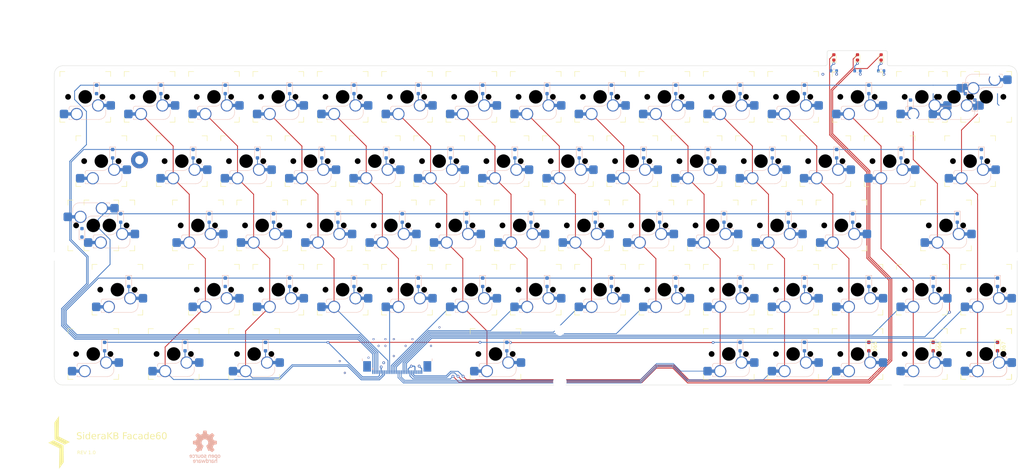
<source format=kicad_pcb>
(kicad_pcb (version 20221018) (generator pcbnew)
  (title_block (title "Facade60") (rev "1.0") (company "SideraKB") (comment 2 "Open source hardware, CERN-OHL-P v2"))
  (layers (0 "F.Cu" signal) (31 "B.Cu" signal) (34 "B.Paste" user) (35 "F.Paste" user) (36 "B.SilkS" user "B.Silkscreen") (37 "F.SilkS" user "F.Silkscreen") (38 "B.Mask" user) (39 "F.Mask" user) (44 "Edge.Cuts" user))
  (net 0 "")
  (net 1 "GND")
  (net 2 "Net-(D1-A)")
  (net 3 "Net-(D15-A)")
  (net 4 "Net-(D31-A)")
  (net 5 "Net-(D2-A)")
  (net 6 "Net-(D3-A)")
  (net 7 "Net-(D4-A)")
  (net 8 "Net-(D5-A)")
  (net 9 "Net-(D6-A)")
  (net 10 "Net-(D7-A)")
  (net 11 "Net-(D8-A)")
  (net 12 "Net-(D9-A)")
  (net 13 "Net-(D10-A)")
  (net 14 "Net-(D11-A)")
  (net 15 "Net-(D12-A)")
  (net 16 "Net-(D13-A)")
  (net 17 "Net-(D14-A)")
  (net 18 "Net-(D17-A)")
  (net 19 "Net-(D18-A)")
  (net 20 "Net-(D19-A)")
  (net 21 "Net-(D20-A)")
  (net 22 "Net-(D21-A)")
  (net 23 "Net-(D22-A)")
  (net 24 "Net-(D23-A)")
  (net 25 "Net-(D24-A)")
  (net 26 "Net-(D25-A)")
  (net 27 "Net-(D26-A)")
  (net 28 "Net-(D27-A)")
  (net 29 "Net-(D28-A)")
  (net 30 "Net-(D29-A)")
  (net 31 "Net-(D30-A)")
  (net 32 "Net-(D34-A)")
  (net 33 "Net-(D35-A)")
  (net 34 "Net-(D36-A)")
  (net 35 "Net-(D37-A)")
  (net 36 "Net-(D38-A)")
  (net 37 "Net-(D39-A)")
  (net 38 "Net-(D40-A)")
  (net 39 "Net-(D41-A)")
  (net 40 "Net-(D42-A)")
  (net 41 "Net-(D43-A)")
  (net 42 "Net-(D45-A)")
  (net 43 "Net-(D47-A)")
  (net 44 "Net-(D49-A)")
  (net 45 "Net-(D50-A)")
  (net 46 "Net-(D51-A)")
  (net 47 "Net-(D52-A)")
  (net 48 "Net-(D55-A)")
  (net 49 "Net-(D56-A)")
  (net 50 "Net-(D59-A)")
  (net 51 "Net-(D60-A)")
  (net 52 "Net-(D32-A)")
  (net 53 "Net-(D46-A)")
  (net 54 "Net-(D48-A)")
  (net 55 "Net-(D64-A)")
  (net 56 "Net-(D53-A)")
  (net 57 "Net-(D57-A)")
  (net 58 "Net-(D58-A)")
  (net 59 "Net-(D54-A)")
  (net 60 "ROW0")
  (net 61 "ROW1")
  (net 62 "Net-(D62-A)")
  (net 63 "Net-(D63-A)")
  (net 64 "Net-(D65-A)")
  (net 65 "COL0")
  (net 66 "COL1")
  (net 67 "COL2")
  (net 68 "COL3")
  (net 69 "COL4")
  (net 70 "COL5")
  (net 71 "COL6")
  (net 72 "COL7")
  (net 73 "COL8")
  (net 74 "COL9")
  (net 75 "COL10")
  (net 76 "COL11")
  (net 77 "COL12")
  (net 78 "COL13")
  (net 79 "COL14")
  (net 80 "ROW2")
  (net 81 "ROW3")
  (net 82 "ROW4")
  (net 83 "Net-(D16-A)")
  (net 84 "Net-(D33-A)")
  (net 85 "Net-(D61-A)")
  (net 88 "Net-(LD2-K)")
  (net 90 "Net-(LD1-K)")
  (net 91 "Net-(LD3-K)")
  (net 92 "LED_0")
  (net 93 "LED_1")
  (net 94 "LED_2")
  (net 95 "Net-(D66-A)")
  (net 96 "Net-(D67-A)")
  (footprint "key-switches:SW_MX_HotSwap_PTH" (layer "F.Cu") (at 197.59 157.762)
    (fp_text reference "KEY50" hide)
    (fp_text value "SW_Push_45deg" hide)
  )
  (footprint "PCM_marbastlib-mx:STAB_MX_6.25u" (layer "F.Cu") (at 273.79 176.812)
    (fp_text reference "S63" hide)
    (fp_text value "MX_stab")
  )
  (footprint "key-switches:SW_MX_HotSwap_PTH" (layer "F.Cu") (at 302.365 119.662)
    (fp_text reference "KEY28" hide)
    (fp_text value "SW_Push_45deg" hide)
  )
  (footprint "Diode_SMD:D_SOD-323_HandSoldering" (layer "F.Cu") (at 334.29 174.612 -90)
    (fp_text reference "D66")
    (fp_text value "1N4148")
  )
  (footprint "key-switches:SW_MX_HotSwap_PTH" (layer "F.Cu") (at 269.0275 138.712)
    (fp_text reference "KEY41" hide)
    (fp_text value "SW_Push_45deg" hide)
  )
  (footprint "key-switches:SW_MX_HotSwap_PTH" (layer "F.Cu") (at 207.115 119.662)
    (fp_text reference "KEY23" hide)
    (fp_text value "SW_Push_45deg" hide)
  )
  (footprint "key-switches:SW_MX_HotSwap_PTH" (layer "F.Cu") (at 235.69 157.762)
    (fp_text reference "KEY52" hide)
    (fp_text value "SW_Push_45deg" hide)
  )
  (footprint "key-switches:SW_MX_HotSwap_PTH" (layer "F.Cu") (at 169.015 119.662)
    (fp_text reference "KEY21" hide)
    (fp_text value "SW_Push_45deg" hide)
  )
  (footprint "key-switches:SW_MX_HotSwap_PTH" (layer "F.Cu") (at 92.815 157.762)
    (fp_text reference "KEY45" hide)
    (fp_text value "SW_Push_45deg" hide)
  )
  (footprint "key-switches:SW_MX_HotSwap_PTH" (layer "F.Cu") (at 330.94 157.762)
    (fp_text reference "KEY57" hide)
    (fp_text value "SW_Push_45deg" hide)
  )
  (footprint "facade:MountingHole-D" (layer "F.Cu") (at 202.34 138.412)
    (fp_text reference "H8" hide)
    (fp_text value "MountingHole_Pad" hide)
  )
  (footprint "key-switches:SW_MX_HotSwap_PTH" (layer "F.Cu") (at 311.89 100.612)
    (fp_text reference "KEY13" hide)
    (fp_text value "SW_Push_45deg" hide)
  )
  (footprint "key-switches:SW_MX_HotSwap_PTH" (layer "F.Cu") (at 149.965 119.662)
    (fp_text reference "KEY20" hide)
    (fp_text value "SW_Push_45deg" hide)
  )
  (footprint "key-switches:SW_MX_HotSwap_PTH" (layer "F.Cu") (at 154.7275 138.712)
    (fp_text reference "KEY35" hide)
    (fp_text value "SW_Push_45deg" hide)
  )
  (footprint "key-switches:SW_MX_HotSwap_PTH" (layer "F.Cu") (at 349.99 100.612 180)
    (fp_text reference "KEY16" hide)
    (fp_text value "SW_Push_45deg" hide)
  )
  (footprint "key-switches:SW_MX_HotSwap_PTH" (layer "F.Cu") (at 102.34 100.612)
    (fp_text reference "KEY2" hide)
    (fp_text value "SW_Push_45deg" hide)
  )
  (footprint "key-switches:SW_MX_HotSwap_PTH" (layer "F.Cu") (at 249.9775 138.712)
    (fp_text reference "KEY40" hide)
    (fp_text value "SW_Push_45deg" hide)
  )
  (footprint "key-switches:SW_MX_HotSwap_PTH" (layer "F.Cu") (at 345.2275 119.662)
    (fp_text reference "KEY30" hide)
    (fp_text value "SW_Push_45deg" hide)
  )
  (footprint "key-switches:SW_MX_HotSwap_PTH" (layer "F.Cu") (at 130.915 119.662)
    (fp_text reference "KEY19" hide)
    (fp_text value "SW_Push_45deg" hide)
  )
  (footprint "key-switches:SW_MX_HotSwap_PTH" (layer "F.Cu") (at 226.165 119.662)
    (fp_text reference "KEY24" hide)
    (fp_text value "SW_Push_45deg" hide)
  )
  (footprint "key-switches:SW_MX_HotSwap_PTH" (layer "F.Cu") (at 273.79 100.612)
    (fp_text reference "KEY11" hide)
    (fp_text value "SW_Push_45deg" hide)
  )
  (footprint "key-switches:SW_MX_HotSwap_PTH" (layer "F.Cu") (at 111.865 119.662)
    (fp_text reference "KEY18" hide)
    (fp_text value "SW_Push_45deg" hide)
  )
  (footprint "key-switches:SW_MX_HotSwap_PTH" (layer "F.Cu") (at 204.73375 176.812)
    (fp_text reference "KEY62" hide)
    (fp_text value "SW_Push_45deg" hide)
  )
  (footprint "key-switches:SW_MX_HotSwap_PTH" (layer "F.Cu") (at 349.99 176.812)
    (fp_text reference "KEY67" hide)
    (fp_text value "SW_Push_45deg" hide)
  )
  (footprint "key-switches:SW_MX_HotSwap_PTH" (layer "F.Cu") (at 85.67125 138.712 180)
    (fp_text reference "KEY31" hide)
    (fp_text value "SW_Push_45deg" hide)
  )
  (footprint "key-switches:SW_MX_HotSwap_PTH" (layer "F.Cu") (at 288.0775 138.712)
    (fp_text reference "KEY42" hide)
    (fp_text value "SW_Push_45deg" hide)
  )
  (footprint "key-switches:SW_MX_HotSwap_PTH" (layer "F.Cu") (at 140.44 100.612)
    (fp_text reference "KEY4" hide)
    (fp_text value "SW_Push_45deg" hide)
  )
  (footprint "Diode_SMD:D_SOD-323_HandSoldering" (layer "F.Cu") (at 315.24 174.612 -90)
    (fp_text reference "D65")
    (fp_text value "1N4148")
  )
  (footprint "LED_SMD:LED_0603_1608Metric" (layer "F.Cu") (at 311.89 88.912 90)
    (fp_text reference "LD2" hide)
    (fp_text value "Blue")
  )
  (footprint "facade:MountingHole-D" (layer "F.Cu") (at 334.19 119.312)
    (fp_text reference "H10" hide)
    (fp_text value "MountingHole_Pad" hide)
  )
  (footprint "key-switches:SW_MX_HotSwap_PTH" (layer "F.Cu") (at 85.67125 176.812)
    (fp_text reference "KEY59" hide)
    (fp_text value "SW_Push_45deg" hide)
  )
  (footprint "key-switches:SW_MX_HotSwap_PTH" (layer "F.Cu") (at 321.415 119.662)
    (fp_text reference "KEY29" hide)
    (fp_text value "SW_Push_45deg" hide)
  )
  (footprint "Diode_SMD:D_SOD-323_HandSoldering" (layer "F.Cu") (at 353.34 174.612 -90)
    (fp_text reference "D67")
    (fp_text value "1N4148")
  )
  (footprint "key-switches:SW_MX_HotSwap_PTH" (layer "F.Cu") (at 264.265 119.662)
    (fp_text reference "KEY26" hide)
    (fp_text value "SW_Push_45deg" hide)
  )
  (footprint "key-switches:SW_MX_HotSwap_PTH" (layer "F.Cu") (at 216.64 100.612)
    (fp_text reference "KEY8" hide)
    (fp_text value "SW_Push_45deg" hide)
  )
  (footprint "key-switches:SW_MX_HotSwap_PTH" (layer "F.Cu") (at 330.94 100.612)
    (fp_text reference "KEY14" hide)
    (fp_text value "SW_Push_45deg" hide)
  )
  (footprint "key-switches:SW_MX_HotSwap_PTH" (layer "F.Cu") (at 121.39 100.612)
    (fp_text reference "KEY3" hide)
    (fp_text value "SW_Push_45deg" hide)
  )
  (footprint "key-switches:SW_MX_HotSwap_PTH" (layer "F.Cu") (at 349.99 157.762)
    (fp_text reference "KEY58" hide)
    (fp_text value "SW_Push_45deg" hide)
  )
  (footprint "key-switches:SW_MX_HotSwap_PTH" (layer "F.Cu") (at 188.065 119.662)
    (fp_text reference "KEY22" hide)
    (fp_text value "SW_Push_45deg" hide)
  )
  (footprint "key-switches:SW_MX_HotSwap_PTH" (layer "F.Cu") (at 178.54 157.762)
    (fp_text reference "KEY49" hide)
    (fp_text value "SW_Push_45deg" hide)
  )
  (footprint "key-switches:SW_MX_HotSwap_PTH" (layer "F.Cu") (at 273.79 176.812)
    (fp_text reference "KEY63" hide)
    (fp_text value "SW_Push_45deg" hide)
  )
  (footprint "key-switches:SW_MX_HotSwap_PTH" (layer "F.Cu") (at 330.94 176.812)
    (fp_text reference "KEY66" hide)
    (fp_text value "SW_Push_45deg" hide)
  )
  (footprint "key-switches:SW_MX_HotSwap_PTH" (layer "F.Cu") (at 245.215 119.662)
    (fp_text reference "KEY25" hide)
    (fp_text value "SW_Push_45deg" hide)
  )
  (footprint "key-switches:SW_MX_HotSwap_PTH" (layer "F.Cu") (at 116.6275 138.712)
    (fp_text reference "KEY33" hide)
    (fp_text value "SW_Push_45deg" hide)
  )
  (footprint "key-switches:SW_MX_HotSwap_PTH" (layer "F.Cu") (at 311.89 157.762)
    (fp_text reference "KEY56" hide)
    (fp_text value "SW_Push_45deg" hide)
  )
  (footprint "key-switches:SW_MX_HotSwap_PTH" (layer "F.Cu") (at 178.54 100.612)
    (fp_text reference "KEY6" hide)
    (fp_text value "SW_Push_45deg" hide)
  )
  (footprint "key-switches:SW_MX_HotSwap_PTH" (layer "F.Cu") (at 159.49 100.612)
    (fp_text reference "KEY5" hide)
    (fp_text value "SW_Push_45deg" hide)
  )
  (footprint "PCM_marbastlib-mx:STAB_MX_2.25u" (layer "F.Cu") (at 338.08375 138.712 180)
    (fp_text reference "S44" hide)
    (fp_text value "MX_stab")
  )
  (footprint "key-switches:SW_MX_HotSwap_PTH" (layer "F.Cu") (at 159.49 157.762)
    (fp_text reference "KEY48" hide)
    (fp_text value "SW_Push_45deg" hide)
  )
  (footprint "key-switches:SW_MX_HotSwap_PTH" (layer "F.Cu") (at 349.99 176.812)
    (fp_text reference "KEY68" hide)
    (fp_text value "SW_Push_45deg" hide)
  )
  (footprint "key-switches:SW_MX_HotSwap_PTH" (layer "F.Cu") (at 135.6775 138.712)
    (fp_text reference "KEY34" hide)
    (fp_text value "SW_Push_45deg" hide)
  )
  (footprint "key-switches:SW_MX_HotSwap_PTH" (layer "F.Cu") (at 235.69 100.612)
    (fp_text reference "KEY9" hide)
    (fp_text value "SW_Push_45deg" hide)
  )
  (footprint "key-switches:SW_MX_HotSwap_PTH" (layer "F.Cu") (at 292.84 157.762)
    (fp_text reference "KEY55" hide)
    (fp_text value "SW_Push_45deg" hide)
  )
  (footprint "PCM_marbastlib-mx:STAB_MX_2u" (layer "F.Cu") (at 92.815 157.762)
    (fp_text reference "S45" hide)
    (fp_text value "MX_stab")
  )
  (footprint "LED_SMD:LED_0603_1608Metric" (layer "F.Cu") (at 318.89 88.912 90)
    (fp_text reference "LD3" hide)
    (fp_text value "Blue")
  )
  (footprint "facade:MountingHole-C" (layer "F.Cu") (at 75.599 147.913)
    (fp_text reference "H6" hide)
    (fp_text value "MountingHole" hide)
  )
  (footprint "facade:MountingHole-B" (layer "F.Cu") (at 99.34 119.312)
    (fp_text reference "H11" hide)
    (fp_text value "MountingHole_Pad" hide)
  )
  (footprint "key-switches:SW_MX_HotSwap_PTH" (layer "F.Cu") (at 133.29625 176.812)
    (fp_text reference "KEY61" hide)
    (fp_text value "SW_Push_45deg" hide)
  )
  (footprint "key-switches:SW_MX_HotSwap_PTH" (layer "F.Cu") (at 273.79 157.762)
    (fp_text reference "KEY54" hide)
    (fp_text value "SW_Push_45deg" hide)
  )
  (footprint "key-switches:SW_MX_HotSwap_PTH" (layer "F.Cu") (at 83.29 100.612)
    (fp_text reference "KEY1" hide)
    (fp_text value "SW_Push_45deg" hide)
  )
  (footprint "key-switches:SW_MX_HotSwap_PTH" (layer "F.Cu") (at 90.43375 138.712)
    (fp_text reference "KEY32" hide)
    (fp_text value "SW_Push_45deg" hide)
  )
  (footprint "key-switches:SW_MX_HotSwap_PTH" (layer "F.Cu") (at 140.44 157.762)
    (fp_text reference "KEY47" hide)
    (fp_text value "SW_Push_45deg" hide)
  )
  (footprint "key-switches:SW_MX_HotSwap_PTH" (layer "F.Cu") (at 292.84 176.812)
    (fp_text reference "KEY64" hide)
    (fp_text value "SW_Push_45deg" hide)
  )
  (footprint "PCM_marbastlib-mx:STAB_MX_2u" (layer "F.Cu") (at 340.465 100.612)
    (fp_text reference "S15" hide)
    (fp_text value "MX_stab")
  )
  (footprint "key-switches:SW_MX_HotSwap_PTH" (layer "F.Cu") (at 292.84 100.612)
    (fp_text reference "KEY12" hide)
    (fp_text value "SW_Push_45deg" hide)
  )
  (footprint "key-switches:SW_MX_HotSwap_PTH" (layer "F.Cu") (at 340.465 100.612)
    (fp_text reference "KEY15" hide)
    (fp_text value "SW_Push_45deg" hide)
  )
  (footprint "key-switches:SW_MX_HotSwap_PTH" (layer "F.Cu") (at 121.39 157.762)
    (fp_text reference "KEY46" hide)
    (fp_text value "SW_Push_45deg" hide)
  )
  (footprint "key-switches:SW_MX_HotSwap_PTH" (layer "F.Cu") (at 338.08375 138.712)
    (fp_text reference "KEY44" hide)
    (fp_text value "SW_Push_45deg" hide)
  )
  (footprint "LED_SMD:LED_0603_1608Metric" (layer "F.Cu") (at 304.89 88.912 90)
    (fp_text reference "LD1" hide)
    (fp_text value "Blue")
  )
  (footprint "key-switches:SW_MX_HotSwap_PTH" (layer "F.Cu") (at 109.48375 176.812)
    (fp_text reference "KEY60" hide)
    (fp_text value "SW_Push_45deg" hide)
  )
  (footprint "facade:MountingHole-C" (layer "F.Cu") (at 357.68 147.913)
    (fp_text reference "H5" hide)
    (fp_text value "MountingHole" hide)
  )
  (footprint "key-switches:SW_MX_HotSwap_PTH" (layer "F.Cu") (at 88.0525 119.662)
    (fp_text reference "KEY17" hide)
    (fp_text value "SW_Push_45deg" hide)
  )
  (footprint "key-switches:SW_MX_HotSwap_PTH" (layer "F.Cu") (at 307.1275 138.712)
    (fp_text reference "KEY43" hide)
    (fp_text value "SW_Push_45deg" hide)
  )
  (footprint "key-switches:SW_MX_HotSwap_PTH" (layer "F.Cu") (at 192.8275 138.712)
    (fp_text reference "KEY37" hide)
    (fp_text value "SW_Push_45deg" hide)
  )
  (footprint "key-switches:SW_MX_HotSwap_PTH" (layer "F.Cu") (at 254.74 100.612)
    (fp_text reference "KEY10" hide)
    (fp_text value "SW_Push_45deg" hide)
  )
  (footprint "key-switches:SW_MX_HotSwap_PTH" (layer "F.Cu") (at 311.89 176.812)
    (fp_text reference "KEY65" hide)
    (fp_text value "SW_Push_45deg" hide)
  )
  (footprint "key-switches:SW_MX_HotSwap_PTH" (layer "F.Cu") (at 216.64 157.762)
    (fp_text reference "KEY51" hide)
    (fp_text value "SW_Push_45deg" hide)
  )
  (footprint "facade:MountingHole-D" (layer "F.Cu") (at 264.64 176.612)
    (fp_text reference "H9" hide)
    (fp_text value "MountingHole_Pad" hide)
  )
  (footprint "key-switches:SW_MX_HotSwap_PTH" (layer "F.Cu") (at 173.7775 138.712)
    (fp_text reference "KEY36" hide)
    (fp_text value "SW_Push_45deg" hide)
  )
  (footprint "key-switches:SW_MX_HotSwap_PTH" (layer "F.Cu") (at 254.74 157.762)
    (fp_text reference "KEY53" hide)
    (fp_text value "SW_Push_45deg" hide)
  )
  (footprint "key-switches:SW_MX_HotSwap_PTH" (layer "F.Cu") (at 230.9275 138.712)
    (fp_text reference "KEY39" hide)
    (fp_text value "SW_Push_45deg" hide)
  )
  (footprint "key-switches:SW_MX_HotSwap_PTH" (layer "F.Cu") (at 283.315 119.662)
    (fp_text reference "KEY27" hide)
    (fp_text value "SW_Push_45deg" hide)
  )
  (footprint "key-switches:SW_MX_HotSwap_PTH" (layer "F.Cu") (at 211.8775 138.712)
    (fp_text reference "KEY38" hide)
    (fp_text value "SW_Push_45deg" hide)
  )
  (footprint "key-switches:SW_MX_HotSwap_PTH" (layer "F.Cu") (at 197.59 100.612)
    (fp_text reference "KEY7" hide)
    (fp_text value "SW_Push_45deg" hide)
  )
  (footprint "Diode_SMD:D_SOD-323_HandSoldering" (layer "B.Cu") (at 219.99 155.562 -90)
    (fp_text reference "D51" hide)
    (fp_text value "1N4148")
  )
  (footprint "Diode_SMD:D_SOD-323_HandSoldering" (layer "B.Cu") (at 315.24 155.562 -90)
    (fp_text reference "D56" hide)
    (fp_text value "1N4148")
  )
  (footprint "Diode_SMD:D_SOD-323_HandSoldering" (layer "B.Cu") (at 343.815 98.412 -90)
    (fp_text reference "D15" hide)
    (fp_text value "1N4148")
  )
  (footprint "Diode_SMD:D_SOD-323_HandSoldering" (layer "B.Cu") (at 200.94 98.412 -90)
    (fp_text reference "D7" hide)
    (fp_text value "1N4148")
  )
  (footprint "Diode_SMD:D_SOD-323_HandSoldering" (layer "B.Cu") (at 181.89 98.412 -90)
    (fp_text reference "D6" hide)
    (fp_text value "1N4148")
  )
  (footprint "Diode_SMD:D_SOD-323_HandSoldering" (layer "B.Cu") (at 296.19 174.612 -90)
    (fp_text reference "D64" hide)
    (fp_text value "1N4148")
  )
  (footprint "Diode_SMD:D_SOD-323_HandSoldering" (layer "B.Cu") (at 346.64 102.812 90)
    (fp_text reference "D16" hide)
    (fp_text value "1N4148")
  )
  (footprint "Diode_SMD:D_SOD-323_HandSoldering" (layer "B.Cu") (at 208.08375 174.612 -90)
    (fp_text reference "D62" hide)
    (fp_text value "1N4148")
  )
  (footprint "Diode_SMD:D_SOD-323_HandSoldering" (layer "B.Cu") (at 277.14 174.612 -90)
    (fp_text reference "D63" hide)
    (fp_text value "1N4148")
  )
  (footprint "Diode_SMD:D_SOD-323_HandSoldering" (layer "B.Cu") (at 115.215 117.462 -90)
    (fp_text reference "D18" hide)
    (fp_text value "1N4148")
  )
  (footprint "Diode_SMD:D_SOD-323_HandSoldering" (layer "B.Cu") (at 324.765 117.462 -90)
    (fp_text reference "D29" hide)
    (fp_text value "1N4148")
  )
  (footprint "Diode_SMD:D_SOD-323_HandSoldering" (layer "B.Cu") (at 191.415 117.462 -90)
    (fp_text reference "D22" hide)
    (fp_text value "1N4148")
  )
  (footprint "Diode_SMD:D_SOD-323_HandSoldering" (layer "B.Cu") (at 234.2775 136.512 -90)
    (fp_text reference "D39" hide)
    (fp_text value "1N4148")
  )
  (footprint "Diode_SMD:D_SOD-323_HandSoldering" (layer "B.Cu") (at 315.24 98.412 -90)
    (fp_text reference "D13" hide)
    (fp_text value "1N4148")
  )
  (footprint "Diode_SMD:D_SOD-323_HandSoldering" (layer "B.Cu") (at 210.465 117.462 -90)
    (fp_text reference "D23" hide)
    (fp_text value "1N4148")
  )
  (footprint "Connector_FFC-FPC:TE_3-1734839-0_1x30-1MP_P0.5mm_Horizontal" (layer "B.Cu") (at 175.64 180.837)
    (fp_text reference "J1" hide)
    (fp_text value "Conn_01x30")
  )
  (footprint "Diode_SMD:D_SOD-323_HandSoldering" (layer "B.Cu") (at 239.04 98.412 -90)
    (fp_text reference "D9" hide)
    (fp_text value "1N4148")
  )
  (footprint "Diode_SMD:D_SOD-323_HandSoldering" (layer "B.Cu") (at 286.665 117.462 -90)
    (fp_text reference "D27" hide)
    (fp_text value "1N4148")
  )
  (footprint "Diode_SMD:D_SOD-323_HandSoldering" (layer "B.Cu") (at 196.1775 136.512 -90)
    (fp_text reference "D37" hide)
    (fp_text value "1N4148")
  )
  (footprint "Diode_SMD:D_SOD-323_HandSoldering" (layer "B.Cu") (at 327.59 102.812 90)
    (fp_text reference "D14" hide)
    (fp_text value "1N4148")
  )
  (footprint "Diode_SMD:D_SOD-323_HandSoldering" (layer "B.Cu") (at 143.79 98.412 -90)
    (fp_text reference "D4" hide)
    (fp_text value "1N4148")
  )
  (footprint "Diode_SMD:D_SOD-323_HandSoldering" (layer "B.Cu") (at 296.19 155.562 -90)
    (fp_text reference "D55" hide)
    (fp_text value "1N4148")
  )
  (footprint "Diode_SMD:D_SOD-323_HandSoldering" (layer "B.Cu") (at 181.89 155.562 -90)
    (fp_text reference "D49" hide)
    (fp_text value "1N4148")
  )
  (footprint "Diode_SMD:D_SOD-323_HandSoldering" (layer "B.Cu") (at 348.5775 117.462 -90)
    (fp_text reference "D30" hide)
    (fp_text value "1N4148")
  )
  (footprint "Diode_SMD:D_SOD-323_HandSoldering" (layer "B.Cu") (at 119.9775 136.512 -90)
    (fp_text reference "D33" hide)
    (fp_text value "1N4148")
  )
  (footprint "Diode_SMD:D_SOD-323_HandSoldering" (layer "B.Cu") (at 89.02125 174.612 -90)
    (fp_text reference "D59" hide)
    (fp_text value "1N4148")
  )
  (footprint "Diode_SMD:D_SOD-323_HandSoldering" (layer "B.Cu") (at 105.69 98.412 -90)
    (fp_text reference "D2" hide)
    (fp_text value "1N4148")
  )
  (footprint "Diode_SMD:D_SOD-323_HandSoldering" (layer "B.Cu") (at 239.04 155.562 -90)
    (fp_text reference "D52" hide)
    (fp_text value "1N4148")
  )
  (footprint "Diode_SMD:D_SOD-323_HandSoldering" (layer "B.Cu") (at 229.515 117.462 -90)
    (fp_text reference "D24" hide)
    (fp_text value "1N4148")
  )
  (footprint "Diode_SMD:D_SOD-323_HandSoldering" (layer "B.Cu") (at 200.94 155.562 -90)
    (fp_text reference "D50" hide)
    (fp_text value "1N4148")
  )
  (footprint "Diode_SMD:D_SOD-323_HandSoldering" (layer "B.Cu") (at 162.84 98.412 -90)
    (fp_text reference "D5" hide)
    (fp_text value "1N4148")
  )
  (footprint "Diode_SMD:D_SOD-323_HandSoldering" (layer "B.Cu") (at 177.1275 136.512 -90)
    (fp_text reference "D36" hide)
    (fp_text value "1N4148")
  )
  (footprint "Diode_SMD:D_SOD-323_HandSoldering" (layer "B.Cu") (at 253.3275 136.512 -90)
    (fp_text reference "D40" hide)
    (fp_text value "1N4148")
  )
  (footprint "Diode_SMD:D_SOD-323_HandSoldering" (layer "B.Cu") (at 267.615 117.462 -90)
    (fp_text reference "D26" hide)
    (fp_text value "1N4148")
  )
  (footprint "Diode_SMD:D_SOD-323_HandSoldering" (layer "B.Cu") (at 139.0275 136.512 -90)
    (fp_text reference "D34" hide)
    (fp_text value "1N4148")
  )
  (footprint "Diode_SMD:D_SOD-323_HandSoldering" (layer "B.Cu") (at 134.265 117.462 -90)
    (fp_text reference "D19" hide)
    (fp_text value "1N4148")
  )
  (footprint "Diode_SMD:D_SOD-323_HandSoldering" (layer "B.Cu") (at 93.78375 136.512 -90)
    (fp_text reference "D32" hide)
    (fp_text value "1N4148")
  )
  (footprint "Diode_SMD:D_SOD-323_HandSoldering" (layer "B.Cu") (at 162.84 155.562 -90)
    (fp_text reference "D48" hide)
    (fp_text value "1N4148")
  )
  (footprint "Diode_SMD:D_SOD-323_HandSoldering" (layer "B.Cu") (at 310.4775 136.512 -90)
    (fp_text reference "D43" hide)
    (fp_text value "1N4148")
  )
  (footprint "Diode_SMD:D_SOD-323_HandSoldering" (layer "B.Cu") (at 124.74 98.412 -90)
    (fp_text reference "D3" hide)
    (fp_text value "1N4148")
  )
  (footprint "Diode_SMD:D_SOD-323_HandSoldering" (layer "B.Cu") (at 277.14 155.562 -90)
    (fp_text reference "D54" hide)
    (fp_text value "1N4148")
  )
  (footprint "Diode_SMD:D_SOD-323_HandSoldering" (layer "B.Cu") (at 82.32125 140.912 90)
    (fp_text reference "D31" hide)
    (fp_text value "1N4148")
  )
  (footprint "Diode_SMD:D_SOD-323_HandSoldering" (layer "B.Cu") (at 296.19 98.412 -90)
    (fp_text reference "D12" hide)
    (fp_text value "1N4148")
  )
  (footprint "Diode_SMD:D_SOD-323_HandSoldering" (layer "B.Cu") (at 272.3775 136.512 -90)
    (fp_text reference "D41" hide)
    (fp_text value "1N4148")
  )
  (footprint "Diode_SMD:D_SOD-323_HandSoldering" (layer "B.Cu") (at 96.165 155.562 -90)
    (fp_text reference "D45" hide)
    (fp_text value "1N4148")
  )
  (footprint "Diode_SMD:D_SOD-323_HandSoldering" (layer "B.Cu") (at 136.64625 174.612 -90)
    (fp_text reference "D61" hide)
    (fp_text value "1N4148")
  )
  (footprint "Diode_SMD:D_SOD-323_HandSoldering" (layer "B.Cu") (at 291.4275 136.512 -90)
    (fp_text reference "D42" hide)
    (fp_text value "1N4148")
  )
  (footprint "Diode_SMD:D_SOD-323_HandSoldering" (layer "B.Cu") (at 305.715 117.462 -90)
    (fp_text reference "D28" hide)
    (fp_text value "1N4148")
  )
  (footprint "Diode_SMD:D_SOD-323_HandSoldering" (layer "B.Cu") (at 277.14 98.412 -90)
    (fp_text reference "D11" hide)
    (fp_text value "1N4148")
  )
  (footprint "Diode_SMD:D_SOD-323_HandSoldering" (layer "B.Cu") (at 158.0775 136.512 -90)
    (fp_text reference "D35" hide)
    (fp_text value "1N4148")
  )
  (footprint "Diode_SMD:D_SOD-323_HandSoldering" (layer "B.Cu") (at 258.09 155.562 -90)
    (fp_text reference "D53" hide)
    (fp_text value "1N4148")
  )
  (footprint "Diode_SMD:D_SOD-323_HandSoldering" (layer "B.Cu") (at 353.34 155.562 -90)
    (fp_text reference "D58" hide)
    (fp_text value "1N4148")
  )
  (footprint "Resistor_SMD:R_0603_1608Metric" (layer "B.Cu") (at 318.89 92.912)
    (fp_text reference "R3" hide)
    (fp_text value "1k")
  )
  (footprint "Diode_SMD:D_SOD-323_HandSoldering" (layer "B.Cu") (at 341.43375 136.512 -90)
    (fp_text reference "D44" hide)
    (fp_text value "1N4148")
  )
  (footprint "Diode_SMD:D_SOD-323_HandSoldering" (layer "B.Cu") (at 172.365 117.462 -90)
    (fp_text reference "D21" hide)
    (fp_text value "1N4148")
  )
  (footprint "Diode_SMD:D_SOD-323_HandSoldering" (layer "B.Cu") (at 112.83375 174.612 -90)
    (fp_text reference "D60" hide)
    (fp_text value "1N4148")
  )
  (footprint "Diode_SMD:D_SOD-323_HandSoldering" (layer "B.Cu") (at 143.79 155.562 -90)
    (fp_text reference "D47" hide)
    (fp_text value "1N4148")
  )
  (footprint "Resistor_SMD:R_0603_1608Metric" (layer "B.Cu") (at 304.89 92.912)
    (fp_text reference "R1" hide)
    (fp_text value "1k")
  )
  (footprint "Resistor_SMD:R_0603_1608Metric" (layer "B.Cu") (at 311.89 92.912)
    (fp_text reference "R2" hide)
    (fp_text value "1k")
  )
  (footprint "Diode_SMD:D_SOD-323_HandSoldering" (layer "B.Cu") (at 153.315 117.462 -90)
    (fp_text reference "D20" hide)
    (fp_text value "1N4148")
  )
  (footprint "Diode_SMD:D_SOD-323_HandSoldering" (layer "B.Cu") (at 124.74 155.562 -90)
    (fp_text reference "D46" hide)
    (fp_text value "1N4148")
  )
  (footprint "Diode_SMD:D_SOD-323_HandSoldering" (layer "B.Cu") (at 91.4025 117.462 -90)
    (fp_text reference "D17" hide)
    (fp_text value "1N4148")
  )
  (footprint "Diode_SMD:D_SOD-323_HandSoldering" (layer "B.Cu") (at 248.565 117.462 -90)
    (fp_text reference "D25" hide)
    (fp_text value "1N4148")
  )
  (footprint "Diode_SMD:D_SOD-323_HandSoldering" (layer "B.Cu") (at 334.29 155.562 -90)
    (fp_text reference "D57" hide)
    (fp_text value "1N4148")
  )
  (footprint "Diode_SMD:D_SOD-323_HandSoldering" (layer "B.Cu") (at 86.64 98.412 -90)
    (fp_text reference "D1" hide)
    (fp_text value "1N4148")
  )
  (footprint "Diode_SMD:D_SOD-323_HandSoldering" (layer "B.Cu") (at 219.99 98.412 -90)
    (fp_text reference "D8" hide)
    (fp_text value "1N4148")
  )
  (footprint "Diode_SMD:D_SOD-323_HandSoldering" (layer "B.Cu") (at 258.09 98.412 -90)
    (fp_text reference "D10" hide)
    (fp_text value "1N4148")
  )
  (footprint "Diode_SMD:D_SOD-323_HandSoldering" (layer "B.Cu") (at 215.2275 136.512 -90)
    (fp_text reference "D38" hide)
    (fp_text value "1N4148")
  )
  (gr_poly (pts (xy 114.525813 206.626481) (xy 114.506425 206.627834) (xy 114.487257 206.630074) (xy 114.468336 206.63319) (xy 114.449692 206.637169) (xy 114.431352 206.641999) (xy 114.413344 206.647668) (xy 114.395697 206.654165) (xy 114.378438 206.661477) (xy 114.361597 206.669593) (xy 114.345201 206.6785) (xy 114.329278 206.688187) (xy 114.313857 206.69864) (xy 114.298966 206.70985) (xy 114.284633 206.721803) (xy 114.270886 206.734487) (xy 114.257754 206.747891) (xy 114.245265 206.762002) (xy 114.233446 206.776809) (xy 114.222327 206.792299) (xy 114.211935 206.808461) (xy 114.202299 206.825282) (xy 114.193446 206.842751) (xy 114.185406 206.860856) (xy 114.178206 206.879584) (xy 114.171874 206.898924) (xy 114.166439 206.918864) (xy 114.161929 206.939391) (xy 114.158372 206.960494) (xy 114.155796 206.98216) (xy 114.15423 207.004378) (xy 114.153702 207.027136) (xy 114.153702 207.184563) (xy 114.745893 207.184563) (xy 114.745615 207.198922) (xy 114.744788 207.212832) (xy 114.743423 207.22629) (xy 114.741532 207.239298) (xy 114.739125 207.251853) (xy 114.736213 207.263957) (xy 114.732807 207.275608) (xy 114.728918 207.286807) (xy 114.724557 207.297553) (xy 114.719735 207.307845) (xy 114.714462 207.317684) (xy 114.708751 207.327069) (xy 114.702611 207.335999) (xy 114.696053 207.344475) (xy 114.68909 207.352495) (xy 114.681731 207.36006) (xy 114.673987 207.367169) (xy 114.66587 207.373823) (xy 114.657391 207.380019) (xy 114.64856 207.385759) (xy 114.639388 207.391042) (xy 114.629886 207.395867) (xy 114.620066 207.400234) (xy 114.609938 207.404143) (xy 114.599512 207.407594) (xy 114.588801 207.410585) (xy 114.577815 207.413117) (xy 114.566565 207.41519) (xy 114.555062 207.416803) (xy 114.543317 207.417955) (xy 114.531341 207.418647) (xy 114.519144 207.418877) (xy 114.505384 207.418484) (xy 114.491534 207.417313) (xy 114.477636 207.415379) (xy 114.463731 207.412694) (xy 114.449859 207.409274) (xy 114.436061 207.405131) (xy 114.422379 207.40028) (xy 114.408853 207.394734) (xy 114.395524 207.388508) (xy 114.382434 207.381614) (xy 114.369622 207.374067) (xy 114.35713 207.36588) (xy 114.345 207.357068) (xy 114.333271 207.347643) (xy 114.321984 207.337621) (xy 114.311182 207.327014) (xy 114.172487 207.445019) (xy 114.190365 207.464656) (xy 114.208871 207.482828) (xy 114.227973 207.499561) (xy 114.247638 207.514883) (xy 114.267832 207.528822) (xy 114.288522 207.541405) (xy 114.309675 207.552659) (xy 114.331257 207.562612) (xy 114.353235 207.571292) (xy 114.375577 207.578725) (xy 114.398248 207.584939) (xy 114.421216 207.589962) (xy 114.444447 207.593821) (xy 114.467908 207.596543) (xy 114.491566 207.598157) (xy 114.515387 207.598688) (xy 114.552249 207.59754) (xy 114.589477 207.593898) (xy 114.626694 207.587466) (xy 114.663519 207.577948) (xy 114.699575 207.565047) (xy 114.717196 207.557235) (xy 114.734483 207.548467) (xy 114.751387 207.538706) (xy 114.767863 207.527913) (xy 114.783862 207.516053) (xy 114.799338 207.503088) (xy 114.814242 207.488981) (xy 114.828528 207.473696) (xy 114.842148 207.457194) (xy 114.855055 207.43944) (xy 114.867202 207.420396) (xy 114.87854 207.400025) (xy 114.889024 207.37829) (xy 114.898605 207.355154) (xy 114.907236 207.33058) (xy 114.914869 207.304531) (xy 114.921459 207.27697) (xy 114.926956 207.24786) (xy 114.931314 207.217164) (xy 114.934486 207.184845) (xy 114.936424 207.150866) (xy 114.93708 207.115189) (xy 114.936478 207.081308) (xy 114.9347 207.048862) (xy 114.932667 207.027189) (xy 114.745893 207.027189) (xy 114.34489 207.027189) (xy 114.345644 207.01385) (xy 114.34684 207.000908) (xy 114.348467 206.988365) (xy 114.350519 206.976224) (xy 114.352986 206.964486) (xy 114.35586 206.953152) (xy 114.359132 206.942225) (xy 114.362794 206.931706) (xy 114.366838 206.921596) (xy 114.371254 206.911898) (xy 114.376034 206.902613) (xy 114.381169 206.893742) (xy 114.386652 206.885288) (xy 114.392473 206.877252) (xy 114.398624 206.869635) (xy 114.405097 206.86244) (xy 114.411882 206.855668) (xy 114.418972 206.849321) (xy 114.426357 206.8434) (xy 114.434029 206.837908) (xy 114.441981 206.832845) (xy 114.450202 206.828213) (xy 114.458685 206.824015) (xy 114.467421 206.820252) (xy 114.476401 206.816925) (xy 114.485618 206.814036) (xy 114.495062 206.811587) (xy 114.504724 206.809579) (xy 114.514597 206.808015) (xy 114.524672 206.806896) (xy 114.53494 206.806223) (xy 114.545392 206.805998) (xy 114.55585 206.806223) (xy 114.566134 206.806896) (xy 114.576234 206.808015) (xy 114.58614 206.809579) (xy 114.595843 206.811587) (xy 114.605334 206.814036) (xy 114.614602 206.816925) (xy 114.623638 206.820252) (xy 114.632433 206.824015) (xy 114.640976 206.828213) (xy 114.649259 206.832845) (xy 114.657271 206.837908) (xy 114.665002 206.8434) (xy 114.672445 206.849321) (xy 114.679587 206.855668) (xy 114.686421 206.86244) (xy 114.692937 206.869635) (xy 114.699124 206.877251) (xy 114.704973 206.885288) (xy 114.710475 206.893742) (xy 114.715619 206.902612) (xy 114.720398 206.911898) (xy 114.724799 206.921596) (xy 114.728815 206.931705) (xy 114.732435 206.942225) (xy 114.73565 206.953152) (xy 114.738451 206.964486) (xy 114.740827 206.976224) (xy 114.742768 206.988365) (xy 114.744267 207.000907) (xy 114.745311 207.013849) (xy 114.745893 207.027189) (xy 114.932667 207.027189) (xy 114.931789 207.017829) (xy 114.927787 206.988185) (xy 114.922737 206.959906) (xy 114.916682 206.932969) (xy 114.909663 206.907349) (xy 114.901723 206.883024) (xy 114.892904 206.85997) (xy 114.88325 206.838162) (xy 114.872803 206.817578) (xy 114.861605 206.798193) (xy 114.849698 206.779984) (xy 114.837126 206.762928) (xy 114.82393 206.747001) (xy 114.810153 206.732179) (xy 114.795838 206.718438) (xy 114.781027 206.705755) (xy 114.765762 206.694106) (xy 114.750087 206.683468) (xy 114.734043 206.673817) (xy 114.717673 206.665129) (xy 114.701019 206.65738) (xy 114.684125 206.650548) (xy 114.667032 206.644608) (xy 114.649783 206.639537) (xy 114.63242 206.63531) (xy 114.614987 206.631905) (xy 114.580076 206.627465) (xy 114.545391 206.626028)) (fill solid) (layer "B.SilkS"))
  (gr_poly (pts (xy 119.99742 208.127177) (xy 119.983455 208.128146) (xy 119.969778 208.12974) (xy 119.956378 208.131944) (xy 119.943242 208.13474) (xy 119.930361 208.138113) (xy 119.917722 208.142046) (xy 119.905314 208.146522) (xy 119.893126 208.151526) (xy 119.881148 208.15704) (xy 119.869367 208.163048) (xy 119.857773 208.169535) (xy 119.846353 208.176482) (xy 119.835098 208.183875) (xy 119.823995 208.191696) (xy 119.813034 208.199929) (xy 119.951675 208.36487) (xy 119.959963 208.358771) (xy 119.967986 208.353145) (xy 119.97579 208.347983) (xy 119.983418 208.343271) (xy 119.990914 208.339001) (xy 119.998323 208.33516) (xy 120.005688 208.331737) (xy 120.013052 208.328722) (xy 120.020461 208.326103) (xy 120.027958 208.323869) (xy 120.035586 208.322009) (xy 120.043391 208.320512) (xy 120.051415 208.319367) (xy 120.059703 208.318563) (xy 120.068299 208.318089) (xy 120.077247 208.317934) (xy 120.094775 208.318642) (xy 120.112128 208.320785) (xy 120.129173 208.32439) (xy 120.14578 208.329483) (xy 120.153877 208.332597) (xy 120.161816 208.336093) (xy 120.169578 208.339975) (xy 120.177149 208.344245) (xy 120.184511 208.348909) (xy 120.191647 208.353968) (xy 120.198542 208.359426) (xy 120.205179 208.365287) (xy 120.211542 208.371554) (xy 120.217613 208.378231) (xy 120.223377 208.38532) (xy 120.228817 208.392825) (xy 120.233917 208.40075) (xy 120.238659 208.409098) (xy 120.243028 208.417872) (xy 120.247008 208.427076) (xy 120.25058 208.436713) (xy 120.25373 208.446787) (xy 120.256441 208.4573) (xy 120.258695 208.468257) (xy 120.260478 208.47966) (xy 120.261771 208.491513) (xy 120.262559 208.503819) (xy 120.262826 208.516582) (xy 120.262826 209.088241) (xy 120.453961 209.088241) (xy 120.453961 208.138122) (xy 120.262826 208.138122) (xy 120.262826 208.239299) (xy 120.259069 208.239299) (xy 120.247522 208.225688) (xy 120.235375 208.212954) (xy 120.222645 208.201097) (xy 120.209349 208.190118) (xy 120.195503 208.180016) (xy 120.181125 208.170791) (xy 120.166229 208.162445) (xy 120.150834 208.154976) (xy 120.134956 208.148386) (xy 120.118612 208.142673) (xy 120.101817 208.137839) (xy 120.08459 208.133884) (xy 120.066946 208.130807) (xy 120.048903 208.128609) (xy 120.030476 208.12729) (xy 120.011683 208.126851)) (fill solid) (layer "B.SilkS"))
  (gr_poly (pts (xy 116.15627 208.127177) (xy 116.142318 208.128146) (xy 116.12865 208.12974) (xy 116.115255 208.131944) (xy 116.102121 208.13474) (xy 116.089239 208.138113) (xy 116.076598 208.142046) (xy 116.064186 208.146522) (xy 116.051993 208.151526) (xy 116.040008 208.15704) (xy 116.028221 208.163048) (xy 116.01662 208.169535) (xy 116.005195 208.176482) (xy 115.993935 208.183875) (xy 115.982829 208.191696) (xy 115.971866 208.199929) (xy 116.110561 208.36487) (xy 116.118848 208.358771) (xy 116.12687 208.353145) (xy 116.134671 208.347983) (xy 116.142296 208.343271) (xy 116.14979 208.339001) (xy 116.157195 208.33516) (xy 116.164556 208.331737) (xy 116.171918 208.328722) (xy 116.179325 208.326103) (xy 116.18682 208.323869) (xy 116.194449 208.322009) (xy 116.202254 208.320512) (xy 116.210281 208.319367) (xy 116.218574 208.318563) (xy 116.227176 208.318089) (xy 116.236132 208.317934) (xy 116.253668 208.318642) (xy 116.271026 208.320785) (xy 116.288073 208.32439) (xy 116.304679 208.329483) (xy 116.312776 208.332597) (xy 116.320712 208.336093) (xy 116.328473 208.339975) (xy 116.336041 208.344245) (xy 116.3434 208.348909) (xy 116.350533 208.353968) (xy 116.357425 208.359426) (xy 116.364058 208.365287) (xy 116.370417 208.371554) (xy 116.376485 208.378231) (xy 116.382245 208.38532) (xy 116.387681 208.392825) (xy 116.392776 208.40075) (xy 116.397515 208.409098) (xy 116.40188 208.417872) (xy 116.405856 208.427076) (xy 116.409425 208.436713) (xy 116.412572 208.446787) (xy 116.41528 208.4573) (xy 116.417532 208.468257) (xy 116.419312 208.47966) (xy 116.420605 208.491513) (xy 116.421392 208.503819) (xy 116.421658 208.516582) (xy 116.421658 209.088241) (xy 116.61274 209.088241) (xy 116.61274 208.138122) (xy 116.421658 208.138122) (xy 116.421658 208.239299) (xy 116.417848 208.239299) (xy 116.406302 208.225688) (xy 116.394157 208.212954) (xy 116.38143 208.201097) (xy 116.368137 208.190118) (xy 116.354295 208.180016) (xy 116.339921 208.170791) (xy 116.32503 208.162445) (xy 116.30964 208.154976) (xy 116.293767 208.148386) (xy 116.277427 208.142673) (xy 116.260638 208.137839) (xy 116.243414 208.133884) (xy 116.225774 208.130807) (xy 116.207733 208.128609) (xy 116.189308 208.12729) (xy 116.170516 208.126851)) (fill solid) (layer "B.SilkS"))
  (gr_poly (pts (xy 117.153442 207.203243) (xy 117.153207 207.215203) (xy 117.15251 207.226841) (xy 117.15136 207.238154) (xy 117.149767 207.249138) (xy 117.14774 207.259789) (xy 117.145288 207.270103) (xy 117.142423 207.280076) (xy 117.139152 207.289704) (xy 117.135486 207.298985) (xy 117.131435 207.307913) (xy 117.127007 207.316486) (xy 117.122213 207.324698) (xy 117.117063 207.332548) (xy 117.111565 207.34003) (xy 117.105729 207.347141) (xy 117.099566 207.353876) (xy 117.093085 207.360234) (xy 117.086295 207.366208) (xy 117.079205 207.371797) (xy 117.071827 207.376995) (xy 117.064168 207.381799) (xy 117.05624 207.386205) (xy 117.048051 207.39021) (xy 117.039611 207.393809) (xy 117.03093 207.397) (xy 117.022017 207.399777) (xy 117.012881 207.402137) (xy 117.003534 207.404077) (xy 116.993984 207.405592) (xy 116.98424 207.406679) (xy 116.974313 207.407335) (xy 116.964212 207.407554) (xy 116.95427 207.407335) (xy 116.944491 207.406679) (xy 116.934887 207.405592) (xy 116.925467 207.404077) (xy 116.91624 207.402137) (xy 116.907217 207.399777) (xy 116.898408 207.397) (xy 116.889823 207.393809) (xy 116.881471 207.39021) (xy 116.873363 207.386205) (xy 116.865509 207.381799) (xy 116.857917 207.376995) (xy 116.8506 207.371797) (xy 116.843565 207.366208) (xy 116.836824 207.360234) (xy 116.830386 207.353876) (xy 116.824261 207.347141) (xy 116.81846 207.34003) (xy 116.812991 207.332548) (xy 116.807865 207.324698) (xy 116.803092 207.316486) (xy 116.798683 207.307913) (xy 116.794645 207.298985) (xy 116.790991 207.289704) (xy 116.78773 207.280076) (xy 116.78487 207.270103) (xy 116.782424 207.259789) (xy 116.7804 207.249138) (xy 116.778809 207.238154) (xy 116.77766 207.226841) (xy 116.776963 207.215203) (xy 116.776728 207.203243) (xy 116.776728 206.637298) (xy 116.585646 206.637298) (xy 116.585646 207.587524) (xy 116.776728 207.587524) (xy 116.776728 207.486241) (xy 116.780432 207.486241) (xy 116.79198 207.499852) (xy 116.804125 207.512586) (xy 116.816848 207.524443) (xy 116.83013 207.535422) (xy 116.84395 207.545524) (xy 116.85829 207.554748) (xy 116.87313 207.563095) (xy 116.888449 207.570563) (xy 116.904228 207.577154) (xy 116.920448 207.582866) (xy 116.937088 207.5877) (xy 116.95413 207.591655) (xy 116.971553 207.594732) (xy 116.989337 207.59693) (xy 117.007464 207.598249) (xy 117.025913 207.598688) (xy 117.040016 207.598354) (xy 117.054196 207.597352) (xy 117.082645 207.593356) (xy 117.110984 207.58672) (xy 117.125028 207.582418) (xy 117.13894 207.577462) (xy 117.152689 207.571857) (xy 117.166238 207.565603) (xy 117.179555 207.558703) (xy 117.192603 207.55116) (xy 117.20535 207.542977) (xy 117.217761 207.534154) (xy 117.229801 207.524696) (xy 117.241436 207.514604) (xy 117.252632 207.503881) (xy 117.263354 207.492529) (xy 117.273569 207.48055) (xy 117.283242 207.467948) (xy 117.292337 207.454723) (xy 117.300823 207.44088) (xy 117.308662 207.426419) (xy 117.315823 207.411344) (xy 117.322269 207.395657) (xy 117.327968 207.379361) (xy 117.332884 207.362457) (xy 117.336983 207.344948) (xy 117.340231 207.326837) (xy 117.342593 207.308125) (xy 117.344036 207.288817) (xy 117.344524 207.268912) (xy 117.344524 206.637298) (xy 117.153442 206.637298)) (fill solid) (layer "B.SilkS"))
  (gr_poly (pts (xy 121.863368 206.626688) (xy 121.842702 206.628476) (xy 121.822776 206.631395) (xy 121.803587 206.635396) (xy 121.785132 206.64043) (xy 121.767409 206.646446) (xy 121.750414 206.653396) (xy 121.734147 206.661231) (xy 121.718604 206.6699) (xy 121.703783 206.679354) (xy 121.689681 206.689544) (xy 121.676296 206.700421) (xy 121.663625 206.711934) (xy 121.651667 206.724034) (xy 121.640417 206.736673) (xy 121.629875 206.7498) (xy 121.620476 206.762427) (xy 121.611922 206.775183) (xy 121.60418 206.788328) (xy 121.597218 206.802123) (xy 121.594019 206.809347) (xy 121.591002 206.81683) (xy 121.588163 206.824607) (xy 121.585499 206.832709) (xy 121.583005 206.84117) (xy 121.580677 206.850021) (xy 121.576502 206.869027) (xy 121.572942 206.889989) (xy 121.569963 206.913167) (xy 121.567533 206.938822) (xy 121.565618 206.967215) (xy 121.564187 206.998608) (xy 121.563205 207.03326) (xy 121.56264 207.071434) (xy 121.562459 207.11339) (xy 121.563205 207.192878) (xy 121.565618 207.258448) (xy 121.567533 207.286658) (xy 121.569963 207.312162) (xy 121.572942 207.335216) (xy 121.576502 207.35608) (xy 121.580677 207.37501) (xy 121.585499 207.392264) (xy 121.591002 207.408099) (xy 121.597218 207.422775) (xy 121.60418 207.436547) (xy 121.611922 207.449674) (xy 121.620476 207.462413) (xy 121.629875 207.475023) (xy 121.640417 207.48815) (xy 121.651667 207.500788) (xy 121.663625 207.512889) (xy 121.676296 207.524402) (xy 121.689681 207.535279) (xy 121.703783 207.545469) (xy 121.718604 207.554923) (xy 121.734147 207.563592) (xy 121.750415 207.571426) (xy 121.758821 207.575015) (xy 121.767409 207.578377) (xy 121.776179 207.581505) (xy 121.785132 207.584393) (xy 121.794268 207.587036) (xy 121.803587 207.589427) (xy 121.81309 207.59156) (xy 121.822776 207.593428) (xy 121.832647 207.595026) (xy 121.842703 207.596347) (xy 121.852943 207.597385) (xy 121.863368 207.598135) (xy 121.873978 207.598589) (xy 121.884775 207.598742) (xy 121.902812 207.59822) (xy 121.920389 207.596677) (xy 121.937525 207.594146) (xy 121.954244 207.59066) (xy 121.970567 207.586251) (xy 121.986517 207.580952) (xy 122.002115 207.574797) (xy 122.017384 207.567819) (xy 122.032345 207.560049) (xy 122.04702 207.551522) (xy 122.061432 207.542271) (xy 122.075602 207.532327) (xy 122.089553 207.521725) (xy 122.103306 207.510496) (xy 122.116884 207.498675) (xy 122.130308 207.486294) (xy 122.130996 208.239298) (xy 122.118788 208.225687) (xy 122.106064 208.212953) (xy 122.092836 208.201096) (xy 122.079113 208.190117) (xy 122.064907 208.180015) (xy 122.050229 208.17079) (xy 122.035089 208.162444) (xy 122.0195 208.154975) (xy 122.003472 208.148385) (xy 121.987016 208.142672) (xy 121.970143 208.137838) (xy 121.952863 208.133883) (xy 121.935189 208.130806) (xy 121.917131 208.128608) (xy 121.8987 208.12729) (xy 121.879906 208.12685) (xy 121.865971 208.127184) (xy 121.85195 208.128186) (xy 121.837877 208.129853) (xy 121.823788 208.132182) (xy 121.809717 208.135172) (xy 121.795698 208.138819) (xy 121.781767 208.143121) (xy 121.767958 208.148076) (xy 121.754305 208.153682) (xy 121.740843 208.159936) (xy 121.727608 208.166836) (xy 121.714633 208.174378) (xy 121.701953 208.182562) (xy 121.689603 208.191384) (xy 121.677617 208.200843) (xy 121.66603 208.210935) (xy 121.654878 208.221658) (xy 121.644193 208.23301) (xy 121.634012 208.244989) (xy 121.624368 208.257592) (xy 121.615297 208.270816) (xy 121.606833 208.28466) (xy 121.59901 208.29912) (xy 121.591864 208.314195) (xy 121.585429 208.329882) (xy 121.579739 208.346179) (xy 121.57483 208.363083) (xy 121.570736 208.380591) (xy 121.567491 208.398703) (xy 121.56513 208.417414) (xy 121.563688 208.436723) (xy 121.5632 208.456627) (xy 121.5632 209.08824) (xy 121.754335 209.08824) (xy 121.754335 208.522297) (xy 121.754569 208.510327) (xy 121.755266 208.498681) (xy 121.756415 208.487361) (xy 121.758007 208.476371) (xy 121.76003 208.465715) (xy 121.762477 208.455398) (xy 121.765335 208.445421) (xy 121.768597 208.43579) (xy 121.772251 208.426508) (xy 121.776287 208.417579) (xy 121.780697 208.409007) (xy 121.785469 208.400794) (xy 121.790594 208.392946) (xy 121.796062 208.385466) (xy 121.801862 208.378357) (xy 121.807986 208.371623) (xy 121.814422 208.365269) (xy 121.821162 208.359297) (xy 121.828195 208.353712) (xy 121.835511 208.348517) (xy 121.8431 208.343716) (xy 121.850952 208.339313) (xy 121.859058 208.335312) (xy 121.867407 208.331715) (xy 121.87599 208.328528) (xy 121.884795 208.325754) (xy 121.893815 208.323396) (xy 121.903038 208.321458) (xy 121.912454 208.319945) (xy 121.922054 208.318859) (xy 121.931828 208.318205) (xy 121.941766 208.317986) (xy 121.951871 208.318205) (xy 121.961803 208.318859) (xy 121.97155 208.319945) (xy 121.981103 208.321458) (xy 121.990453 208.323396) (xy 121.99959 208.325754) (xy 122.008504 208.328528) (xy 122.017187 208.331716) (xy 122.025628 208.335312) (xy 122.033817 208.339313) (xy 122.041746 208.343716) (xy 122.049404 208.348517) (xy 122.056782 208.353712) (xy 122.06387 208.359297) (xy 122.070659 208.365269) (xy 122.07714 208.371624) (xy 122.083302 208.378357) (xy 122.089136 208.385466) (xy 122.094632 208.392947) (xy 122.099781 208.400795) (xy 122.104573 208.409007) (xy 122.108999 208.41758) (xy 122.113049 208.426509) (xy 122.116713 208.435791) (xy 122.119982 208.445422) (xy 122.122847 208.455398) (xy 122.125297 208.465716) (xy 122.127323 208.476371) (xy 122.128915 208.487361) (xy 122.130065 208.498681) (xy 122.130761 208.510327) (xy 122.130996 208.522297) (xy 122.130996 209.088241) (xy 122.322183 209.088241) (xy 122.322183 207.113337) (xy 122.130308 207.113337) (xy 122.129557 207.16527) (xy 122.12827 207.191309) (xy 122.126062 207.217048) (xy 122.122701 207.242226) (xy 122.117954 207.266582) (xy 122.111587 207.289857) (xy 122.107723 207.301007) (xy 122.103366 207.311788) (xy 122.098488 207.322169) (xy 122.093059 207.332116) (xy 122.08705 207.341598) (xy 122.080432 207.35058) (xy 122.073176 207.359031) (xy 122.065251 207.366918) (xy 122.056631 207.374209) (xy 122.047284 207.380871) (xy 122.037182 207.386871) (xy 122.026296 207.392177) (xy 122.014597 207.396756) (xy 122.002054 207.400575) (xy 121.988641 207.403603) (xy 121.974326 207.405806) (xy 121.959081 207.407151) (xy 121.942877 207.407607) (xy 121.926504 207.407178) (xy 121.911102 207.405908) (xy 121.896639 207.403825) (xy 121.883088 207.400957) (xy 121.870417 207.397331) (xy 121.858599 207.392975) (xy 121.847603 207.387916) (xy 121.837399 207.382181) (xy 121.827959 207.375798) (xy 121.819252 207.368794) (xy 121.811249 207.361198) (xy 121.803922 207.353035) (xy 121.797239 207.344335) (xy 121.791172 207.335124) (xy 121.785691 207.32543) (xy 121.780767 207.315281) (xy 121.776369 207.304703) (xy 121.77247 207.293724) (xy 121.769038 207.282372) (xy 121.766045 207.270675) (xy 121.763461 207.258659) (xy 121.761257 207.246352) (xy 121.757869 207.220976) (xy 121.755644 207.194767) (xy 121.754348 207.167944) (xy 121.753743 207.140727) (xy 121.753594 207.113337) (xy 121.754348 207.058088) (xy 121.755644 207.031009) (xy 121.757869 207.004583) (xy 121.761257 206.979025) (xy 121.766045 206.954553) (xy 121.77247 206.931384) (xy 121.776369 206.920355) (xy 121.780767 206.909734) (xy 121.785691 206.899546) (xy 121.791172 206.889819) (xy 121.797239 206.88058) (xy 121.803922 206.871857) (xy 121.811249 206.863676) (xy 121.819252 206.856064) (xy 121.827959 206.849048) (xy 121.837399 206.842656) (xy 121.847603 206.836915) (xy 121.858599 206.831851) (xy 121.870417 206.827492) (xy 121.883088 206.823865) (xy 121.896639 206.820996) (xy 121.911102 206.818914) (xy 121.926504 206.817645) (xy 121.942877 206.817216) (xy 121.959076 206.817671) (xy 121.974317 206.819017) (xy 121.988628 206.821221) (xy 122.002039 206.824251) (xy 122.014579 206.828074) (xy 122.026276 206.832658) (xy 122.037161 206.837971) (xy 122.047262 206.843981) (xy 122.056608 206.850655) (xy 122.065228 206.857961) (xy 122.073152 206.865867) (xy 122.080409 206.874341) (xy 122.087028 206.88335) (xy 122.093037 206.892862) (xy 122.098467 206.902845) (xy 122.103347 206.913266) (xy 122.107704 206.924094) (xy 122.11157 206.935296) (xy 122.114972 206.94684) (xy 122.11794 206.958693) (xy 122.120503 206.970824) (xy 122.122691 206.983199) (xy 122.126054 207.008557) (xy 122.128265 207.034507) (xy 122.129555 207.060793) (xy 122.130158 207.087155) (xy 122.130308 207.113337) (xy 122.322183 207.113337) (xy 122.322183 206.637352) (xy 122.130308 206.637352) (xy 122.130308 206.736677) (xy 122.118732 206.724621) (xy 122.106527 206.713085) (xy 122.093718 206.702104) (xy 122.080335 206.691714) (xy 122.066403 206.68195) (xy 122.05195 206.672848) (xy 122.037003 206.664443) (xy 122.02159 206.656772) (xy 122.005739 206.64987) (xy 121.989475 206.643773) (xy 121.972827 206.638515) (xy 121.955822 206.634134) (xy 121.938486 206.630664) (xy 121.920849 206.628142) (xy 121.902936 206.626602) (xy 121.884774 206.626081)) (fill solid) (layer "B.SilkS"))
  (gr_poly (pts (xy 121.016334 208.127792) (xy 120.97513 208.130692) (xy 120.935896 208.135661) (xy 120.917059 208.138957) (xy 120.898763 208.142813) (xy 120.881024 208.147243) (xy 120.863858 208.152261) (xy 120.847282 208.15788) (xy 120.831311 208.164116) (xy 120.815963 208.170981) (xy 120.801252 208.17849) (xy 120.787195 208.186658) (xy 120.773809 208.195497) (xy 120.761109 208.205023) (xy 120.749111 208.215249) (xy 120.737832 208.226189) (xy 120.727287 208.237857) (xy 120.717494 208.250268) (xy 120.708467 208.263435) (xy 120.700224 208.277373) (xy 120.692779 208.292095) (xy 120.686151 208.307616) (xy 120.680353 208.323949) (xy 120.675403 208.341109) (xy 120.671318 208.35911) (xy 120.668111 208.377965) (xy 120.665801 208.397689) (xy 120.664404 208.418296) (xy 120.663934 208.4398) (xy 120.663934 209.088241) (xy 120.855122 209.088241) (xy 120.855122 209.003892) (xy 120.858879 209.003892) (xy 120.866568 209.015788) (xy 120.874929 209.026855) (xy 120.884015 209.037102) (xy 120.893882 209.046537) (xy 120.904585 209.055169) (xy 120.916179 209.063006) (xy 120.928717 209.070056) (xy 120.942256 209.076329) (xy 120.956849 209.081831) (xy 120.972552 209.086573) (xy 120.989419 209.090562) (xy 121.007506 209.093807) (xy 121.026867 209.096316) (xy 121.047556 209.098097) (xy 121.069629 209.09916) (xy 121.093141 209.099512) (xy 121.112735 209.099147) (xy 121.131807 209.098062) (xy 121.15035 209.096272) (xy 121.168356 209.093795) (xy 121.185821 209.090644) (xy 121.202736 209.086837) (xy 121.219096 209.082388) (xy 121.234895 209.077315) (xy 121.250125 209.071632) (xy 121.26478 209.065355) (xy 121.278854 209.0585) (xy 121.29234 209.051083) (xy 121.305232 209.04312) (xy 121.317522 209.034626) (xy 121.329206 209.025617) (xy 121.340275 209.016109) (xy 121.350724 209.006118) (xy 121.360546 208.99566) (xy 121.369735 208.98475) (xy 121.378283 208.973404) (xy 121.386185 208.961638) (xy 121.393435 208.949468) (xy 121.400024 208.936909) (xy 121.405948 208.923977) (xy 121.411199 208.910689) (xy 121.415771 208.897059) (xy 121.419658 208.883104) (xy 121.422852 208.868839) (xy 121.425348 208.854281) (xy 121.427139 208.839444) (xy 121.428218 208.824346) (xy 121.42858 208.809) (xy 121.428376 208.799633) (xy 121.248716 208.799633) (xy 121.248116 208.81147) (xy 121.246287 208.823062) (xy 121.24319 208.834338) (xy 121.238782 208.845225) (xy 121.236075 208.8505) (xy 121.233024 208.855652) (xy 121.229625 208.860671) (xy 121.225873 208.865548) (xy 121.221762 208.870275) (xy 121.217288 208.874841) (xy 121.212446 208.879239) (xy 121.207229 208.88346) (xy 121.201634 208.887494) (xy 121.195655 208.891332) (xy 121.189286 208.894967) (xy 121.182524 208.898387) (xy 121.175361 208.901586) (xy 121.167795 208.904553) (xy 121.159818 208.907281) (xy 121.151427 208.909759) (xy 121.133379 208.913932) (xy 121.113611 208.917001) (xy 121.09208 208.918895) (xy 121.068746 208.919543) (xy 121.040099 208.919317) (xy 121.013837 208.91853) (xy 120.989886 208.917013) (xy 120.968172 208.914599) (xy 120.95813 208.913003) (xy 120.948621 208.911119) (xy 120.939633 208.908928) (xy 120.931159 208.906407) (xy 120.923188 208.903537) (xy 120.915711 208.900295) (xy 120.90872 208.896661) (xy 120.902204 208.892614) (xy 120.896156 208.888134) (xy 120.890564 208.883198) (xy 120.885421 208.877787) (xy 120.880717 208.871878) (xy 120.876442 208.865452) (xy 120.872587 208.858488) (xy 120.869144 208.850963) (xy 120.866102 208.842858) (xy 120.863453 208.834152) (xy 120.861187 208.824822) (xy 120.859295 208.81485) (xy 120.857768 208.804213) (xy 120.856596 208.79289) (xy 120.855771 208.780861) (xy 120.855283 208.768105) (xy 120.855122 208.7546) (xy 120.855122 208.685227) (xy 121.083722 208.685227) (xy 121.094093 208.685358) (xy 121.104114 208.68575) (xy 121.113787 208.686397) (xy 121.123112 208.687298) (xy 121.13209 208.688446) (xy 121.140724 208.68984) (xy 121.149015 208.691475) (xy 121.156963 208.693347) (xy 121.164572 208.695453) (xy 121.17184 208.697789) (xy 121.178771 208.70035) (xy 121.185366 208.703134) (xy 121.191625 208.706136) (xy 121.197551 208.709353) (xy 121.203144 208.71278) (xy 121.208407 208.716415) (xy 121.213339 208.720252) (xy 121.217944 208.72429) (xy 121.222222 208.728523) (xy 121.226174 208.732948) (xy 121.229802 208.73756) (xy 121.233108 208.742358) (xy 121.236092 208.747335) (xy 121.238756 208.75249) (xy 121.241102 208.757817) (xy 121.24313 208.763314) (xy 121.244843 208.768976) (xy 121.246241 208.774799) (xy 121.247326 208.78078) (xy 121.248099 208.786916) (xy 121.248562 208.793201) (xy 121.248716 208.799633) (xy 121.428376 208.799633) (xy 121.428272 208.794841) (xy 121.427351 208.780833) (xy 121.425817 208.766995) (xy 121.423672 208.753346) (xy 121.420916 208.739908) (xy 121.417549 208.726698) (xy 121.413575 208.713737) (xy 121.408992 208.701045) (xy 121.403803 208.68864) (xy 121.398009 208.676543) (xy 121.391609 208.664773) (xy 121.384607 208.65335) (xy 121.377001 208.642293) (xy 121.368794 208.631621) (xy 121.359987 208.621356) (xy 121.350581 208.611515) (xy 121.340575 208.602119) (xy 121.329973 208.593187) (xy 121.318774 208.584738) (xy 121.30698 208.576794) (xy 121.294591 208.569372) (xy 121.28161 208.562493) (xy 121.268036 208.556176) (xy 121.25387 208.55044) (xy 121.239115 208.545307) (xy 121.22377 208.540794) (xy 121.207838 208.536921) (xy 121.191318 208.533709) (xy 121.174212 208.531177) (xy 121.156521 208.529343) (xy 121.138246 208.528229) (xy 121.119388 208.527853) (xy 120.855122 208.527853) (xy 120.855122 208.428529) (xy 120.855808 208.412345) (xy 120.856671 208.40475) (xy 120.857886 208.39748) (xy 120.859456 208.390531) (xy 120.861385 208.383898) (xy 120.863678 208.377575) (xy 120.866338 208.371559) (xy 120.869368 208.365844) (xy 120.872772 208.360426) (xy 120.876555 208.3553) (xy 120.880719 208.350461) (xy 120.885269 208.345904) (xy 120.890209 208.341625) (xy 120.895542 208.337619) (xy 120.901272 208.333881) (xy 120.907402 208.330407) (xy 120.913937 208.327191) (xy 120.928236 208.321516) (xy 120.944198 208.316819) (xy 120.961854 208.313061) (xy 120.981233 208.310204) (xy 121.002366 208.308211) (xy 121.025283 208.307043) (xy 121.050014 208.306662) (xy 121.068032 208.306887) (xy 121.084879 208.307577) (xy 121.100612 208.308759) (xy 121.115288 208.310455) (xy 121.122248 208.311503) (xy 121.128966 208.31269) (xy 121.135448 208.314017) (xy 121.141701 208.315488) (xy 121.147734 208.317107) (xy 121.153553 208.318875) (xy 121.159166 208.320797) (xy 121.164579 208.322874) (xy 121.169799 208.325111) (xy 121.174835 208.32751) (xy 121.179693 208.330075) (xy 121.18438 208.332808) (xy 121.188904 208.335712) (xy 121.193271 208.338791) (xy 121.197489 208.342047) (xy 121.201566 208.345484) (xy 121.205507 208.349104) (xy 121.209321 208.352912) (xy 121.213015 208.356909) (xy 121.216596 208.361098) (xy 121.220071 208.365484) (xy 121.223446 208.370068) (xy 121.226731 208.374855) (xy 121.229931 208.379846) (xy 121.379843 208.265546) (xy 121.365767 208.247297) (xy 121.350935 208.230507) (xy 121.33534 208.215136) (xy 121.318974 208.201146) (xy 121.301827 208.188498) (xy 121.283893 208.177153) (xy 121.265162 208.167072) (xy 121.245627 208.158217) (xy 121.225279 208.150549) (xy 121.204109 208.144029) (xy 121.18211 208.138619) (xy 121.159273 208.134279) (xy 121.13559 208.130971) (xy 121.111052 208.128656) (xy 121.085652 208.127296) (xy 121.05938 208.126851)) (fill solid) (layer "B.SilkS"))
  (gr_poly (pts (xy 121.022277 206.626481) (xy 121.002881 206.627834) (xy 120.983707 206.630074) (xy 120.964782 206.63319) (xy 120.946134 206.637169) (xy 120.927791 206.641999) (xy 120.909781 206.647668) (xy 120.892134 206.654165) (xy 120.874876 206.661477) (xy 120.858036 206.669593) (xy 120.841642 206.6785) (xy 120.825722 206.688187) (xy 120.810304 206.69864) (xy 120.795417 206.70985) (xy 120.781088 206.721803) (xy 120.767346 206.734487) (xy 120.754219 206.747891) (xy 120.741735 206.762002) (xy 120.729922 206.776809) (xy 120.718808 206.792299) (xy 120.708422 206.808461) (xy 120.698791 206.825282) (xy 120.689944 206.842751) (xy 120.681909 206.860856) (xy 120.674714 206.879584) (xy 120.668386 206.898924) (xy 120.662955 206.918864) (xy 120.658449 206.939391) (xy 120.654895 206.960494) (xy 120.652321 206.98216) (xy 120.650756 207.004378) (xy 120.650228 207.027136) (xy 120.650228 207.184563) (xy 121.242419 207.184563) (xy 121.242141 207.198922) (xy 121.241314 207.212832) (xy 121.239949 207.22629) (xy 121.238056 207.239298) (xy 121.235648 207.251853) (xy 121.232734 207.263957) (xy 121.229327 207.275608) (xy 121.225436 207.286807) (xy 121.221073 207.297553) (xy 121.216249 207.307845) (xy 121.210974 207.317684) (xy 121.20526 207.327069) (xy 121.199118 207.335999) (xy 121.192559 207.344475) (xy 121.185593 207.352495) (xy 121.178231 207.36006) (xy 121.170485 207.367169) (xy 121.162366 207.373823) (xy 121.153884 207.380019) (xy 121.14505 207.385759) (xy 121.135876 207.391042) (xy 121.126372 207.395867) (xy 121.11655 207.400234) (xy 121.10642 207.404143) (xy 121.095993 207.407594) (xy 121.08528 207.410585) (xy 121.074293 207.413117) (xy 121.063042 207.41519) (xy 121.051538 207.416803) (xy 121.039792 207.417955) (xy 121.027815 207.418647) (xy 121.015618 207.418877) (xy 121.001857 207.418484) (xy 120.988006 207.417313) (xy 120.974105 207.415379) (xy 120.960197 207.412694) (xy 120.946322 207.409274) (xy 120.932521 207.405131) (xy 120.918835 207.40028) (xy 120.905307 207.394734) (xy 120.891976 207.388508) (xy 120.878884 207.381614) (xy 120.866072 207.374067) (xy 120.853582 207.36588) (xy 120.841454 207.357068) (xy 120.829729 207.347643) (xy 120.818449 207.337621) (xy 120.807656 207.327014) (xy 120.668961 207.445019) (xy 120.686856 207.464656) (xy 120.705375 207.482828) (xy 120.724487 207.499561) (xy 120.744157 207.514883) (xy 120.764354 207.528822) (xy 120.785045 207.541405) (xy 120.806197 207.552659) (xy 120.827777 207.562612) (xy 120.849753 207.571292) (xy 120.872092 207.578725) (xy 120.894761 207.584939) (xy 120.917727 207.589962) (xy 120.940959 207.593821) (xy 120.964422 207.596543) (xy 120.988085 207.598157) (xy 121.011914 207.598688) (xy 121.048766 207.59754) (xy 121.085987 207.593898) (xy 121.123196 207.587466) (xy 121.160015 207.577948) (xy 121.196066 207.565047) (xy 121.213685 207.557235) (xy 121.230969 207.548467) (xy 121.247872 207.538706) (xy 121.264346 207.527913) (xy 121.280344 207.516053) (xy 121.295818 207.503088) (xy 121.310722 207.488981) (xy 121.325007 207.473696) (xy 121.338626 207.457194) (xy 121.351532 207.43944) (xy 121.363678 207.420396) (xy 121.375016 207.400025) (xy 121.385499 207.37829) (xy 121.395079 207.355154) (xy 121.40371 207.33058) (xy 121.411344 207.304531) (xy 121.417933 207.27697) (xy 121.42343 207.24786) (xy 121.427788 207.217164) (xy 121.43096 207.184845) (xy 121.432897 207.150866) (xy 121.433554 207.115189) (xy 121.432952 207.081308) (xy 121.431173 207.048862) (xy 121.42914 207.027189) (xy 121.242419 207.027189) (xy 120.841363 207.027189) (xy 120.842113 207.01385) (xy 120.843304 207.000908) (xy 120.844928 206.988365) (xy 120.846977 206.976224) (xy 120.849442 206.964486) (xy 120.852314 206.953152) (xy 120.855584 206.942225) (xy 120.859245 206.931706) (xy 120.863288 206.921596) (xy 120.867703 206.911898) (xy 120.872483 206.902613) (xy 120.877619 206.893742) (xy 120.883102 206.885288) (xy 120.888924 206.877252) (xy 120.895076 206.869635) (xy 120.90155 206.86244) (xy 120.908336 206.855668) (xy 120.915427 206.849321) (xy 120.922814 206.8434) (xy 120.930488 206.837908) (xy 120.938441 206.832845) (xy 120.946664 206.828213) (xy 120.955149 206.824015) (xy 120.963886 206.820252) (xy 120.972868 206.816925) (xy 120.982086 206.814036) (xy 120.991531 206.811587) (xy 121.001195 206.809579) (xy 121.011068 206.808015) (xy 121.021144 206.806896) (xy 121.031412 206.806223) (xy 121.041865 206.805998) (xy 121.052323 206.806223) (xy 121.062607 206.806896) (xy 121.072707 206.808015) (xy 121.082613 206.809579) (xy 121.092316 206.811587) (xy 121.101807 206.814036) (xy 121.111076 206.816925) (xy 121.120112 206.820252) (xy 121.128907 206.824015) (xy 121.137451 206.828213) (xy 121.145734 206.832845) (xy 121.153746 206.837908) (xy 121.161479 206.8434) (xy 121.168922 206.849321) (xy 121.176066 206.855668) (xy 121.182901 206.86244) (xy 121.189418 206.869635) (xy 121.195606 206.877251) (xy 121.201457 206.885288) (xy 121.206961 206.893742) (xy 121.212107 206.902612) (xy 121.216888 206.911898) (xy 121.221292 206.921596) (xy 121.22531 206.931705) (xy 121.228934 206.942225) (xy 121.232152 206.953152) (xy 121.234955 206.964486) (xy 121.237335 206.976224) (xy 121.239281 206.988365) (xy 121.240783 207.000907) (xy 121.241832 207.013849) (xy 121.242419 207.027189) (xy 121.42914 207.027189) (xy 121.428262 207.017829) (xy 121.424259 206.988185) (xy 121.419208 206.959906) (xy 121.413151 206.932969) (xy 121.40613 206.907349) (xy 121.398189 206.883024) (xy 121.389369 206.85997) (xy 121.379713 206.838162) (xy 121.369264 206.817578) (xy 121.358065 206.798193) (xy 121.346156 206.779984) (xy 121.333582 206.762928) (xy 121.320385 206.747001) (xy 121.306607 206.732179) (xy 121.29229 206.718438) (xy 121.277478 206.705755) (xy 121.262213 206.694106) (xy 121.246537 206.683468) (xy 121.230493 206.673817) (xy 121.214123 206.665129) (xy 121.19747 206.65738) (xy 121.180576 206.650548) (xy 121.163484 206.644608) (xy 121.146237 206.639537) (xy 121.128876 206.63531) (xy 121.111445 206.631905) (xy 121.076541 206.627465) (xy 121.041865 206.626028)) (fill solid) (layer "B.SilkS"))
  (gr_poly (pts (xy 117.175175 208.127792) (xy 117.133977 208.130692) (xy 117.094748 208.135661) (xy 117.075912 208.138957) (xy 117.057617 208.142813) (xy 117.039879 208.147243) (xy 117.022714 208.152261) (xy 117.006138 208.15788) (xy 116.990167 208.164116) (xy 116.974818 208.170981) (xy 116.960106 208.17849) (xy 116.946049 208.186658) (xy 116.932661 208.195497) (xy 116.91996 208.205023) (xy 116.90796 208.215249) (xy 116.89668 208.226189) (xy 116.886134 208.237857) (xy 116.876339 208.250268) (xy 116.86731 208.263435) (xy 116.859065 208.277373) (xy 116.851619 208.292095) (xy 116.844989 208.307616) (xy 116.83919 208.323949) (xy 116.834239 208.341109) (xy 116.830152 208.35911) (xy 116.826945 208.377965) (xy 116.824634 208.397689) (xy 116.823236 208.418296) (xy 116.822766 208.4398) (xy 116.822766 209.088241) (xy 117.014007 209.088241) (xy 117.014007 209.003892) (xy 117.017711 209.003892) (xy 117.02541 209.015788) (xy 117.033781 209.026855) (xy 117.042877 209.037102) (xy 117.052753 209.046537) (xy 117.063464 209.055169) (xy 117.075065 209.063006) (xy 117.08761 209.070056) (xy 117.101154 209.076329) (xy 117.115752 209.081831) (xy 117.131458 209.086573) (xy 117.148327 209.090562) (xy 117.166413 209.093807) (xy 117.185771 209.096316) (xy 117.206457 209.098097) (xy 117.228523 209.09916) (xy 117.252026 209.099512) (xy 117.271621 209.099147) (xy 117.290693 209.098062) (xy 117.309236 209.096272) (xy 117.327244 209.093795) (xy 117.34471 209.090644) (xy 117.361627 209.086837) (xy 117.377988 209.082388) (xy 117.393789 209.077315) (xy 117.409021 209.071632) (xy 117.423678 209.065355) (xy 117.437754 209.0585) (xy 117.451242 209.051083) (xy 117.464136 209.04312) (xy 117.476429 209.034626) (xy 117.488115 209.025617) (xy 117.499187 209.016109) (xy 117.509639 209.006118) (xy 117.519463 208.99566) (xy 117.528654 208.98475) (xy 117.537205 208.973404) (xy 117.54511 208.961638) (xy 117.552361 208.949468) (xy 117.558953 208.936909) (xy 117.564878 208.923977) (xy 117.570131 208.910689) (xy 117.574705 208.897059) (xy 117.578593 208.883104) (xy 117.581789 208.868839) (xy 117.584286 208.854281) (xy 117.586077 208.839444) (xy 117.587157 208.824346) (xy 117.587518 208.809) (xy 117.587315 208.799633) (xy 117.407496 208.799633) (xy 117.406896 208.81147) (xy 117.405067 208.823062) (xy 117.40197 208.834338) (xy 117.397563 208.845225) (xy 117.394856 208.8505) (xy 117.391805 208.855652) (xy 117.388407 208.860671) (xy 117.384655 208.865548) (xy 117.380546 208.870275) (xy 117.376073 208.874841) (xy 117.371231 208.879239) (xy 117.366016 208.88346) (xy 117.360422 208.887494) (xy 117.354444 208.891332) (xy 117.348077 208.894967) (xy 117.341316 208.898387) (xy 117.334156 208.901586) (xy 117.326592 208.904553) (xy 117.318618 208.907281) (xy 117.310229 208.909759) (xy 117.292188 208.913932) (xy 117.272426 208.917001) (xy 117.250904 208.918895) (xy 117.227579 208.919543) (xy 117.198932 208.919317) (xy 117.172669 208.91853) (xy 117.148718 208.917013) (xy 117.127004 208.914599) (xy 117.116963 208.913003) (xy 117.107453 208.911119) (xy 117.098466 208.908928) (xy 117.089991 208.906407) (xy 117.08202 208.903537) (xy 117.074544 208.900295) (xy 117.067552 208.896661) (xy 117.061037 208.892614) (xy 117.054988 208.888134) (xy 117.049397 208.883198) (xy 117.044253 208.877787) (xy 117.039549 208.871878) (xy 117.035274 208.865452) (xy 117.03142 208.858488) (xy 117.027976 208.850963) (xy 117.024934 208.842858) (xy 117.022285 208.834152) (xy 117.020019 208.824822) (xy 117.018128 208.81485) (xy 117.0166 208.804213) (xy 117.015429 208.79289) (xy 117.014603 208.780861) (xy 117.014115 208.768105) (xy 117.013954 208.7546) (xy 117.013955 208.7546) (xy 117.013955 208.685227) (xy 117.242555 208.685227) (xy 117.252921 208.685358) (xy 117.262938 208.68575) (xy 117.272606 208.686397) (xy 117.281927 208.687298) (xy 117.290902 208.688446) (xy 117.299533 208.68984) (xy 117.30782 208.691475) (xy 117.315766 208.693347) (xy 117.323371 208.695453) (xy 117.330637 208.697789) (xy 117.337566 208.70035) (xy 117.344159 208.703134) (xy 117.350416 208.706136) (xy 117.35634 208.709353) (xy 117.361932 208.71278) (xy 117.367193 208.716415) (xy 117.372125 208.720252) (xy 117.376728 208.72429) (xy 117.381005 208.728523) (xy 117.384957 208.732948) (xy 117.388584 208.73756) (xy 117.391889 208.742358) (xy 117.394873 208.747335) (xy 117.397537 208.75249) (xy 117.399882 208.757817) (xy 117.40191 208.763314) (xy 117.403623 208.768976) (xy 117.405021 208.774799) (xy 117.406106 208.78078) (xy 117.406879 208.786916) (xy 117.407342 208.793201) (xy 117.407496 208.799633) (xy 117.587315 208.799633) (xy 117.587211 208.794841) (xy 117.586289 208.780833) (xy 117.584754 208.766995) (xy 117.582606 208.753346) (xy 117.579847 208.739908) (xy 117.576479 208.726698) (xy 117.572501 208.713737) (xy 117.567915 208.701045) (xy 117.562723 208.68864) (xy 117.556924 208.676543) (xy 117.550521 208.664773) (xy 117.543514 208.65335) (xy 117.535905 208.642293) (xy 117.527694 208.631621) (xy 117.518883 208.621356) (xy 117.509473 208.611515) (xy 117.499464 208.602119) (xy 117.488858 208.593187) (xy 117.477656 208.584738) (xy 117.465859 208.576794) (xy 117.453468 208.569372) (xy 117.440484 208.562493) (xy 117.426908 208.556176) (xy 117.412742 208.55044) (xy 117.397986 208.545307) (xy 117.382641 208.540794) (xy 117.366709 208.536921) (xy 117.35019 208.533709) (xy 117.333087 208.531177) (xy 117.315398 208.529343) (xy 117.297127 208.528229) (xy 117.278273 208.527853) (xy 117.014007 208.527853) (xy 117.014007 208.428529) (xy 117.014693 208.412345) (xy 117.015556 208.40475) (xy 117.016771 208.39748) (xy 117.018341 208.390531) (xy 117.020271 208.383898) (xy 117.022564 208.377575) (xy 117.025224 208.371559) (xy 117.028254 208.365844) (xy 117.031659 208.360426) (xy 117.035442 208.3553) (xy 117.039607 208.350461) (xy 117.044158 208.345904) (xy 117.049099 208.341625) (xy 117.054433 208.337619) (xy 117.060164 208.333881) (xy 117.066296 208.330407) (xy 117.072832 208.327191) (xy 117.087134 208.321516) (xy 117.103101 208.316819) (xy 117.120761 208.313061) (xy 117.140147 208.310204) (xy 117.161287 208.308211) (xy 117.184212 208.307043) (xy 117.208952 208.306662) (xy 117.226969 208.306887) (xy 117.243813 208.307577) (xy 117.25954 208.308759) (xy 117.27421 208.310455) (xy 117.281166 208.311503) (xy 117.287879 208.31269) (xy 117.294357 208.314017) (xy 117.300606 208.315488) (xy 117.306634 208.317107) (xy 117.312448 208.318875) (xy 117.318056 208.320797) (xy 117.323464 208.322874) (xy 117.32868 208.325111) (xy 117.33371 208.32751) (xy 117.338563 208.330075) (xy 117.343246 208.332808) (xy 117.347765 208.335712) (xy 117.352128 208.338791) (xy 117.356342 208.342047) (xy 117.360415 208.345484) (xy 117.364353 208.349104) (xy 117.368164 208.352912) (xy 117.371855 208.356909) (xy 117.375433 208.361098) (xy 117.378906 208.365484) (xy 117.38228 208.370068) (xy 117.385563 208.374855) (xy 117.388763 208.379846) (xy 117.538729 208.265546) (xy 117.524651 208.247297) (xy 117.509816 208.230507) (xy 117.494216 208.215136) (xy 117.477843 208.201146) (xy 117.46069 208.188498) (xy 117.442748 208.177153) (xy 117.424009 208.167072) (xy 117.404466 208.158217) (xy 117.384111 208.150549) (xy 117.362935 208.144029) (xy 117.340931 208.138619) (xy 117.318091 208.134279) (xy 117.294408 208.130971) (xy 117.269872 208.128656) (xy 117.244476 208.127296) (xy 117.218213 208.126851)) (fill solid) (layer "B.SilkS"))
  (gr_poly (pts (xy 119.050134 209.088241) (xy 119.241269 209.088241) (xy 119.241269 208.988916) (xy 119.252836 209.000954) (xy 119.265035 209.012477) (xy 119.277839 209.023449) (xy 119.29122 209.033834) (xy 119.305151 209.043595) (xy 119.319604 209.052698) (xy 119.334552 209.061105) (xy 119.349967 209.06878) (xy 119.365821 209.075688) (xy 119.382088 209.081792) (xy 119.398739 209.087056) (xy 119.415748 209.091443) (xy 119.433086 209.094919) (xy 119.450726 209.097446) (xy 119.468641 209.098989) (xy 119.486803 209.099512) (xy 119.497603 209.099359) (xy 119.508218 209.098905) (xy 119.518646 209.098155) (xy 119.528888 209.097117) (xy 119.538944 209.095796) (xy 119.548815 209.094198) (xy 119.558502 209.092329) (xy 119.568004 209.090197) (xy 119.577322 209.087806) (xy 119.586456 209.085163) (xy 119.595407 209.082274) (xy 119.604175 209.079146) (xy 119.61276 209.075785) (xy 119.621163 209.072196) (xy 119.637423 209.064362) (xy 119.652959 209.055693) (xy 119.667772 209.046238) (xy 119.681866 209.036048) (xy 119.695244 209.025172) (xy 119.707908 209.013659) (xy 119.719862 209.001558) (xy 119.731108 208.98892) (xy 119.74165 208.975793) (xy 119.751058 208.963165) (xy 119.75962 208.950409) (xy 119.767369 208.937265) (xy 119.774337 208.92347) (xy 119.780558 208.908765) (xy 119.786065 208.892889) (xy 119.790891 208.87558) (xy 119.795069 208.856578) (xy 119.798631 208.835622) (xy 119.801612 208.812451) (xy 119.804043 208.786805) (xy 119.805958 208.758422) (xy 119.808372 208.692403) (xy 119.809118 208.612308) (xy 119.617983 208.612308) (xy 119.617834 208.640024) (xy 119.617229 208.667522) (xy 119.615933 208.694587) (xy 119.613709 208.721001) (xy 119.61032 208.746548) (xy 119.608116 208.758929) (xy 119.605532 208.771012) (xy 119.602539 208.782769) (xy 119.599107 208.794174) (xy 119.595208 208.8052) (xy 119.590811 208.815819) (xy 119.585886 208.826004) (xy 119.580405 208.835729) (xy 119.574338 208.844966) (xy 119.567656 208.853688) (xy 119.560328 208.861868) (xy 119.552325 208.869479) (xy 119.543618 208.876493) (xy 119.534178 208.882885) (xy 119.523974 208.888626) (xy 119.512978 208.893689) (xy 119.50116 208.898048) (xy 119.488489 208.901675) (xy 119.474938 208.904543) (xy 119.460475 208.906625) (xy 119.445073 208.907894) (xy 119.4287 208.908324) (xy 119.412496 208.907868) (xy 119.397251 208.906523) (xy 119.382936 208.90432) (xy 119.369523 208.901293) (xy 119.356981 208.897472) (xy 119.345281 208.892891) (xy 119.334395 208.887581) (xy 119.324293 208.881575) (xy 119.314947 208.874905) (xy 119.306326 208.867603) (xy 119.298402 208.859701) (xy 119.291145 208.851232) (xy 119.284527 208.842228) (xy 119.278518 208.832721) (xy 119.273089 208.822743) (xy 119.268211 208.812326) (xy 119.263854 208.801504) (xy 119.25999 208.790307) (xy 119.253623 208.766919) (xy 119.248876 208.742422) (xy 119.245515 208.717073) (xy 119.243307 208.691129) (xy 119.24202 208.664848) (xy 119.241269 208.612308) (xy 119.241418 208.586451) (xy 119.24202 208.560371) (xy 119.243307 208.534327) (xy 119.245515 208.508582) (xy 119.248876 208.483396) (xy 119.251062 208.471094) (xy 119.253623 208.45903) (xy 119.25659 208.447237) (xy 119.25999 208.435746) (xy 119.263854 208.424591) (xy 119.268211 208.413805) (xy 119.273089 208.403419) (xy 119.278518 208.393467) (xy 119.284527 208.383981) (xy 119.291145 208.374994) (xy 119.298402 208.366538) (xy 119.306326 208.358646) (xy 119.314947 208.351351) (xy 119.324293 208.344685) (xy 119.334395 208.338682) (xy 119.345281 208.333373) (xy 119.356981 208.328791) (xy 119.369523 208.324969) (xy 119.382936 208.32194) (xy 119.397251 208.319735) (xy 119.412496 208.318389) (xy 119.4287 208.317933) (xy 119.445073 208.318362) (xy 119.460475 208.319632) (xy 119.474938 208.321715) (xy 119.488489 208.324583) (xy 119.50116 208.328209) (xy 119.512978 208.332566) (xy 119.523974 208.337625) (xy 119.534178 208.343361) (xy 119.543618 208.349744) (xy 119.552325 208.356749) (xy 119.560328 208.364346) (xy 119.567656 208.37251) (xy 119.574338 208.381211) (xy 119.580405 208.390424) (xy 119.585886 208.40012) (xy 119.590811 208.410272) (xy 119.595208 208.420853) (xy 119.599107 208.431834) (xy 119.605532 208.454891) (xy 119.61032 208.479222) (xy 119.613709 208.504608) (xy 119.615933 208.530829) (xy 119.617229 208.557666) (xy 119.617983 208.612308) (xy 119.809118 208.612308) (xy 119.808937 208.57066) (xy 119.808372 208.532755) (xy 119.80739 208.498336) (xy 119.805958 208.467145) (xy 119.804043 208.438922) (xy 119.801612 208.41341) (xy 119.798631 208.390351) (xy 119.795069 208.369487) (xy 119.790891 208.350558) (xy 119.788561 208.341739) (xy 119.786065 208.333307) (xy 119.783399 208.32523) (xy 119.780558 208.317476) (xy 119.777539 208.310011) (xy 119.774337 208.302805) (xy 119.767369 208.289038) (xy 119.75962 208.275915) (xy 119.751058 208.263178) (xy 119.74165 208.25057) (xy 119.731108 208.237425) (xy 119.719862 208.224774) (xy 119.707908 208.212664) (xy 119.695244 208.201146) (xy 119.681866 208.190267) (xy 119.667772 208.180078) (xy 119.652959 208.170626) (xy 119.637423 208.161961) (xy 119.621163 208.154132) (xy 119.604175 208.147188) (xy 119.586456 208.141178) (xy 119.568004 208.136151) (xy 119.548815 208.132156) (xy 119.528888 208.129241) (xy 119.508218 208.127457) (xy 119.486803 208.126851) (xy 119.468765 208.127372) (xy 119.451188 208.128915) (xy 119.434052 208.131446) (xy 119.417333 208.134933) (xy 119.40101 208.139342) (xy 119.38506 208.144641) (xy 119.369462 208.150796) (xy 119.354193 208.157774) (xy 119.339233 208.165543) (xy 119.324557 208.17407) (xy 119.310146 208.183322) (xy 119.295975 208.193266) (xy 119.282025 208.203868) (xy 119.268271 208.215096) (xy 119.254694 208.226918) (xy 119.241269 208.239299) (xy 119.241269 207.753841) (xy 119.050134 207.753841)) (fill solid) (layer "B.SilkS"))
  (gr_poly (pts (xy 118.563671 208.80339) (xy 118.559914 208.80339) (xy 118.344438 208.138122) (xy 118.205743 208.138122) (xy 117.990267 208.80339) (xy 117.986404 208.80339) (xy 117.804741 208.138122) (xy 117.602282 208.138122) (xy 117.905812 209.088241) (xy 118.074563 209.088241) (xy 118.273212 208.422919) (xy 118.276969 208.422919) (xy 118.475618 209.088241) (xy 118.644264 209.088241) (xy 118.947847 208.138122) (xy 118.745493 208.138122)) (fill solid) (layer "B.SilkS"))
  (gr_poly (pts (xy 118.764624 206.626722) (xy 118.735185 206.628464) (xy 118.706919 206.631327) (xy 118.679773 206.635277) (xy 118.653694 206.640283) (xy 118.628631 206.64631) (xy 118.60453 206.653326) (xy 118.581339 206.661297) (xy 118.559005 206.670192) (xy 118.537477 206.679976) (xy 118.516702 206.690617) (xy 118.496627 206.702081) (xy 118.477199 206.714337) (xy 118.458367 206.727349) (xy 118.440077 206.741087) (xy 118.422278 206.755516) (xy 118.540282 206.894105) (xy 118.554361 206.884482) (xy 118.56852 206.87528) (xy 118.582797 206.866525) (xy 118.597226 206.858245) (xy 118.611844 206.850468) (xy 118.626685 206.843222) (xy 118.641786 206.836534) (xy 118.657182 206.830433) (xy 118.672908 206.824945) (xy 118.689 206.820099) (xy 118.705494 206.815922) (xy 118.722426 206.812443) (xy 118.73983 206.809688) (xy 118.757742 206.807686) (xy 118.776199 206.806465) (xy 118.795235 206.806051) (xy 118.806415 206.806193) (xy 118.817131 206.806615) (xy 118.827389 206.807312) (xy 118.837197 206.808276) (xy 118.846562 206.809503) (xy 118.85549 206.810986) (xy 118.86399 206.81272) (xy 118.872069 206.814698) (xy 118.879733 206.816916) (xy 118.886991 206.819367) (xy 118.893848 206.822044) (xy 118.900312 206.824943) (xy 118.906391 206.828058) (xy 118.912092 206.831382) (xy 118.917422 206.834909) (xy 118.922387 206.838635) (xy 118.926996 206.842552) (xy 118.931255 206.846656) (xy 118.935172 206.850939) (xy 118.938754 206.855397) (xy 118.942008 206.860024) (xy 118.944942 206.864813) (xy 118.947561 206.869758) (xy 118.949875 206.874855) (xy 118.951889 206.880096) (xy 118.953612 206.885477) (xy 118.955049 206.89099) (xy 118.956209 206.896631) (xy 118.957099 206.902394) (xy 118.957726 206.908272) (xy 118.958096 206.91426) (xy 118.958218 206.920351) (xy 118.957859 206.928072) (xy 118.956745 206.935744) (xy 118.954824 206.943317) (xy 118.952045 206.950742) (xy 118.948355 206.95797) (xy 118.943702 206.964951) (xy 118.938033 206.971637) (xy 118.934802 206.974854) (xy 118.931297 206.977978) (xy 118.927512 206.981003) (xy 118.923441 206.983924) (xy 118.919076 206.986734) (xy 118.914412 206.989426) (xy 118.909442 206.991996) (xy 118.904159 206.994436) (xy 118.89263 206.998903) (xy 118.879771 207.002778) (xy 118.865532 207.006013) (xy 118.849859 207.008558) (xy 118.8327 207.010363) (xy 118.675273 207.021528) (xy 118.657163 207.02307) (xy 118.639739 207.025223) (xy 118.622993 207.027976) (xy 118.606918 207.031313) (xy 118.591507 207.035222) (xy 118.576752 207.039688) (xy 118.562646 207.044698) (xy 118.549182 207.050238) (xy 118.536353 207.056294) (xy 118.524152 207.062853) (xy 118.51257 207.0699) (xy 118.501602 207.077422) (xy 118.491239 207.085405) (xy 118.481474 207.093835) (xy 118.472301 207.102699) (xy 118.463712 207.111983) (xy 118.455699 207.121672) (xy 118.448256 207.131754) (xy 118.441376 207.142215) (xy 118.43505 207.15304) (xy 118.429272 207.164216) (xy 118.424034 207.175729) (xy 118.419329 207.187566) (xy 118.415151 207.199713) (xy 118.411491 207.212155) (xy 118.408343 207.224879) (xy 118.403552 207.251119) (xy 118.40072 207.278322) (xy 118.399789 207.306379) (xy 118.40029 207.323545) (xy 118.401779 207.340245) (xy 118.404233 207.356472) (xy 118.407628 207.372223) (xy 118.411944 207.387491) (xy 118.417157 207.402272) (xy 118.423243 207.41656) (xy 118.430182 207.430351) (xy 118.437949 207.44364) (xy 118.446523 207.45642) (xy 118.455881 207.468688) (xy 118.465999 207.480437) (xy 118.476857 207.491664) (xy 118.488429 207.502362) (xy 118.500695 207.512526) (xy 118.513632 207.522152) (xy 118.527217 207.531235) (xy 118.541426 207.539768) (xy 118.571631 207.555169) (xy 118.604064 207.568312) (xy 118.638546 207.579158) (xy 118.674894 207.587665) (xy 118.712929 207.593792) (xy 118.752467 207.597498) (xy 118.79333 207.598743) (xy 118.822009 207.598083) (xy 118.850412 207.596102) (xy 118.878524 207.592798) (xy 118.906332 207.588167) (xy 118.933821 207.582208) (xy 118.960979 207.574917) (xy 118.987791 207.566292) (xy 119.014243 207.55633) (xy 119.040323 207.545028) (xy 119.066015 207.532385) (xy 119.091306 207.518396) (xy 119.116182 207.503061) (xy 119.14063 207.486375) (xy 119.164636 207.468337) (xy 119.188186 207.448943) (xy 119.211266 207.428192) (xy 119.078233 207.297065) (xy 119.062679 207.311722) (xy 119.046905 207.325451) (xy 119.030868 207.338248) (xy 119.014523 207.350112) (xy 118.997826 207.36104) (xy 118.980733 207.37103) (xy 118.963202 207.38008) (xy 118.945187 207.388187) (xy 118.926645 207.395349) (xy 118.907532 207.401563) (xy 118.887804 207.406828) (xy 118.867418 207.411141) (xy 118.846328 207.414499) (xy 118.824493 207.416901) (xy 118.801867 207.418344) (xy 118.778407 207.418825) (xy 118.768311 207.418705) (xy 118.758399 207.418343) (xy 118.74868 207.417741) (xy 118.739162 207.416899) (xy 118.729855 207.415817) (xy 118.720768 207.414495) (xy 118.71191 207.412934) (xy 118.703289 207.411133) (xy 118.694915 207.409095) (xy 118.686796 207.406817) (xy 118.678942 207.404302) (xy 118.671361 207.401549) (xy 118.664063 207.398559) (xy 118.657056 207.395332) (xy 118.650349 207.391868) (xy 118.643952 207.388167) (xy 118.637873 207.38423) (xy 118.632121 207.380058) (xy 118.626706 207.37565) (xy 118.621635 207.371007) (xy 118.616919 207.366129) (xy 118.612566 207.361017) (xy 118.608585 207.35567) (xy 118.604985 207.350089) (xy 118.601775 207.344275) (xy 118.598963 207.338228) (xy 118.59656 207.331948) (xy 118.594574 207.325435) (xy 118.593013 207.31869) (xy 118.591887 207.311713) (xy 118.591205 207.304505) (xy 118.590976 207.297065) (xy 118.591123 207.290876) (xy 118.591559 207.284955) (xy 118.592279 207.279297) (xy 118.593276 207.273895) (xy 118.594542 207.268744) (xy 118.596072 207.263839) (xy 118.59786 207.259173) (xy 118.599898 207.25474) (xy 118.602181 207.250535) (xy 118.604701 207.246552) (xy 118.607452 207.242785) (xy 118.610429 207.239229) (xy 118.613623 207.235877) (xy 118.61703 207.232723) (xy 118.620642 207.229763) (xy 118.624452 207.22699) (xy 118.628456 207.224398) (xy 118.632645 207.221982) (xy 118.641554 207.217654) (xy 118.65113 207.213958) (xy 118.66132 207.210849) (xy 118.672072 207.208279) (xy 118.683334 207.206204) (xy 118.695054 207.204576) (xy 118.707181 207.203349) (xy 118.87588 207.188373) (xy 118.904886 207.184971) (xy 118.932818 207.179694) (xy 118.946347 207.176359) (xy 118.959566 207.172561) (xy 118.972461 207.168304) (xy 118.985018 207.163589) (xy 118.997225 207.158417) (xy 119.009067 207.152793) (xy 119.02053 207.146716) (xy 119.0316 207.14019) (xy 119.042265 207.133217) (xy 119.052509 207.125798) (xy 119.062321 207.117936) (xy 119.071684 207.109633) (xy 119.080587 207.100891) (xy 119.089015 207.091712) (xy 119.096954 207.082098) (xy 119.104392 207.072052) (xy 119.111313 207.061574) (xy 119.117704 207.050669) (xy 119.123552 207.039336) (xy 119.128843 207.027579) (xy 119.133562 207.0154) (xy 119.137697 207.002801) (xy 119.141234 206.989784) (xy 119.144158 206.97635) (xy 119.146456 206.962503) (xy 119.148115 206.948244) (xy 119.149121 206.933575) (xy 119.149459 206.918498) (xy 119.149012 206.900675) (xy 119.147684 206.883403) (xy 119.145495 206.866681) (xy 119.142464 206.850512) (xy 119.138611 206.834896) (xy 119.133956 206.819834) (xy 119.128517 206.805328) (xy 119.122315 206.791378) (xy 119.115369 206.777985) (xy 119.107699 206.76515) (xy 119.099323 206.752875) (xy 119.090263 206.74116) (xy 119.080537 206.730007) (xy 119.070165 206.719416) (xy 119.059167 206.709389) (xy 119.047561 206.699926) (xy 119.035368 206.691029) (xy 119.022607 206.682698) (xy 119.009298 206.674935) (xy 118.99546 206.667741) (xy 118.981113 206.661116) (xy 118.966277 206.655062) (xy 118.935213 206.64467) (xy 118.902426 206.636573) (xy 118.868071 206.630779) (xy 118.832306 206.627297) (xy 118.795287 206.626134)) (fill solid) (layer "B.SilkS"))
  (gr_poly (pts (xy 122.862573 206.626213) (xy 122.849218 206.626759) (xy 122.836206 206.627652) (xy 122.823531 206.628882) (xy 122.81119 206.630434) (xy 122.799177 206.632296) (xy 122.787489 206.634455) (xy 122.77612 206.636899) (xy 122.765067 206.639615) (xy 122.754325 206.64259) (xy 122.743889 206.645812) (xy 122.733755 206.649268) (xy 122.723919 206.652944) (xy 122.714376 206.656829) (xy 122.705122 206.66091) (xy 122.696152 206.665173) (xy 122.679047 206.674198) (xy 122.663026 206.683802) (xy 122.648054 206.693884) (xy 122.634093 206.704341) (xy 122.62111 206.715073) (xy 122.609068 206.725977) (xy 122.597932 206.736951) (xy 122.587666 206.747895) (xy 122.574466 206.763015) (xy 122.562256 206.778277) (xy 122.551017 206.793868) (xy 122.54073 206.809975) (xy 122.531376 206.826784) (xy 122.522936 206.844483) (xy 122.515391 206.863258) (xy 122.508721 206.883295) (xy 122.502908 206.904783) (xy 122.497932 206.927908) (xy 122.493774 206.952856) (xy 122.490415 206.979814) (xy 122.487835 207.008969) (xy 122.486017 207.040508) (xy 122.48494 207.074618) (xy 122.484585 207.111486) (xy 122.48494 207.148662) (xy 122.486017 207.183044) (xy 122.487835 207.214822) (xy 122.490415 207.244184) (xy 122.493774 207.271319) (xy 122.497932 207.296417) (xy 122.502908 207.319667) (xy 122.508721 207.341257) (xy 122.515391 207.361377) (xy 122.522936 207.380216) (xy 122.531376 207.397962) (xy 122.54073 207.414805) (xy 122.551017 207.430935) (xy 122.562256 207.446539) (xy 122.574466 207.461807) (xy 122.587666 207.476929) (xy 122.597932 207.487871) (xy 122.609068 207.498842) (xy 122.62111 207.509741) (xy 122.634093 207.520465) (xy 122.648054 207.530915) (xy 122.663026 207.540987) (xy 122.679047 207.550582) (xy 122.696152 207.559597) (xy 122.714376 207.567931) (xy 122.733755 207.575483) (xy 122.754325 207.582151) (xy 122.77612 207.587835) (xy 122.799177 207.592431) (xy 122.823531 207.59584) (xy 122.849218 207.59796) (xy 122.876274 207.598689) (xy 122.88998 207.598505) (xy 122.903339 207.59796) (xy 122.916355 207.597068) (xy 122.929034 207.59584) (xy 122.941379 207.594291) (xy 122.953395 207.592431) (xy 122.965087 207.590275) (xy 122.976458 207.587835) (xy 122.987514 207.585123) (xy 122.998259 207.582152) (xy 123.008697 207.578934) (xy 123.018833 207.575483) (xy 123.02867 207.571811) (xy 123.038215 207.567931) (xy 123.047471 207.563856) (xy 123.056442 207.559597) (xy 123.073549 207.550582) (xy 123.089571 207.540988) (xy 123.104545 207.530915) (xy 123.118506 207.520466) (xy 123.13149 207.509741) (xy 123.143532 207.498842) (xy 123.154668 207.487871) (xy 123.164934 207.476929) (xy 123.178134 207.461808) (xy 123.190343 207.446541) (xy 123.201579 207.430939) (xy 123.211862 207.414813) (xy 123.221212 207.397972) (xy 123.229648 207.380229) (xy 123.237188 207.361394) (xy 123.243853 207.341276) (xy 123.249661 207.319688) (xy 123.254633 207.29644) (xy 123.258786 207.271342) (xy 123.262141 207.244206) (xy 123.264717 207.214841) (xy 123.266533 207.183059) (xy 123.267609 207.148671) (xy 123.267963 207.111486) (xy 123.076828 207.111486) (xy 123.076693 207.136332) (xy 123.076274 207.158972) (xy 123.075553 207.179574) (xy 123.07451 207.198306) (xy 123.073127 207.215334) (xy 123.071384 207.230827) (xy 123.069261 207.244953) (xy 123.066741 207.25788) (xy 123.063803 207.269774) (xy 123.060429 207.280805) (xy 123.056599 207.291139) (xy 123.052294 207.300944) (xy 123.047495 207.310388) (xy 123.042183 207.31964) (xy 123.036339 207.328866) (xy 123.029944 207.338234) (xy 123.024308 207.34551) (xy 123.017965 207.352534) (xy 123.010951 207.359275) (xy 123.003306 207.365705) (xy 122.995068 207.371793) (xy 122.986275 207.377509) (xy 122.976966 207.382823) (xy 122.967178 207.387705) (xy 122.956951 207.392124) (xy 122.946323 207.396052) (xy 122.935331 207.399458) (xy 122.924015 207.402312) (xy 122.912413 207.404584) (xy 122.900564 207.406244) (xy 122.888504 207.407262) (xy 122.876274 207.407608) (xy 122.864053 207.407261) (xy 122.852002 207.406242) (xy 122.840159 207.404579) (xy 122.828562 207.402305) (xy 122.817251 207.399447) (xy 122.806262 207.396038) (xy 122.795636 207.392107) (xy 122.785409 207.387685) (xy 122.775621 207.382801) (xy 122.76631 207.377485) (xy 122.757514 207.371769) (xy 122.749271 207.365683) (xy 122.741621 207.359256) (xy 122.7346 207.352518) (xy 122.728249 207.345501) (xy 122.725335 207.341897) (xy 122.722604 207.338234) (xy 122.716209 207.328866) (xy 122.710367 207.319643) (xy 122.705058 207.310401) (xy 122.700262 207.300973) (xy 122.695962 207.291195) (xy 122.692136 207.280902) (xy 122.688766 207.269929) (xy 122.685833 207.258111) (xy 122.683318 207.245283) (xy 122.6812 207.23128) (xy 122.679461 207.215936) (xy 122.678082 207.199087) (xy 122.677043 207.180568) (xy 122.676324 207.160213) (xy 122.675773 207.113338) (xy 122.675907 207.088491) (xy 122.676324 207.065847) (xy 122.677043 207.045241) (xy 122.678082 207.026504) (xy 122.679461 207.009469) (xy 122.6812 206.993969) (xy 122.683318 206.979836) (xy 122.685833 206.966904) (xy 122.688766 206.955005) (xy 122.692136 206.943972) (xy 122.695962 206.933638) (xy 122.700262 206.923835) (xy 122.705058 206.914396) (xy 122.710367 206.905153) (xy 122.716209 206.89594) (xy 122.722604 206.88659) (xy 122.728249 206.879314) (xy 122.7346 206.87229) (xy 122.741621 206.865548) (xy 122.749271 206.859118) (xy 122.757514 206.85303) (xy 122.76631 206.847315) (xy 122.775621 206.842001) (xy 122.785409 206.837119) (xy 122.795636 206.832699) (xy 122.806262 206.828771) (xy 122.817251 206.825365) (xy 122.828562 206.822511) (xy 122.840159 206.820239) (xy 122.852002 206.81858) (xy 122.864053 206.817562) (xy 122.876274 206.817216) (xy 122.888504 206.817562) (xy 122.900564 206.818582) (xy 122.912413 206.820244) (xy 122.924015 206.822519) (xy 122.935331 206.825376) (xy 122.946323 206.828785) (xy 122.956951 206.832716) (xy 122.967178 206.837139) (xy 122.976966 206.842023) (xy 122.986275 206.847338) (xy 122.995068 206.853054) (xy 123.003306 206.859141) (xy 123.010951 206.865568) (xy 123.017965 206.872305) (xy 123.024308 206.879323) (xy 123.027217 206.882927) (xy 123.029944 206.88659) (xy 123.036339 206.89594) (xy 123.042183 206.90515) (xy 123.047495 206.914384) (xy 123.052294 206.923806) (xy 123.056599 206.933582) (xy 123.060429 206.943875) (xy 123.063803 206.95485) (xy 123.066741 206.966673) (xy 123.069261 206.979507) (xy 123.071384 206.993516) (xy 123.073127 207.008867) (xy 123.07451 207.025722) (xy 123.075553 207.044247) (xy 123.076274 207.064606) (xy 123.076828 207.111486) (xy 123.267963 207.111486) (xy 123.267609 207.074619) (xy 123.266533 207.040511) (xy 123.264717 207.008974) (xy 123.262141 206.979821) (xy 123.258786 206.952866) (xy 123.254633 206.927922) (xy 123.249661 206.9048) (xy 123.243853 206.883315) (xy 123.237188 206.863279) (xy 123.229648 206.844506) (xy 123.221212 206.826807) (xy 123.211862 206.809997) (xy 123.201579 206.793887) (xy 123.190343 206.778292) (xy 123.178134 206.763023) (xy 123.164934 206.747895) (xy 123.154668 206.736951) (xy 123.143532 206.725977) (xy 123.13149 206.715073) (xy 123.118506 206.704342) (xy 123.104545 206.693884) (xy 123.089571 206.683803) (xy 123.073549 206.674198) (xy 123.056442 206.665173) (xy 123.038215 206.656829) (xy 123.018833 206.649268) (xy 122.998259 206.642591) (xy 122.976458 206.636899) (xy 122.953395 206.632296) (xy 122.929034 206.628882) (xy 122.903339 206.626759) (xy 122.876274 206.626028)) (fill solid) (layer "B.SilkS"))
  (gr_poly (pts (xy 115.919397 206.626355) (xy 115.905436 206.627323) (xy 115.891764 206.628918) (xy 115.878369 206.631121) (xy 115.86524 206.633918) (xy 115.852365 206.637291) (xy 115.839732 206.641224) (xy 115.82733 206.6457) (xy 115.815147 206.650703) (xy 115.803171 206.656218) (xy 115.791391 206.662226) (xy 115.779794 206.668712) (xy 115.768369 206.67566) (xy 115.757105 206.683052) (xy 115.74599 206.690873) (xy 115.735011 206.699106) (xy 115.873706 206.864048) (xy 115.881992 206.857967) (xy 115.890014 206.852358) (xy 115.897816 206.847209) (xy 115.905441 206.84251) (xy 115.912934 206.83825) (xy 115.920339 206.834417) (xy 115.927701 206.831002) (xy 115.935063 206.827992) (xy 115.942469 206.825377) (xy 115.949965 206.823146) (xy 115.957593 206.821289) (xy 115.965399 206.819794) (xy 115.973426 206.81865) (xy 115.981718 206.817846) (xy 115.990321 206.817372) (xy 115.999277 206.817216) (xy 116.016813 206.817924) (xy 116.034171 206.820063) (xy 116.051218 206.823664) (xy 116.067824 206.828751) (xy 116.07592 206.831862) (xy 116.083857 206.835355) (xy 116.091617 206.839233) (xy 116.099185 206.8435) (xy 116.106544 206.848161) (xy 116.113678 206.853217) (xy 116.12057 206.858672) (xy 116.127203 206.864531) (xy 116.133562 206.870795) (xy 116.139629 206.87747) (xy 116.145389 206.884558) (xy 116.150825 206.892062) (xy 116.155921 206.899987) (xy 116.160659 206.908335) (xy 116.165025 206.91711) (xy 116.169 206.926315) (xy 116.17257 206.935954) (xy 116.175717 206.946031) (xy 116.178424 206.956548) (xy 116.180677 206.96751) (xy 116.182457 206.978919) (xy 116.183749 206.990779) (xy 116.184537 207.003093) (xy 116.184803 207.015866) (xy 116.184803 207.587418) (xy 116.375991 207.587418) (xy 116.375991 206.637299) (xy 116.184803 206.637299) (xy 116.184803 206.738476) (xy 116.181098 206.738476) (xy 116.16955 206.724866) (xy 116.157402 206.712132) (xy 116.14467 206.700275) (xy 116.13137 206.689295) (xy 116.117521 206.679193) (xy 116.103137 206.669969) (xy 116.088237 206.661622) (xy 116.072837 206.654154) (xy 116.056954 206.647563) (xy 116.040605 206.641851) (xy 116.023806 206.637017) (xy 116.006575 206.633061) (xy 115.988928 206.629985) (xy 115.970882 206.627787) (xy 115.952453 206.626468) (xy 115.93366 206.626028)) (fill solid) (layer "B.SilkS"))
  (gr_poly (pts (xy 115.557044 208.127251) (xy 115.537649 208.128604) (xy 115.518475 208.130844) (xy 115.499551 208.133959) (xy 115.480904 208.137938) (xy 115.462563 208.142768) (xy 115.444555 208.148437) (xy 115.426909 208.154933) (xy 115.409653 208.162245) (xy 115.392815 208.17036) (xy 115.376423 208.179266) (xy 115.360505 208.188951) (xy 115.34509 208.199403) (xy 115.330205 208.210611) (xy 115.315879 208.222562) (xy 115.30214 208.235243) (xy 115.289015 208.248645) (xy 115.276534 208.262753) (xy 115.264723 208.277556) (xy 115.253612 208.293043) (xy 115.243228 208.309201) (xy 115.233599 208.326018) (xy 115.224754 208.343482) (xy 115.216721 208.361581) (xy 115.209527 208.380304) (xy 115.203201 208.399637) (xy 115.197772 208.41957) (xy 115.193266 208.44009) (xy 115.189713 208.461184) (xy 115.18714 208.482842) (xy 115.185576 208.505052) (xy 115.185048 208.5278) (xy 115.185048 208.685333) (xy 115.777133 208.685333) (xy 115.776855 208.699683) (xy 115.776028 208.713584) (xy 115.774664 208.727034) (xy 115.772772 208.740033) (xy 115.770365 208.752582) (xy 115.767453 208.764679) (xy 115.764047 208.776324) (xy 115.760158 208.787517) (xy 115.755797 208.798257) (xy 115.750975 208.808545) (xy 115.745702 208.818379) (xy 115.739991 208.82776) (xy 115.733851 208.836686) (xy 115.727294 208.845159) (xy 115.72033 208.853176) (xy 115.712971 208.860739) (xy 115.705228 208.867846) (xy 115.697111 208.874497) (xy 115.688631 208.880692) (xy 115.6798 208.88643) (xy 115.670628 208.891711) (xy 115.661126 208.896535) (xy 115.651306 208.900902) (xy 115.641178 208.90481) (xy 115.630753 208.90826) (xy 115.620042 208.911251) (xy 115.609056 208.913783) (xy 115.597806 208.915856) (xy 115.586303 208.917468) (xy 115.574558 208.91862) (xy 115.562581 208.919312) (xy 115.550385 208.919543) (xy 115.536642 208.91915) (xy 115.522805 208.917983) (xy 115.508916 208.916053) (xy 115.495016 208.913374) (xy 115.481146 208.90996) (xy 115.467348 208.905824) (xy 115.453663 208.900979) (xy 115.440133 208.895439) (xy 115.426799 208.889217) (xy 115.413702 208.882325) (xy 115.400884 208.874779) (xy 115.388386 208.86659) (xy 115.376249 208.857772) (xy 115.364516 208.848339) (xy 115.353226 208.838303) (xy 115.342423 208.827679) (xy 115.203728 208.945789) (xy 115.221623 208.965427) (xy 115.240142 208.983598) (xy 115.259253 209.000332) (xy 115.278923 209.015654) (xy 115.299119 209.029593) (xy 115.319809 209.042176) (xy 115.340959 209.05343) (xy 115.362537 209.063383) (xy 115.38451 209.072063) (xy 115.406845 209.079496) (xy 115.42951 209.08571) (xy 115.452471 209.090733) (xy 115.475697 209.094592) (xy 115.499153 209.097315) (xy 115.522807 209.098928) (xy 115.546627 209.09946) (xy 115.583489 209.098311) (xy 115.620717 209.094669) (xy 115.657934 209.088236) (xy 115.694759 209.078717) (xy 115.730815 209.065815) (xy 115.748436 209.058002) (xy 115.765723 209.049233) (xy 115.782628 209.039469) (xy 115.799103 209.028675) (xy 115.815103 209.016813) (xy 115.830578 209.003846) (xy 115.845482 208.989736) (xy 115.859768 208.974448) (xy 115.873388 208.957943) (xy 115.886295 208.940185) (xy 115.898442 208.921136) (xy 115.90978 208.900761) (xy 115.920264 208.879021) (xy 115.929845 208.85588) (xy 115.938476 208.8313) (xy 115.94611 208.805245) (xy 115.952699 208.777677) (xy 115.958196 208.74856) (xy 115.962554 208.717856) (xy 115.965726 208.685528) (xy 115.967664 208.65154) (xy 115.96832 208.615854) (xy 115.967718 208.581972) (xy 115.965939 208.549528) (xy 115.963905 208.527852) (xy 115.777133 208.527852) (xy 115.37613 208.527852) (xy 115.376875 208.514522) (xy 115.378062 208.501588) (xy 115.379683 208.489053) (xy 115.381729 208.476917) (xy 115.384191 208.465184) (xy 115.387061 208.453855) (xy 115.39033 208.44293) (xy 115.393989 208.432413) (xy 115.398031 208.422305) (xy 115.402446 208.412608) (xy 115.407226 208.403323) (xy 115.412362 208.394452) (xy 115.417846 208.385996) (xy 115.423668 208.377959) (xy 115.429821 208.37034) (xy 115.436296 208.363143) (xy 115.443084 208.356369) (xy 115.450177 208.350018) (xy 115.457565 208.344095) (xy 115.465241 208.338599) (xy 115.473195 208.333533) (xy 115.48142 208.328898) (xy 115.489906 208.324696) (xy 115.498645 208.32093) (xy 115.507629 208.3176) (xy 115.516848 208.314708) (xy 115.526294 208.312256) (xy 115.535959 208.310247) (xy 115.545834 208.308681) (xy 115.55591 208.30756) (xy 115.566179 208.306886) (xy 115.576632 208.306661) (xy 115.58709 208.306886) (xy 115.597373 208.30756) (xy 115.607473 208.308681) (xy 115.61738 208.310247) (xy 115.627083 208.312256) (xy 115.636574 208.314708) (xy 115.645842 208.3176) (xy 115.654878 208.320929) (xy 115.663672 208.324696) (xy 115.672216 208.328898) (xy 115.680498 208.333532) (xy 115.68851 208.338599) (xy 115.696242 208.344094) (xy 115.703684 208.350018) (xy 115.710827 208.356368) (xy 115.717661 208.363143) (xy 115.724176 208.37034) (xy 115.730363 208.377958) (xy 115.736212 208.385996) (xy 115.741714 208.394451) (xy 115.746859 208.403322) (xy 115.751637 208.412608) (xy 115.756039 208.422305) (xy 115.760054 208.432413) (xy 115.763675 208.44293) (xy 115.76689 208.453854) (xy 115.76969 208.465184) (xy 115.772066 208.476917) (xy 115.774008 208.489052) (xy 115.775506 208.501588) (xy 115.776551 208.514522) (xy 115.777133 208.527852) (xy 115.963905 208.527852) (xy 115.963027 208.518496) (xy 115.959023 208.488854) (xy 115.953971 208.460578) (xy 115.947913 208.433643) (xy 115.940891 208.408027) (xy 115.932948 208.383705) (xy 115.924126 208.360654) (xy 115.914469 208.338851) (xy 115.904018 208.318271) (xy 115.892817 208.298891) (xy 115.880907 208.280687) (xy 115.868331 208.263635) (xy 115.855133 208.247713) (xy 115.841353 208.232896) (xy 115.827036 208.21916) (xy 115.812223 208.206482) (xy 115.796956 208.194838) (xy 115.78128 208.184204) (xy 115.765235 208.174558) (xy 115.748866 208.165874) (xy 115.732213 208.15813) (xy 115.71532 208.151301) (xy 115.698229 208.145365) (xy 115.680983 208.140297) (xy 115.663625 208.136073) (xy 115.646196 208.132671) (xy 115.611299 208.128234) (xy 115.576632 208.126797)) (fill solid) (layer "B.SilkS"))
  (gr_poly (pts (xy 118.261083 199.521963) (xy 118.259069 199.522113) (xy 118.257064 199.52236) (xy 118.255073 199.5227) (xy 118.253097 199.523133) (xy 118.251141 199.523655) (xy 118.249206 199.524263) (xy 118.247296 199.524957) (xy 118.245414 199.525732) (xy 118.243563 199.526586) (xy 118.241746 199.527518) (xy 118.239966 199.528524) (xy 118.238225 199.529602) (xy 118.236528 199.53075) (xy 118.234876 199.531964) (xy 118.233273 199.533244) (xy 118.231722 199.534585) (xy 118.230225 199.535987) (xy 118.228787 199.537445) (xy 118.227409 199.538958) (xy 118.226095 199.540524) (xy 118.224847 199.542139) (xy 118.223669 199.543802) (xy 118.222564 199.54551) (xy 118.221535 199.54726) (xy 118.220584 199.54905) (xy 118.219714 199.550877) (xy 118.21893 199.552739) (xy 118.218233 199.554634) (xy 118.217626 199.556559) (xy 118.217113 199.558512) (xy 118.216697 199.560489) (xy 118.049215 200.460231) (xy 118.048792 200.462225) (xy 118.048278 200.464225) (xy 118.046991 200.468233) (xy 118.045375 200.472228) (xy 118.043453 200.476185) (xy 118.041249 200.480077) (xy 118.038783 200.483877) (xy 118.03608 200.487561) (xy 118.033162 200.491102) (xy 118.03005 200.494473) (xy 118.026769 200.497649) (xy 118.023339 200.500603) (xy 118.019785 200.50331) (xy 118.016127 200.505742) (xy 118.01239 200.507875) (xy 118.010498 200.508821) (xy 118.008595 200.509682) (xy 118.006683 200.510455) (xy 118.004765 200.511137) (xy 117.401727 200.757993) (xy 117.397981 200.759643) (xy 117.394008 200.76102) (xy 117.389843 200.762129) (xy 117.385521 200.76297) (xy 117.381077 200.763547) (xy 117.376547 200.763862) (xy 117.371964 200.763917) (xy 117.367365 200.763715) (xy 117.362783 200.763258) (xy 117.358255 200.762549) (xy 117.353814 200.761589) (xy 117.349496 200.760382) (xy 117.345336 200.75893) (xy 117.341369 200.757234) (xy 117.33763 200.755299) (xy 117.334153 200.753125) (xy 116.582472 200.237293) (xy 116.580779 200.23619) (xy 116.579035 200.235173) (xy 116.577246 200.234242) (xy 116.575413 200.233395) (xy 116.573543 200.232634) (xy 116.571637 200.231956) (xy 116.569701 200.231363) (xy 116.567737 200.230854) (xy 116.56575 200.230428) (xy 116.563743 200.230085) (xy 116.559687 200.229647) (xy 116.555599 200.229537) (xy 116.551509 200.229753) (xy 116.547448 200.230291) (xy 116.543447 200.231148) (xy 116.539536 200.232322) (xy 116.537625 200.233027) (xy 116.535747 200.233811) (xy 116.533907 200.234672) (xy 116.532109 200.235611) (xy 116.530356 200.236626) (xy 116.528653 200.237719) (xy 116.527003 200.238888) (xy 116.52541 200.240133) (xy 116.523878 200.241453) (xy 116.522411 200.24285) (xy 115.889369 200.875892) (xy 115.887973 200.877359) (xy 115.886653 200.878892) (xy 115.885409 200.880485) (xy 115.884242 200.882136) (xy 115.883152 200.88384) (xy 115.882139 200.885594) (xy 115.880345 200.889236) (xy 115.878863 200.893029) (xy 115.877695 200.896944) (xy 115.876844 200.90095) (xy 115.876312 200.905016) (xy 115.876101 200.90911) (xy 115.876213 200.913204) (xy 115.876651 200.917264) (xy 115.877418 200.921262) (xy 115.878515 200.925166) (xy 115.879188 200.927072) (xy 115.879945 200.928944) (xy 115.880786 200.930777) (xy 115.88171 200.932568) (xy 115.882719 200.934312) (xy 115.883813 200.936005) (xy 116.390649 201.674722) (xy 116.392829 201.678213) (xy 116.394764 201.681959) (xy 116.396451 201.685924) (xy 116.397889 201.690075) (xy 116.399075 201.694377) (xy 116.400007 201.698797) (xy 116.400683 201.703301) (xy 116.4011 201.707854) (xy 116.401257 201.712423) (xy 116.401152 201.716973) (xy 116.400782 201.72147) (xy 116.400145 201.725881) (xy 116.399238 201.730172) (xy 116.398061 201.734307) (xy 116.396609 201.738254) (xy 116.394883 201.741979) (xy 116.128235 202.364067) (xy 116.126712 202.367887) (xy 116.12484 202.371672) (xy 116.122644 202.375399) (xy 116.120153 202.379047) (xy 116.117391 202.382591) (xy 116.114385 202.386011) (xy 116.111163 202.389283) (xy 116.107749 202.392384) (xy 116.104171 202.395293) (xy 116.100456 202.397986) (xy 116.096629 202.400441) (xy 116.092717 202.402636) (xy 116.088746 202.404547) (xy 116.084743 202.406153) (xy 116.080735 202.407431) (xy 116.076747 202.408358) (xy 115.20685 202.570124) (xy 115.204877 202.57055) (xy 115.202929 202.571072) (xy 115.201009 202.571686) (xy 115.199118 202.57239) (xy 115.197259 202.573181) (xy 115.195435 202.574056) (xy 115.193649 202.575012) (xy 115.191902 202.576045) (xy 115.188538 202.578335) (xy 115.185362 202.580902) (xy 115.182396 202.583723) (xy 115.179658 202.586773) (xy 115.177168 202.59003) (xy 115.174948 202.59347) (xy 115.173016 202.59707) (xy 115.172164 202.598922) (xy 115.171392 202.600805) (xy 115.170702 202.602717) (xy 115.170096 202.604653) (xy 115.169578 202.606612) (xy 115.169149 202.60859) (xy 115.168813 202.610585) (xy 115.16857 202.612593) (xy 115.168425 202.614612) (xy 115.16838 202.616638) (xy 115.168486 203.511935) (xy 115.168536 203.513957) (xy 115.168686 203.515972) (xy 115.168933 203.517978) (xy 115.169275 203.519972) (xy 115.169709 203.521949) (xy 115.170232 203.523909) (xy 115.170842 203.525846) (xy 115.171537 203.527759) (xy 115.172313 203.529645) (xy 115.173169 203.5315) (xy 115.174103 203.53332) (xy 115.17511 203.535105) (xy 115.17619 203.536849) (xy 115.177339 203.538551) (xy 115.178555 203.540206) (xy 115.179836 203.541813) (xy 115.181179 203.543368) (xy 115.182581 203.544868) (xy 115.18404 203.54631) (xy 115.185554 203.54769) (xy 115.18712 203.549007) (xy 115.188735 203.550257) (xy 115.190398 203.551436) (xy 115.192104 203.552543) (xy 115.193853 203.553573) (xy 115.195642 203.554524) (xy 115.197467 203.555392) (xy 115.199327 203.556176) (xy 115.201219 203.556871) (xy 115.20314 203.557474) (xy 115.205088 203.557984) (xy 115.207061 203.558396) (xy 116.05558 203.716299) (xy 116.057578 203.716708) (xy 116.05958 203.71721) (xy 116.061583 203.717802) (xy 116.063584 203.718481) (xy 116.067566 203.720086) (xy 116.071503 203.722004) (xy 116.075368 203.724211) (xy 116.079136 203.726684) (xy 116.082781 203.729399) (xy 116.086279 203.732333) (xy 116.089604 203.735463) (xy 116.092731 203.738766) (xy 116.095634 203.742219) (xy 116.098287 203.745797) (xy 116.100667 203.749479) (xy 116.102746 203.75324) (xy 116.104501 203.757057) (xy 116.105248 203.75898) (xy 116.105905 203.760908) (xy 116.370805 204.422631) (xy 116.372444 204.426394) (xy 116.37381 204.430381) (xy 116.374906 204.434555) (xy 116.375736 204.438882) (xy 116.3763 204.443328) (xy 116.376603 204.447858) (xy 116.376647 204.452438) (xy 116.376434 204.457033) (xy 116.375968 204.461609) (xy 116.375251 204.466131) (xy 116.374286 204.470565) (xy 116.373075 204.474877) (xy 116.371621 204.479031) (xy 116.369928 204.482993) (xy 116.367997 204.48673) (xy 116.365831 204.490205) (xy 115.883814 205.192568) (xy 115.882711 205.194262) (xy 115.881694 205.196006) (xy 115.880762 205.197797) (xy 115.879916 205.199631) (xy 115.879154 205.201504) (xy 115.878477 205.203413) (xy 115.877884 205.205352) (xy 115.877375 205.20732) (xy 115.876949 205.209311) (xy 115.876606 205.211321) (xy 115.876168 205.215386) (xy 115.876058 205.219484) (xy 115.876273 205.223584) (xy 115.876811 205.227655) (xy 115.877668 205.231665) (xy 115.878843 205.235585) (xy 115.879548 205.237501) (xy 115.880331 205.239382) (xy 115.881192 205.241226) (xy 115.882131 205.243027) (xy 115.883146 205.244782) (xy 115.884239 205.246488) (xy 115.885408 205.24814) (xy 115.886653 205.249734) (xy 115.887973 205.251267) (xy 115.88937 205.252735) (xy 116.522518 205.885776) (xy 116.523976 205.887163) (xy 116.5255 205.888475) (xy 116.527086 205.889711) (xy 116.52873 205.890873) (xy 116.530428 205.891958) (xy 116.532176 205.892967) (xy 116.535809 205.894756) (xy 116.539596 205.896236) (xy 116.543507 205.897404) (xy 116.547511 205.898258) (xy 116.551576 205.898794) (xy 116.555671 205.899011) (xy 116.559766 205.898904) (xy 116.563828 205.898473) (xy 116.567828 205.897713) (xy 116.571734 205.896621) (xy 116.573642 205.895951) (xy 116.575515 205.895196) (xy 116.577349 205.894357) (xy 116.57914 205.893434) (xy 116.580884 205.892426) (xy 116.582578 205.891333) (xy 117.272559 205.417782) (xy 117.276027 205.415623) (xy 117.279742 205.413729) (xy 117.283669 205.412103) (xy 117.287775 205.410744) (xy 117.292027 205.409652) (xy 117.29639 205.40883) (xy 117.30083 205.408276) (xy 117.305314 205.407992) (xy 117.309808 205.407979) (xy 117.314278 205.408236) (xy 117.31869 205.408765) (xy 117.323011 205.409567) (xy 117.327207 205.410641) (xy 117.331244 205.411988) (xy 117.335087 205.41361) (xy 117.338704 205.415507) (xy 117.642975 205.57796) (xy 117.644795 205.578826) (xy 117.646629 205.579586) (xy 117.648475 205.580243) (xy 117.650331 205.580798) (xy 117.652192 205.581252) (xy 117.654055 205.581606) (xy 117.655917 205.581861) (xy 117.657776 205.582019) (xy 117.659628 205.58208) (xy 117.661469 205.582046) (xy 117.663297 205.581917) (xy 117.665109 205.581696) (xy 117.6669 205.581383) (xy 117.668669 205.58098) (xy 117.670412 205.580487) (xy 117.672126 205.579905) (xy 117.673807 205.579237) (xy 117.675452 205.578482) (xy 117.677059 205.577643) (xy 117.678624 205.57672) (xy 117.680144 205.575715) (xy 117.681616 205.574628) (xy 117.683036 205.573462) (xy 117.684401 205.572216) (xy 117.685709 205.570892) (xy 117.686956 205.569492) (xy 117.688139 205.568016) (xy 117.689255 205.566466) (xy 117.6903 205.564843) (xy 117.691272 205.563148) (xy 117.692166 205.561382) (xy 117.692981 205.559546) (xy 118.320309 204.043589) (xy 118.321034 204.041703) (xy 118.321663 204.039789) (xy 118.322198 204.037849) (xy 118.322638 204.035888) (xy 118.322987 204.03391) (xy 118.323244 204.031917) (xy 118.323411 204.029913) (xy 118.323489 204.027902) (xy 118.323479 204.025888) (xy 118.323383 204.023875) (xy 118.323202 204.021865) (xy 118.322937 204.019862) (xy 118.32259 204.01787) (xy 118.322161 204.015893) (xy 118.321651 204.013935) (xy 118.321063 204.011998) (xy 118.320397 204.010086) (xy 118.319654 204.008204) (xy 118.318835 204.006354) (xy 118.317943 204.00454) (xy 118.316978 204.002766) (xy 118.315941 204.001036) (xy 118.314833 203.999353) (xy 118.313656 203.99772) (xy 118.312411 203.996142) (xy 118.311099 203.994621) (xy 118.309722 203.993162) (xy 118.30828 203.991768) (xy 118.306775 203.990443) (xy 118.305208 203.98919) (xy 118.303581 203.988013) (xy 118.301894 203.986915) (xy 118.225747 203.940296) (xy 118.220266 203.936805) (xy 118.214414 203.932821) (xy 118.208302 203.928431) (xy 118.20204 203.92372) (xy 118.195738 203.918776) (xy 118.189507 203.913685) (xy 118.183457 203.908535) (xy 118.177698 203.903413) (xy 118.12729 203.86891) (xy 118.079183 203.831447) (xy 118.033507 203.791157) (xy 117.990395 203.748168) (xy 117.949976 203.702613) (xy 117.912384 203.654621) (xy 117.877749 203.604322) (xy 117.846202 203.551848) (xy 117.817874 203.497328) (xy 117.792898 203.440894) (xy 117.771404 203.382676) (xy 117.753523 203.322805) (xy 117.739387 203.26141) (xy 117.729128 203.198623) (xy 117.722876 203.134574) (xy 117.720763 203.069393) (xy 117.722051 203.018441) (xy 117.725874 202.968157) (xy 117.732171 202.918605) (xy 117.740878 202.869846) (xy 117.751933 202.821942) (xy 117.765275 202.774957) (xy 117.780841 202.728951) (xy 117.798569 202.683988) (xy 117.818397 202.640129) (xy 117.840261 202.597437) (xy 117.864102 202.555974) (xy 117.889855 202.515801) (xy 117.917459 202.476982) (xy 117.946851 202.439578) (xy 117.97797 202.403652) (xy 118.010753 202.369266) (xy 118.045137 202.336482) (xy 118.081062 202.305362) (xy 118.118464 202.275969) (xy 118.157281 202.248364) (xy 118.197452 202.222611) (xy 118.238913 202.19877) (xy 118.281603 202.176905) (xy 118.325459 202.157077) (xy 118.370419 202.139349) (xy 118.416422 202.123783) (xy 118.463404 202.110441) (xy 118.511303 202.099385) (xy 118.560058 202.090678) (xy 118.609607 202.084381) (xy 118.659886 202.080558) (xy 118.710833 202.07927) (xy 118.761781 202.080558) (xy 118.812061 202.084381) (xy 118.86161 202.090678) (xy 118.910366 202.099385) (xy 118.958267 202.110441) (xy 119.00525 202.123783) (xy 119.051254 202.139349) (xy 119.096216 202.157077) (xy 119.140075 202.176905) (xy 119.182766 202.19877) (xy 119.22423 202.222611) (xy 119.264402 202.248364) (xy 119.303222 202.275969) (xy 119.340626 202.305362) (xy 119.376553 202.336482) (xy 119.410941 202.369266) (xy 119.443726 202.403652) (xy 119.474847 202.439578) (xy 119.504242 202.476982) (xy 119.531848 202.515801) (xy 119.557604 202.555974) (xy 119.581446 202.597437) (xy 119.603313 202.640129) (xy 119.623142 202.683988) (xy 119.640872 202.728951) (xy 119.656439 202.774957) (xy 119.669783 202.821942) (xy 119.68084 202.869846) (xy 119.689548 202.918605) (xy 119.695845 202.968157) (xy 119.699669 203.018441) (xy 119.700957 203.069393) (xy 119.700426 203.102117) (xy 119.698843 203.134574) (xy 119.696226 203.166748) (xy 119.69259 203.198623) (xy 119.687952 203.230182) (xy 119.682328 203.26141) (xy 119.675735 203.29229) (xy 119.668189 203.322805) (xy 119.659707 203.352939) (xy 119.650305 203.382676) (xy 119.64 203.412) (xy 119.628808 203.440894) (xy 119.616745 203.469343) (xy 119.603828 203.497328) (xy 119.575498 203.551848) (xy 119.543949 203.604322) (xy 119.509312 203.654621) (xy 119.47172 203.702613) (xy 119.431303 203.748169) (xy 119.388193 203.791157) (xy 119.342522 203.831447) (xy 119.294421 203.86891) (xy 119.244022 203.903413) (xy 119.23823 203.908535) (xy 119.232159 203.913685) (xy 119.225915 203.918776) (xy 119.219607 203.923719) (xy 119.21334 203.92843) (xy 119.207224 203.932821) (xy 119.201363 203.936805) (xy 119.195867 203.940296) (xy 119.11972 203.986915) (xy 119.118023 203.988013) (xy 119.116387 203.98919) (xy 119.114813 203.990443) (xy 119.113301 203.991768) (xy 119.111853 203.993162) (xy 119.11047 203.994621) (xy 119.107906 203.99772) (xy 119.105616 204.001036) (xy 119.10361 204.00454) (xy 119.101899 204.008204) (xy 119.100491 204.011998) (xy 119.099397 204.015893) (xy 119.098625 204.019862) (xy 119.098186 204.023875) (xy 119.098088 204.027902) (xy 119.098341 204.031917) (xy 119.098603 204.03391) (xy 119.098956 204.035888) (xy 119.099401 204.037849) (xy 119.09994 204.039789) (xy 119.100575 204.041703) (xy 119.101305 204.043589) (xy 119.728685 205.559493) (xy 119.7295 205.561329) (xy 119.730395 205.563096) (xy 119.731367 205.564792) (xy 119.732413 205.566416) (xy 119.73353 205.567967) (xy 119.734714 205.569444) (xy 119.735963 205.570846) (xy 119.737272 205.572171) (xy 119.738639 205.573418) (xy 119.740061 205.574587) (xy 119.741534 205.575675) (xy 119.743056 205.576682) (xy 119.744622 205.577606) (xy 119.746231 205.578447) (xy 119.747878 205.579203) (xy 119.74956 205.579873) (xy 119.751275 205.580455) (xy 119.753019 205.580949) (xy 119.754788 205.581353) (xy 119.756581 205.581667) (xy 119.758393 205.581888) (xy 119.76022 205.582017) (xy 119.762062 205.58205) (xy 119.763912 205.581988) (xy 119.76577 205.58183) (xy 119.767631 205.581573) (xy 119.769492 205.581217) (xy 119.771351 205.580761) (xy 119.773203 205.580203) (xy 119.775046 205.579543) (xy 119.776876 205.578778) (xy 119.778691 205.577908) (xy 120.082962 205.415454) (xy 120.08657 205.413558) (xy 120.090407 205.411938) (xy 120.09444 205.410593) (xy 120.098633 205.409521) (xy 120.102952 205.408723) (xy 120.107365 205.408198) (xy 120.111836 205.407943) (xy 120.116332 205.40796) (xy 120.120819 205.408246) (xy 120.125263 205.408801) (xy 120.129629 205.409623) (xy 120.133883 205.410714) (xy 120.137993 205.41207) (xy 120.141922 205.413692) (xy 120.145639 205.415579) (xy 120.149108 205.417729) (xy 120.839035 205.891281) (xy 120.840733 205.892374) (xy 120.842482 205.893382) (xy 120.844276 205.894305) (xy 120.846113 205.895144) (xy 120.847989 205.895898) (xy 120.849899 205.896569) (xy 120.85184 205.897156) (xy 120.853808 205.89766) (xy 120.855799 205.898081) (xy 120.85781 205.89842) (xy 120.861874 205.898852) (xy 120.865969 205.898958) (xy 120.870064 205.898742) (xy 120.874129 205.898205) (xy 120.878133 205.897351) (xy 120.882045 205.896183) (xy 120.883957 205.895482) (xy 120.885834 205.894703) (xy 120.887673 205.893848) (xy 120.88947 205.892915) (xy 120.891221 205.891906) (xy 120.892921 205.89082) (xy 120.894568 205.889659) (xy 120.896158 205.888422) (xy 120.897686 205.887111) (xy 120.899149 205.885724) (xy 121.532297 205.252682) (xy 121.533688 205.251214) (xy 121.535004 205.249681) (xy 121.536245 205.248087) (xy 121.53741 205.246435) (xy 121.538499 205.24473) (xy 121.539511 205.242974) (xy 121.541306 205.23933) (xy 121.54279 205.235532) (xy 121.543961 205.231613) (xy 121.544816 205.227602) (xy 121.545354 205.223532) (xy 121.54557 205.219432) (xy 121.545461 205.215334) (xy 121.545027 205.211269) (xy 121.544262 205.207267) (xy 121.543165 205.20336) (xy 121.542491 205.201452) (xy 121.541733 205.199579) (xy 121.540891 205.197745) (xy 121.539963 205.195954) (xy 121.538951 205.194209) (xy 121.537853 205.192516) (xy 121.055888 204.490153) (xy 121.053704 204.486677) (xy 121.051759 204.482941) (xy 121.050053 204.478978) (xy 121.048591 204.474824) (xy 121.047374 204.470513) (xy 121.046405 204.466079) (xy 121.045685 204.461557) (xy 121.045218 204.456981) (xy 121.045006 204.452385) (xy 121.045052 204.447805) (xy 121.045357 204.443275) (xy 121.045924 204.438829) (xy 121.046755 204.434502) (xy 121.047854 204.430328) (xy 121.049221 204.426342) (xy 121.050861 204.422578) (xy 121.315762 203.760855) (xy 121.316414 203.758927) (xy 121.317158 203.757005) (xy 121.318909 203.753187) (xy 121.320989 203.749426) (xy 121.323372 203.745744) (xy 121.326032 203.742166) (xy 121.328943 203.738713) (xy 121.332079 203.735411) (xy 121.335413 203.73228) (xy 121.338921 203.729346) (xy 121.342576 203.726631) (xy 121.346352 203.724159) (xy 121.350223 203.721952) (xy 121.354163 203.720034) (xy 121.358146 203.718428) (xy 121.362147 203.717158) (xy 121.364145 203.716656) (xy 121.366138 203.716247) (xy 122.214657 203.558343) (xy 122.216635 203.557931) (xy 122.218587 203.557422) (xy 122.220512 203.556818) (xy 122.222407 203.556123) (xy 122.224269 203.55534) (xy 122.226097 203.554471) (xy 122.227886 203.55352) (xy 122.229636 203.55249) (xy 122.231344 203.551384) (xy 122.233007 203.550204) (xy 122.236188 203.547638) (xy 122.239159 203.544815) (xy 122.241902 203.54176) (xy 122.244397 203.538498) (xy 122.246622 203.535052) (xy 122.24856 203.531447) (xy 122.25019 203.527707) (xy 122.250883 203.525794) (xy 122.251491 203.523856) (xy 122.252013 203.521897) (xy 122.252446 203.519919) (xy 122.252787 203.517925) (xy 122.253033 203.51592) (xy 122.253183 203.513904) (xy 122.253233 203.511882) (xy 122.253286 202.616585) (xy 122.253236 202.614564) (xy 122.253087 202.61255) (xy 122.252841 202.610546) (xy 122.252501 202.608555) (xy 122.25207 202.606581) (xy 122.251549 202.604625) (xy 122.250942 202.602692) (xy 122.25025 202.600783) (xy 122.249476 202.598902) (xy 122.248624 202.597053) (xy 122.247694 202.595237) (xy 122.246689 202.593457) (xy 122.245613 202.591718) (xy 122.244467 202.590021) (xy 122.243253 202.58837) (xy 122.241975 202.586767) (xy 122.240635 202.585215) (xy 122.239234 202.583718) (xy 122.237777 202.582279) (xy 122.236264 202.5809) (xy 122.234698 202.579584) (xy 122.233083 202.578334) (xy 122.23142 202.577153) (xy 122.229712 202.576045) (xy 122.227961 202.575011) (xy 122.226169 202.574055) (xy 122.22434 202.573181) (xy 122.222475 202.57239) (xy 122.220577 202.571686) (xy 122.218649 202.571072) (xy 122.216692 202.57055) (xy 122.21471 202.570124) (xy 121.344866 202.408358) (xy 121.342866 202.40794) (xy 121.34086 202.407431) (xy 121.336837 202.406153) (xy 121.332822 202.404547) (xy 121.328843 202.402636) (xy 121.324926 202.400441) (xy 121.321096 202.397986) (xy 121.31738 202.395293) (xy 121.313804 202.392384) (xy 121.310394 202.389283) (xy 121.307176 202.386011) (xy 121.304177 202.382591) (xy 121.301423 202.379047) (xy 121.29894 202.375399) (xy 121.296754 202.371672) (xy 121.294891 202.367887) (xy 121.294089 202.36598) (xy 121.293378 202.364067) (xy 121.026678 201.741979) (xy 121.02496 201.738254) (xy 121.023517 201.734307) (xy 121.022346 201.730172) (xy 121.021445 201.725881) (xy 121.020811 201.72147) (xy 121.020443 201.716973) (xy 121.020337 201.712423) (xy 121.020493 201.707854) (xy 121.020907 201.703301) (xy 121.021578 201.698797) (xy 121.022502 201.694377) (xy 121.023679 201.690075) (xy 121.025105 201.685924) (xy 121.026778 201.681959) (xy 121.028697 201.678213) (xy 121.030858 201.674722) (xy 121.537747 200.936005) (xy 121.53885 200.934312) (xy 121.539866 200.932568) (xy 121.540797 200.930777) (xy 121.541643 200.928944) (xy 121.542403 200.927072) (xy 121.543079 200.925166) (xy 121.543671 200.923227) (xy 121.544179 200.921262) (xy 121.544603 200.919273) (xy 121.544944 200.917264) (xy 121.545379 200.913204) (xy 121.545486 200.90911) (xy 121.545268 200.905016) (xy 121.544728 200.90095) (xy 121.543869 200.896944) (xy 121.542694 200.893029) (xy 121.54199 200.891115) (xy 121.541207 200.889236) (xy 121.540347 200.887394) (xy 121.53941 200.885594) (xy 121.538396 200.88384) (xy 121.537306 200.882136) (xy 121.53614 200.880485) (xy 121.534899 200.878892) (xy 121.533582 200.877359) (xy 121.532191 200.875892) (xy 120.899095 200.24285) (xy 120.897633 200.241454) (xy 120.896105 200.240133) (xy 120.894515 200.238888) (xy 120.892868 200.237719) (xy 120.891167 200.236626) (xy 120.889417 200.235611) (xy 120.885781 200.233811) (xy 120.881992 200.232322) (xy 120.87808 200.231148) (xy 120.874076 200.230291) (xy 120.870011 200.229753) (xy 120.865916 200.229538) (xy 120.861821 200.229647) (xy 120.857757 200.230085) (xy 120.853755 200.230854) (xy 120.849846 200.231957) (xy 120.847935 200.232634) (xy 120.84606 200.233395) (xy 120.844223 200.234242) (xy 120.842428 200.235173) (xy 120.84068 200.236191) (xy 120.838982 200.237293) (xy 120.087354 200.753125) (xy 120.083886 200.755299) (xy 120.080155 200.757235) (xy 120.076194 200.75893) (xy 120.07204 200.760382) (xy 120.067727 200.761589) (xy 120.063289 200.762549) (xy 120.058762 200.763258) (xy 120.054182 200.763715) (xy 120.049582 200.763917) (xy 120.044997 200.763862) (xy 120.040464 200.763547) (xy 120.036016 200.76297) (xy 120.031688 200.762129) (xy 120.027516 200.76102) (xy 120.023535 200.759643) (xy 120.019779 200.757993) (xy 119.416688 200.511137) (xy 119.412849 200.509682) (xy 119.409048 200.507875) (xy 119.405306 200.505742) (xy 119.401646 200.50331) (xy 119.398091 200.500603) (xy 119.394662 200.497649) (xy 119.391381 200.494473) (xy 119.388272 200.491102) (xy 119.385356 200.487561) (xy 119.382656 200.483877) (xy 119.380194 200.480077) (xy 119.377993 200.476185) (xy 119.376074 200.472228) (xy 119.374461 200.468233) (xy 119.373174 200.464225) (xy 119.372238 200.460231) (xy 119.20481 199.560489) (xy 119.204393 199.558512) (xy 119.20388 199.556559) (xy 119.203274 199.554634) (xy 119.202577 199.552739) (xy 119.201792 199.550877) (xy 119.200923 199.54905) (xy 119.199973 199.54726) (xy 119.198943 199.54551) (xy 119.197839 199.543802) (xy 119.196661 199.542139) (xy 119.194101 199.538958) (xy 119.191286 199.535987) (xy 119.18824 199.533244) (xy 119.184988 199.53075) (xy 119.181554 199.528524) (xy 119.177961 199.526586) (xy 119.176112 199.525732) (xy 119.174233 199.524957) (xy 119.172326 199.524263) (xy 119.170395 199.523655) (xy 119.168441 199.523133) (xy 119.166469 199.5227) (xy 119.164482 199.52236) (xy 119.162482 199.522113) (xy 119.160472 199.521963) (xy 119.158455 199.521913) (xy 118.263105 199.521913)) (fill solid) (layer "B.SilkS"))
  (gr_poly (pts (xy 115.313324 206.626229) (xy 115.300063 206.626829) (xy 115.286978 206.62782) (xy 115.274069 206.629193) (xy 115.24878 206.633055) (xy 115.224201 206.638353) (xy 115.200334 206.645023) (xy 115.177182 206.653004) (xy 115.154749 206.66223) (xy 115.133038 206.67264) (xy 115.112052 206.684171) (xy 115.091793 206.69676) (xy 115.072266 206.710342) (xy 115.053474 206.724857) (xy 115.035419 206.74024) (xy 115.018104 206.756428) (xy 115.001534 206.773359) (xy 114.985711 206.790969) (xy 115.126258 206.91654) (xy 115.13527 206.90585) (xy 115.144754 206.895591) (xy 115.154695 206.885799) (xy 115.165081 206.876509) (xy 115.175896 206.867758) (xy 115.187127 206.85958) (xy 115.19876 206.852012) (xy 115.210779 206.84509) (xy 115.223172 206.838848) (xy 115.235925 206.833323) (xy 115.249022 206.82855) (xy 115.262451 206.824564) (xy 115.276196 206.821403) (xy 115.290244 206.8191) (xy 115.304581 206.817693) (xy 115.319192 206.817216) (xy 115.347609 206.818255) (xy 115.374491 206.821405) (xy 115.387344 206.823786) (xy 115.399798 206.826712) (xy 115.411848 206.83019) (xy 115.423488 206.834223) (xy 115.434713 206.83882) (xy 115.445519 206.843985) (xy 115.4559 206.849724) (xy 115.465851 206.856043) (xy 115.475367 206.862948) (xy 115.484443 206.870445) (xy 115.493073 206.87854) (xy 115.501252 206.887238) (xy 115.508976 206.896545) (xy 115.516238 206.906467) (xy 115.523035 206.917011) (xy 115.52936 206.928181) (xy 115.535209 206.939983) (xy 115.540576 206.952424) (xy 115.545457 206.96551) (xy 115.549846 206.979245) (xy 115.553738 206.993636) (xy 115.557127 207.008689) (xy 115.560009 207.02441) (xy 115.562379 207.040804) (xy 115.565561 207.075636) (xy 115.56663 207.113232) (xy 115.566362 207.132219) (xy 115.56556 207.150521) (xy 115.56423 207.168142) (xy 115.562377 207.185087) (xy 115.560006 207.201363) (xy 115.557123 207.216974) (xy 115.553732 207.231926) (xy 115.549838 207.246225) (xy 115.545448 207.259876) (xy 115.540566 207.272885) (xy 115.535197 207.285256) (xy 115.529346 207.296996) (xy 115.523019 207.30811) (xy 115.516221 207.318604) (xy 115.508957 207.328482) (xy 115.501232 207.33775) (xy 115.493051 207.346415) (xy 115.48442 207.354481) (xy 115.475344 207.361953) (xy 115.465828 207.368838) (xy 115.455876 207.375141) (xy 115.445496 207.380867) (xy 115.43469 207.386021) (xy 115.423465 207.39061) (xy 115.411826 207.394639) (xy 115.399778 207.398112) (xy 115.387326 207.401036) (xy 115.374476 207.403416) (xy 115.361232 207.405258) (xy 115.3476 207.406567) (xy 115.333585 207.407348) (xy 115.319192 207.407607) (xy 115.311853 207.407487) (xy 115.304581 207.40713) (xy 115.297379 207.40654) (xy 115.290246 207.405722) (xy 115.276201 207.40342) (xy 115.262458 207.400258) (xy 115.249033 207.396273) (xy 115.235939 207.3915) (xy 115.22319 207.385975) (xy 115.210799 207.379733) (xy 115.198781 207.372811) (xy 115.18715 207.365243) (xy 115.17592 207.357065) (xy 115.165103 207.348314) (xy 115.154715 207.339024) (xy 115.144769 207.329232) (xy 115.135279 207.318973) (xy 115.126258 207.308282) (xy 114.985711 207.433853) (xy 115.001525 207.451436) (xy 115.018087 207.468344) (xy 115.035395 207.484513) (xy 115.053444 207.499881) (xy 115.072233 207.514384) (xy 115.091757 207.527959) (xy 115.112013 207.540541) (xy 115.132999 207.552069) (xy 115.154711 207.562477) (xy 115.177146 207.571704) (xy 115.2003 207.579685) (xy 115.224172 207.586357) (xy 115.248756 207.591657) (xy 115.274051 207.595521) (xy 115.300054 207.597886) (xy 115.32676 207.598688) (xy 115.367729 207.597047) (xy 115.408224 207.592056) (xy 115.447945 207.583612) (xy 115.486594 207.571614) (xy 115.505422 207.56425) (xy 115.52387 207.555959) (xy 115.541901 207.546729) (xy 115.559476 207.536546) (xy 115.576558 207.525398) (xy 115.593111 207.513272) (xy 115.609096 207.500156) (xy 115.624476 207.486035) (xy 115.639213 207.470899) (xy 115.653271 207.454734) (xy 115.666612 207.437527) (xy 115.679199 207.419265) (xy 115.690993 207.399937) (xy 115.701959 207.379528) (xy 115.712057 207.358026) (xy 115.721251 207.335419) (xy 115.729504 207.311694) (xy 115.736778 207.286837) (xy 115.743035 207.260837) (xy 115.748239 207.23368) (xy 115.752351 207.205354) (xy 115.755334 207.175846) (xy 115.757152 207.145142) (xy 115.757766 207.113232) (xy 115.757152 207.081171) (xy 115.755334 207.050327) (xy 115.752351 207.020687) (xy 115.748239 206.992237) (xy 115.743035 206.964964) (xy 115.736778 206.938855) (xy 115.729504 206.913898) (xy 115.721251 206.890079) (xy 115.712057 206.867385) (xy 115.701959 206.845803) (xy 115.690993 206.82532) (xy 115.679199 206.805924) (xy 115.666612 206.7876) (xy 115.653271 206.770337) (xy 115.639213 206.754121) (xy 115.624476 206.738939) (xy 115.609096 206.724777) (xy 115.593111 206.711624) (xy 115.576558 206.699466) (xy 115.559476 206.68829) (xy 115.541901 206.678083) (xy 115.52387 206.668831) (xy 115.505422 206.660523) (xy 115.486594 206.653144) (xy 115.467422 206.646682) (xy 115.447945 206.641124) (xy 115.4282 206.636457) (xy 115.408224 206.632668) (xy 115.388054 206.629743) (xy 115.367729 206.62767) (xy 115.32676 206.626028)) (fill solid) (layer "B.SilkS"))
  (gr_poly (pts (xy 117.885698 206.626213) (xy 117.872335 206.626759) (xy 117.859315 206.627652) (xy 117.846633 206.628882) (xy 117.834286 206.630434) (xy 117.822268 206.632296) (xy 117.810574 206.634455) (xy 117.799202 206.636899) (xy 117.788145 206.639615) (xy 117.7774 206.64259) (xy 117.766962 206.645812) (xy 117.756826 206.649268) (xy 117.746989 206.652944) (xy 117.737445 206.656829) (xy 117.728191 206.66091) (xy 117.719221 206.665173) (xy 117.702116 206.674198) (xy 117.686097 206.683802) (xy 117.671126 206.693884) (xy 117.657168 206.704341) (xy 117.644187 206.715073) (xy 117.632148 206.725977) (xy 117.621013 206.736951) (xy 117.610748 206.747895) (xy 117.597548 206.763015) (xy 117.58534 206.778277) (xy 117.574103 206.793868) (xy 117.56382 206.809975) (xy 117.55447 206.826784) (xy 117.546035 206.844483) (xy 117.538494 206.863258) (xy 117.53183 206.883295) (xy 117.526021 206.904783) (xy 117.52105 206.927908) (xy 117.516896 206.952856) (xy 117.513541 206.979814) (xy 117.510965 207.008969) (xy 117.509149 207.040508) (xy 117.508074 207.074618) (xy 117.507719 207.111486) (xy 117.508074 207.148662) (xy 117.509149 207.183044) (xy 117.510965 207.214822) (xy 117.513541 207.244184) (xy 117.516896 207.271319) (xy 117.52105 207.296417) (xy 117.526021 207.319667) (xy 117.53183 207.341257) (xy 117.538494 207.361377) (xy 117.546035 207.380216) (xy 117.55447 207.397962) (xy 117.56382 207.414805) (xy 117.574103 207.430935) (xy 117.58534 207.446539) (xy 117.597548 207.461807) (xy 117.610748 207.476929) (xy 117.621013 207.487871) (xy 117.632148 207.498842) (xy 117.644187 207.509741) (xy 117.657168 207.520465) (xy 117.671126 207.530915) (xy 117.686097 207.540987) (xy 117.702116 207.550582) (xy 117.719221 207.559597) (xy 117.737445 207.567931) (xy 117.756827 207.575483) (xy 117.7774 207.582151) (xy 117.799202 207.587835) (xy 117.822268 207.592431) (xy 117.846633 207.59584) (xy 117.872335 207.59796) (xy 117.899409 207.598689) (xy 117.91311 207.598505) (xy 117.926464 207.59796) (xy 117.939475 207.597068) (xy 117.952149 207.59584) (xy 117.964489 207.594291) (xy 117.976501 207.592431) (xy 117.988188 207.590275) (xy 117.999554 207.587835) (xy 118.010606 207.585123) (xy 118.021346 207.582152) (xy 118.031779 207.578934) (xy 118.041911 207.575483) (xy 118.051744 207.571811) (xy 118.061285 207.567931) (xy 118.070537 207.563856) (xy 118.079504 207.559597) (xy 118.096604 207.550582) (xy 118.11262 207.540988) (xy 118.127589 207.530915) (xy 118.141545 207.520466) (xy 118.154525 207.509741) (xy 118.166564 207.498842) (xy 118.177698 207.487871) (xy 118.187963 207.476929) (xy 118.201164 207.461808) (xy 118.213376 207.446541) (xy 118.224618 207.430939) (xy 118.234908 207.414813) (xy 118.244265 207.397972) (xy 118.25271 207.380229) (xy 118.26026 207.361394) (xy 118.266935 207.341276) (xy 118.272753 207.319688) (xy 118.277734 207.29644) (xy 118.281896 207.271342) (xy 118.285259 207.244206) (xy 118.287842 207.214841) (xy 118.289663 207.183059) (xy 118.290742 207.148671) (xy 118.291098 207.111486) (xy 118.09991 207.111486) (xy 118.099775 207.136332) (xy 118.099356 207.158972) (xy 118.098635 207.179574) (xy 118.097592 207.198306) (xy 118.096208 207.215334) (xy 118.094463 207.230827) (xy 118.092339 207.244953) (xy 118.089816 207.25788) (xy 118.086876 207.269774) (xy 118.083498 207.280805) (xy 118.079664 207.291139) (xy 118.075354 207.300944) (xy 118.070549 207.310388) (xy 118.06523 207.31964) (xy 118.059378 207.328866) (xy 118.052973 207.338234) (xy 118.047355 207.34551) (xy 118.041025 207.352534) (xy 118.03402 207.359275) (xy 118.026382 207.365705) (xy 118.018147 207.371793) (xy 118.009356 207.377509) (xy 118.000048 207.382823) (xy 117.99026 207.387705) (xy 117.980033 207.392124) (xy 117.969406 207.396052) (xy 117.958416 207.399458) (xy 117.947104 207.402312) (xy 117.935508 207.404584) (xy 117.923668 207.406244) (xy 117.911622 207.407262) (xy 117.899409 207.407608) (xy 117.887179 207.407261) (xy 117.875119 207.406242) (xy 117.86327 207.404579) (xy 117.851667 207.402305) (xy 117.840352 207.399447) (xy 117.82936 207.396038) (xy 117.818732 207.392107) (xy 117.808505 207.387685) (xy 117.798717 207.382801) (xy 117.789408 207.377485) (xy 117.780615 207.371769) (xy 117.772377 207.365683) (xy 117.764732 207.359256) (xy 117.757718 207.352518) (xy 117.751374 207.345501) (xy 117.748466 207.341897) (xy 117.745739 207.338234) (xy 117.739335 207.328866) (xy 117.733487 207.319643) (xy 117.728173 207.310401) (xy 117.723375 207.300973) (xy 117.719073 207.291195) (xy 117.715248 207.280902) (xy 117.711879 207.269929) (xy 117.708948 207.258111) (xy 117.706436 207.245283) (xy 117.704321 207.23128) (xy 117.702586 207.215936) (xy 117.701209 207.199087) (xy 117.700173 207.180568) (xy 117.699457 207.160213) (xy 117.698907 207.113338) (xy 117.699042 207.088491) (xy 117.699457 207.065847) (xy 117.700173 207.045241) (xy 117.701209 207.026504) (xy 117.702586 207.009469) (xy 117.704321 206.993969) (xy 117.706436 206.979836) (xy 117.708948 206.966904) (xy 117.711879 206.955005) (xy 117.715248 206.943972) (xy 117.719073 206.933638) (xy 117.723375 206.923835) (xy 117.728173 206.914396) (xy 117.733487 206.905153) (xy 117.739335 206.89594) (xy 117.745739 206.88659) (xy 117.751374 206.879314) (xy 117.757718 206.87229) (xy 117.764732 206.865548) (xy 117.772377 206.859118) (xy 117.780615 206.85303) (xy 117.789408 206.847315) (xy 117.798717 206.842001) (xy 117.808505 206.837119) (xy 117.818732 206.832699) (xy 117.82936 206.828771) (xy 117.840352 206.825365) (xy 117.851667 206.822511) (xy 117.86327 206.820239) (xy 117.875119 206.81858) (xy 117.887179 206.817562) (xy 117.899409 206.817216) (xy 117.911622 206.817562) (xy 117.923668 206.818582) (xy 117.935508 206.820244) (xy 117.947104 206.822519) (xy 117.958416 206.825376) (xy 117.969406 206.828785) (xy 117.980033 206.832716) (xy 117.99026 206.837139) (xy 118.000048 206.842023) (xy 118.009356 206.847338) (xy 118.018147 206.853054) (xy 118.026382 206.859141) (xy 118.03402 206.865568) (xy 118.041025 206.872305) (xy 118.047355 206.879323) (xy 118.050256 206.882927) (xy 118.052973 206.88659) (xy 118.059378 206.89594) (xy 118.06523 206.90515) (xy 118.070549 206.914384) (xy 118.075354 206.923806) (xy 118.079664 206.933582) (xy 118.083498 206.943875) (xy 118.086876 206.95485) (xy 118.089816 206.966673) (xy 118.092339 206.979507) (xy 118.094463 206.993516) (xy 118.096208 207.008867) (xy 118.097592 207.025722) (xy 118.098635 207.044247) (xy 118.099356 207.064606) (xy 118.09991 207.111486) (xy 118.291098 207.111486) (xy 118.290742 207.074619) (xy 118.289663 207.040511) (xy 118.287842 207.008974) (xy 118.285259 206.979821) (xy 118.281896 206.952866) (xy 118.277734 206.927922) (xy 118.272753 206.9048) (xy 118.266935 206.883315) (xy 118.26026 206.863279) (xy 118.25271 206.844506) (xy 118.244265 206.826807) (xy 118.234908 206.809997) (xy 118.224618 206.793887) (xy 118.213376 206.778292) (xy 118.201164 206.763023) (xy 118.187963 206.747895) (xy 118.177698 206.736951) (xy 118.166564 206.725977) (xy 118.154525 206.715073) (xy 118.141545 206.704342) (xy 118.127588 206.693884) (xy 118.11262 206.683803) (xy 118.096604 206.674198) (xy 118.079504 206.665173) (xy 118.061285 206.656829) (xy 118.041911 206.649268) (xy 118.021346 206.642591) (xy 117.999554 206.636899) (xy 117.9765 206.632296) (xy 117.952149 206.628882) (xy 117.926463 206.626759) (xy 117.899409 206.626028)) (fill solid) (layer "B.SilkS"))
  (gr_poly (pts (xy 120.030874 206.626363) (xy 120.016853 206.627365) (xy 119.988691 206.631361) (xy 119.960601 206.637998) (xy 119.932861 206.647256) (xy 119.919208 206.652863) (xy 119.905746 206.659117) (xy 119.892511 206.666018) (xy 119.879536 206.673562) (xy 119.866856 206.681747) (xy 119.854505 206.690571) (xy 119.84252 206.700032) (xy 119.830933 206.710126) (xy 119.81978 206.720852) (xy 119.809096 206.732207) (xy 119.798915 206.744189) (xy 119.789271 206.756795) (xy 119.7802 206.770024) (xy 119.771736 206.783872) (xy 119.763913 206.798337) (xy 119.756767 206.813418) (xy 119.750332 206.82911) (xy 119.744642 206.845413) (xy 119.739733 206.862324) (xy 119.735639 206.87984) (xy 119.732394 206.897959) (xy 119.730033 206.916679) (xy 119.728591 206.935997) (xy 119.728103 206.95591) (xy 119.728103 207.587418) (xy 119.919238 207.587418) (xy 119.919238 207.021581) (xy 119.919472 207.009612) (xy 119.920169 206.997965) (xy 119.921318 206.986645) (xy 119.922909 206.975656) (xy 119.924933 206.965) (xy 119.92738 206.954682) (xy 119.930238 206.944706) (xy 119.9335 206.935075) (xy 119.937154 206.925793) (xy 119.94119 206.916864) (xy 119.9456 206.908291) (xy 119.950372 206.900079) (xy 119.955497 206.892231) (xy 119.960964 206.88475) (xy 119.966765 206.877641) (xy 119.972889 206.870908) (xy 119.979325 206.864553) (xy 119.986065 206.858581) (xy 119.993098 206.852996) (xy 120.000414 206.847801) (xy 120.008003 206.843) (xy 120.015855 206.838597) (xy 120.023961 206.834595) (xy 120.03231 206.830999) (xy 120.040892 206.827812) (xy 120.049698 206.825038) (xy 120.058718 206.82268) (xy 120.067941 206.820742) (xy 120.077357 206.819229) (xy 120.086957 206.818143) (xy 120.096731 206.817489) (xy 120.106669 206.81727) (xy 120.116774 206.817489) (xy 120.126706 206.818143) (xy 120.136454 206.819229) (xy 120.146008 206.820742) (xy 120.155359 206.82268) (xy 120.164498 206.825037) (xy 120.173414 206.827812) (xy 120.182098 206.830999) (xy 120.190541 206.834595) (xy 120.198732 206.838597) (xy 120.206663 206.843) (xy 120.214324 206.847801) (xy 120.221704 206.852996) (xy 120.228795 206.858581) (xy 120.235586 206.864553) (xy 120.242069 206.870907) (xy 120.248234 206.877641) (xy 120.25407 206.88475) (xy 120.259569 206.89223) (xy 120.26472 206.900078) (xy 120.269515 206.908291) (xy 120.273943 206.916863) (xy 120.277995 206.925792) (xy 120.281661 206.935074) (xy 120.284932 206.944705) (xy 120.287798 206.954682) (xy 120.290249 206.965) (xy 120.292276 206.975655) (xy 120.29387 206.986645) (xy 120.29502 206.997965) (xy 120.295717 207.009612) (xy 120.295952 207.021581) (xy 120.295952 207.587418) (xy 120.487087 207.587418) (xy 120.487087 206.637299) (xy 120.295952 206.637299) (xy 120.295952 206.738476) (xy 120.292142 206.738476) (xy 120.280604 206.724866) (xy 120.268466 206.712132) (xy 120.255743 206.700275) (xy 120.242453 206.689295) (xy 120.228612 206.679193) (xy 120.214238 206.669969) (xy 120.199346 206.661622) (xy 120.183954 206.654154) (xy 120.168078 206.647563) (xy 120.151735 206.641851) (xy 120.134942 206.637017) (xy 120.117715 206.633061) (xy 120.100072 206.629985) (xy 120.082029 206.627787) (xy 120.063602 206.626468) (xy 120.044809 206.626028)) (fill solid) (layer "B.SilkS"))
  (gr_poly (pts (xy 76.847718 203.853546) (xy 76.923367 208.897358) (xy 75.543533 210.849175) (xy 75.651554 204.774433) (xy 72.319012 203.119029) (xy 73.865005 202.382084)) (fill solid) (layer "F.SilkS"))
  (gr_poly (pts (xy 75.419743 201.265605) (xy 78.748524 202.928563) (xy 77.200863 203.662) (xy 74.221494 202.183777) (xy 74.157285 197.139806) (xy 75.54154 195.191122)) (fill solid) (layer "F.SilkS"))
  (gr_arc (start 356.64 91.412) (mid 358.407767 92.144233) (end 359.14 93.912) (stroke (width 0.1)) (layer "Edge.Cuts"))
  (gr_line (start 359.14 93.912) (end 359.14 183.512) (stroke (width 0.1)) (layer "Edge.Cuts"))
  (gr_line (start 320.743553 87.412) (end 320.743553 90.912) (stroke (width 0.1)) (layer "Edge.Cuts"))
  (gr_arc (start 302.89 87.412) (mid 303.036447 87.058447) (end 303.39 86.912) (stroke (width 0.1)) (layer "Edge.Cuts"))
  (gr_arc (start 321.243553 91.412) (mid 320.89 91.265553) (end 320.743553 90.912) (stroke (width 0.1)) (layer "Edge.Cuts"))
  (gr_line (start 303.39 86.912) (end 320.243553 86.912) (stroke (width 0.1)) (layer "Edge.Cuts"))
  (gr_line (start 302.39 91.412) (end 76.64 91.412) (stroke (width 0.1)) (layer "Edge.Cuts"))
  (gr_line (start 321.243553 91.412) (end 356.64 91.412) (stroke (width 0.1)) (layer "Edge.Cuts"))
  (gr_arc (start 302.89 90.912) (mid 302.743553 91.265553) (end 302.39 91.412) (stroke (width 0.1)) (layer "Edge.Cuts"))
  (gr_line (start 356.64 186.012) (end 76.64 186.012) (stroke (width 0.1)) (layer "Edge.Cuts"))
  (gr_arc (start 359.14 183.512) (mid 358.407767 185.279767) (end 356.64 186.012) (stroke (width 0.1)) (layer "Edge.Cuts"))
  (gr_arc (start 74.14 93.912) (mid 74.872233 92.144233) (end 76.64 91.412) (stroke (width 0.1)) (layer "Edge.Cuts"))
  (gr_line (start 302.89 87.412) (end 302.89 90.912) (stroke (width 0.1)) (layer "Edge.Cuts"))
  (gr_line (start 74.14 183.512) (end 74.14 93.912) (stroke (width 0.1)) (layer "Edge.Cuts"))
  (gr_arc (start 76.64 186.012) (mid 74.872233 185.279767) (end 74.14 183.512) (stroke (width 0.1)) (layer "Edge.Cuts"))
  (gr_arc (start 320.243553 86.912) (mid 320.597106 87.058447) (end 320.743553 87.412) (stroke (width 0.1)) (layer "Edge.Cuts"))
  (gr_text "${COMMENT1}\nREV ${REVISION}" (at 80.89 206.662) (layer "F.SilkS") (effects (font (size 1 1) (thickness 0.125)) (justify left bottom)))
  (gr_text "${COMPANY} ${TITLE}" (at 80.64 202.412) (layer "F.SilkS") (effects (font (size 2 2)) (justify left bottom)))
  (via (at 172.14 172.412) (size 0.6) (drill 0.3) (layers "F.Cu" "B.Cu") (net 1))
  (via (at 188.14 168.912) (size 0.6) (drill 0.3) (layers "F.Cu" "B.Cu") (net 1))
  (via (at 167.14 177.912) (size 0.6) (drill 0.3) (layers "F.Cu" "B.Cu") (net 1))
  (via (at 160.14 182.412) (size 0.6) (drill 0.3) (layers "F.Cu" "B.Cu") (net 1))
  (via (at 170.89 180.662) (size 0.8) (drill 0.4) (layers "F.Cu" "B.Cu") (net 1))
  (via (at 301.64 93.912) (size 0.8) (drill 0.4) (layers "F.Cu" "B.Cu") (net 1))
  (via (at 171.64 179.412) (size 0.8) (drill 0.4) (layers "F.Cu" "B.Cu") (net 1))
  (via (at 168.64 172.412) (size 0.6) (drill 0.3) (layers "F.Cu" "B.Cu") (net 1))
  (via (at 305.715 93.912) (size 0.8) (drill 0.4) (layers "F.Cu" "B.Cu") (net 1))
  (via (at 172.14 174.412) (size 0.6) (drill 0.3) (layers "F.Cu" "B.Cu") (net 1))
  (via (at 180.14 172.412) (size 0.6) (drill 0.3) (layers "F.Cu" "B.Cu") (net 1))
  (via (at 158.64 178.912) (size 0.6) (drill 0.3) (layers "F.Cu" "B.Cu") (net 1))
  (via (at 174.64 177.412) (size 0.6) (drill 0.3) (layers "F.Cu" "B.Cu") (net 1))
  (via (at 179.809976 180.412) (size 0.8) (drill 0.4) (layers "F.Cu" "B.Cu") (net 1))
  (via (at 178.14 174.412) (size 0.6) (drill 0.3) (layers "F.Cu" "B.Cu") (net 1))
  (via (at 185.64 174.412) (size 0.6) (drill 0.3) (layers "F.Cu" "B.Cu") (net 1))
  (via (at 170.14 174.412) (size 0.6) (drill 0.3) (layers "F.Cu" "B.Cu") (net 1))
  (via (at 174.64 172.412) (size 0.6) (drill 0.3) (layers "F.Cu" "B.Cu") (net 1))
  (via (at 319.715 93.912) (size 0.8) (drill 0.4) (layers "F.Cu" "B.Cu") (net 1))
  (via (at 182.14 180.412) (size 0.8) (drill 0.4) (layers "F.Cu" "B.Cu") (net 1))
  (via (at 312.715 93.912) (size 0.8) (drill 0.4) (layers "F.Cu" "B.Cu") (net 1))
  (segment (start 182.89 181.162) (end 182.14 180.412) (width 0.3) (layer "B.Cu") (net 1))
  (segment (start 178.89 181.246988) (end 179.724988 180.412) (width 0.3) (layer "B.Cu") (net 1))
  (segment (start 182.89 182.187) (end 182.89 181.162) (width 0.3) (layer "B.Cu") (net 1))
  (segment (start 179.724988 180.412) (end 179.809976 180.412) (width 0.3) (layer "B.Cu") (net 1))
  (segment (start 180.89 182.187) (end 180.89 180.619506) (width 0.3) (layer "B.Cu") (net 1))
  (segment (start 319.715 92.912) (end 319.715 93.912) (width 0.25) (layer "B.Cu") (net 1))
  (segment (start 305.715 92.912) (end 305.715 93.912) (width 0.25) (layer "B.Cu") (net 1))
  (segment (start 180.89 180.619506) (end 180.682494 180.412) (width 0.3) (layer "B.Cu") (net 1))
  (segment (start 312.715 92.912) (end 312.715 93.912) (width 0.25) (layer "B.Cu") (net 1))
  (segment (start 180.682494 180.412) (end 179.809976 180.412) (width 0.3) (layer "B.Cu") (net 1))
  (segment (start 170.89 182.187) (end 170.89 180.662) (width 0.3) (layer "B.Cu") (net 1))
  (segment (start 178.89 182.187) (end 178.89 181.246988) (width 0.3) (layer "B.Cu") (net 1))
  (segment (start 353.8 103.152) (end 353.34 102.692) (width 0.25) (layer "B.Cu") (net 3))
  (segment (start 353.34 102.692) (end 353.34 99.662) (width 0.25) (layer "B.Cu") (net 3))
  (segment (start 119.9775 140.792) (end 119.9775 137.762) (width 0.25) (layer "B.Cu") (net 4))
  (segment (start 120.4375 141.252) (end 119.9775 140.792) (width 0.25) (layer "B.Cu") (net 4))
  (segment (start 105.69 102.692) (end 105.69 99.662) (width 0.25) (layer "B.Cu") (net 5))
  (segment (start 106.15 103.152) (end 105.69 102.692) (width 0.25) (layer "B.Cu") (net 5))
  (segment (start 124.74 102.692) (end 124.74 99.662) (width 0.25) (layer "B.Cu") (net 6))
  (segment (start 125.2 103.152) (end 124.74 102.692) (width 0.25) (layer "B.Cu") (net 6))
  (segment (start 143.79 102.692) (end 143.79 99.662) (width 0.25) (layer "B.Cu") (net 7))
  (segment (start 144.25 103.152) (end 143.79 102.692) (width 0.25) (layer "B.Cu") (net 7))
  (segment (start 162.84 102.692) (end 162.84 99.662) (width 0.25) (layer "B.Cu") (net 8))
  (segment (start 163.3 103.152) (end 162.84 102.692) (width 0.25) (layer "B.Cu") (net 8))
  (segment (start 182.35 103.152) (end 181.89 102.692) (width 0.25) (layer "B.Cu") (net 9))
  (segment (start 181.89 102.692) (end 181.89 99.662) (width 0.25) (layer "B.Cu") (net 9))
  (segment (start 201.4 103.152) (end 200.94 102.692) (width 0.25) (layer "B.Cu") (net 10))
  (segment (start 200.94 102.692) (end 200.94 99.662) (width 0.25) (layer "B.Cu") (net 10))
  (segment (start 220.45 103.152) (end 219.99 102.692) (width 0.25) (layer "B.Cu") (net 11))
  (segment (start 219.99 102.692) (end 219.99 99.662) (width 0.25) (layer "B.Cu") (net 11))
  (segment (start 239.5 103.152) (end 239.04 102.692) (width 0.25) (layer "B.Cu") (net 12))
  (segment (start 239.04 102.692) (end 239.04 99.662) (width 0.25) (layer "B.Cu") (net 12))
  (segment (start 258.09 102.692) (end 258.09 99.662) (width 0.25) (layer "B.Cu") (net 13))
  (segment (start 258.55 103.152) (end 258.09 102.692) (width 0.25) (layer "B.Cu") (net 13))
  (segment (start 277.6 103.152) (end 277.14 102.692) (width 0.25) (layer "B.Cu") (net 14))
  (segment (start 277.14 102.692) (end 277.14 99.662) (width 0.25) (layer "B.Cu") (net 14))
  (segment (start 296.65 103.152) (end 296.19 102.692) (width 0.25) (layer "B.Cu") (net 15))
  (segment (start 296.19 102.692) (end 296.19 99.662) (width 0.25) (layer "B.Cu") (net 15))
  (segment (start 315.7 103.152) (end 315.24 102.692) (width 0.25) (layer "B.Cu") (net 16))
  (segment (start 315.24 102.692) (end 315.24 99.662) (width 0.25) (layer "B.Cu") (net 16))
  (segment (start 334.29 102.692) (end 334.29 99.662) (width 0.25) (layer "B.Cu") (net 17))
  (segment (start 334.75 103.152) (end 334.29 102.692) (width 0.25) (layer "B.Cu") (net 17))
  (segment (start 115.215 121.742) (end 115.215 118.712) (width 0.25) (layer "B.Cu") (net 18))
  (segment (start 115.675 122.202) (end 115.215 121.742) (width 0.25) (layer "B.Cu") (net 18))
  (segment (start 134.265 121.742) (end 134.265 118.712) (width 0.25) (layer "B.Cu") (net 19))
  (segment (start 134.725 122.202) (end 134.265 121.742) (width 0.25) (layer "B.Cu") (net 19))
  (segment (start 153.315 121.742) (end 153.315 118.712) (width 0.25) (layer "B.Cu") (net 20))
  (segment (start 153.775 122.202) (end 153.315 121.742) (width 0.25) (layer "B.Cu") (net 20))
  (segment (start 172.365 121.742) (end 172.365 118.712) (width 0.25) (layer "B.Cu") (net 21))
  (segment (start 172.825 122.202) (end 172.365 121.742) (width 0.25) (layer "B.Cu") (net 21))
  (segment (start 191.415 121.742) (end 191.415 118.712) (width 0.25) (layer "B.Cu") (net 22))
  (segment (start 191.875 122.202) (end 191.415 121.742) (width 0.25) (layer "B.Cu") (net 22))
  (segment (start 210.925 122.202) (end 210.465 121.742) (width 0.25) (layer "B.Cu") (net 23))
  (segment (start 210.465 121.742) (end 210.465 118.712) (width 0.25) (layer "B.Cu") (net 23))
  (segment (start 229.975 122.202) (end 229.515 121.742) (width 0.25) (layer "B.Cu") (net 24))
  (segment (start 229.515 121.742) (end 229.515 118.712) (width 0.25) (layer "B.Cu") (net 24))
  (segment (start 248.565 121.742) (end 248.565 118.712) (width 0.25) (layer "B.Cu") (net 25))
  (segment (start 249.025 122.202) (end 248.565 121.742) (width 0.25) (layer "B.Cu") (net 25))
  (segment (start 268.075 122.202) (end 267.615 121.742) (width 0.25) (layer "B.Cu") (net 26))
  (segment (start 267.615 121.742) (end 267.615 118.712) (width 0.25) (layer "B.Cu") (net 26))
  (segment (start 286.665 121.742) (end 286.665 118.712) (width 0.25) (layer "B.Cu") (net 27))
  (segment (start 287.125 122.202) (end 286.665 121.742) (width 0.25) (layer "B.Cu") (net 27))
  (segment (start 306.175 122.202) (end 305.715 121.742) (width 0.25) (layer "B.Cu") (net 28))
  (segment (start 305.715 121.742) (end 305.715 118.712) (width 0.25) (layer "B.Cu") (net 28))
  (segment (start 325.225 122.202) (end 324.765 121.742) (width 0.25) (layer "B.Cu") (net 29))
  (segment (start 324.765 121.742) (end 324.765 118.712) (width 0.25) (layer "B.Cu") (net 29))
  (segment (start 348.5775 121.742) (end 348.5775 118.712) (width 0.25) (layer "B.Cu") (net 30))
  (segment (start 349.0375 122.202) (end 348.5775 121.742) (width 0.25) (layer "B.Cu") (net 30))
  (segment (start 94.24375 141.252) (end 93.78375 140.792) (width 0.25) (layer "B.Cu") (net 31))
  (segment (start 93.78375 140.792) (end 93.78375 137.762) (width 0.25) (layer "B.Cu") (net 31))
  (segment (start 177.1275 140.792) (end 177.1275 137.762) (width 0.25) (layer "B.Cu") (net 32))
  (segment (start 177.5875 141.252) (end 177.1275 140.792) (width 0.25) (layer "B.Cu") (net 32))
  (segment (start 196.1775 140.792) (end 196.1775 137.762) (width 0.25) (layer "B.Cu") (net 33))
  (segment (start 196.6375 141.252) (end 196.1775 140.792) (width 0.25) (layer "B.Cu") (net 33))
  (segment (start 215.2275 140.792) (end 215.2275 137.762) (width 0.25) (layer "B.Cu") (net 34))
  (segment (start 215.6875 141.252) (end 215.2275 140.792) (width 0.25) (layer "B.Cu") (net 34))
  (segment (start 234.7375 141.252) (end 234.2775 140.792) (width 0.25) (layer "B.Cu") (net 35))
  (segment (start 234.2775 140.792) (end 234.2775 137.762) (width 0.25) (layer "B.Cu") (net 35))
  (segment (start 253.7875 141.252) (end 253.3275 140.792) (width 0.25) (layer "B.Cu") (net 36))
  (segment (start 253.3275 140.792) (end 253.3275 137.762) (width 0.25) (layer "B.Cu") (net 36))
  (segment (start 272.3775 140.792) (end 272.3775 137.762) (width 0.25) (layer "B.Cu") (net 37))
  (segment (start 272.8375 141.252) (end 272.3775 140.792) (width 0.25) (layer "B.Cu") (net 37))
  (segment (start 291.8875 141.252) (end 291.4275 140.792) (width 0.25) (layer "B.Cu") (net 38))
  (segment (start 291.4275 140.792) (end 291.4275 137.762) (width 0.25) (layer "B.Cu") (net 38))
  (segment (start 310.4775 140.792) (end 310.4775 137.762) (width 0.25) (layer "B.Cu") (net 39))
  (segment (start 310.9375 141.252) (end 310.4775 140.792) (width 0.25) (layer "B.Cu") (net 39))
  (segment (start 341.89375 141.252) (end 341.43375 140.792) (width 0.25) (layer "B.Cu") (net 40))
  (segment (start 341.43375 140.792) (end 341.43375 137.762) (width 0.25) (layer "B.Cu") (net 40))
  (segment (start 144.25 160.302) (end 143.79 159.842) (width 0.25) (layer "B.Cu") (net 42))
  (segment (start 143.79 159.842) (end 143.79 156.812) (width 0.25) (layer "B.Cu") (net 42))
  (segment (start 181.89 159.842) (end 181.89 156.812) (width 0.25) (layer "B.Cu") (net 43))
  (segment (start 182.35 160.302) (end 181.89 159.842) (width 0.25) (layer "B.Cu") (net 43))
  (segment (start 219.99 159.842) (end 219.99 156.812) (width 0.25) (layer "B.Cu") (net 44))
  (segment (start 220.45 160.302) (end 219.99 159.842) (width 0.25) (layer "B.Cu") (net 44))
  (segment (start 239.5 160.302) (end 239.04 159.842) (width 0.25) (layer "B.Cu") (net 45))
  (segment (start 239.04 159.842) (end 239.04 156.812) (width 0.25) (layer "B.Cu") (net 45))
  (segment (start 258.09 159.842) (end 258.09 156.812) (width 0.25) (layer "B.Cu") (net 46))
  (segment (start 258.55 160.302) (end 258.09 159.842) (width 0.25) (layer "B.Cu") (net 46))
  (segment (start 277.6 160.302) (end 277.14 159.842) (width 0.25) (layer "B.Cu") (net 47))
  (segment (start 277.14 159.842) (end 277.14 156.812) (width 0.25) (layer "B.Cu") (net 47))
  (segment (start 334.75 160.302) (end 334.29 159.842) (width 0.25) (layer "B.Cu") (net 48))
  (segment (start 334.29 159.842) (end 334.29 156.812) (width 0.25) (layer "B.Cu") (net 48))
  (segment (start 353.34 159.842) (end 353.34 156.812) (width 0.25) (layer "B.Cu") (net 49))
  (segment (start 353.8 160.302) (end 353.34 159.842) (width 0.25) (layer "B.Cu") (net 49))
  (segment (start 137.10625 179.352) (end 136.64625 178.892) (width 0.25) (layer "B.Cu") (net 51))
  (segment (start 136.64625 178.892) (end 136.64625 175.862) (width 0.25) (layer "B.Cu") (net 51))
  (segment (start 139.4875 141.252) (end 139.0275 140.792) (width 0.25) (layer "B.Cu") (net 52))
  (segment (start 139.0275 140.792) (end 139.0275 137.762) (width 0.25) (layer "B.Cu") (net 52))
  (segment (start 162.84 159.842) (end 162.84 156.812) (width 0.25) (layer "B.Cu") (net 53))
  (segment (start 163.3 160.302) (end 162.84 159.842) (width 0.25) (layer "B.Cu") (net 53))
  (segment (start 96.165 159.842) (end 96.165 156.812) (width 0.25) (layer "B.Cu") (net 54))
  (segment (start 96.625 160.302) (end 96.165 159.842) (width 0.25) (layer "B.Cu") (net 54))
  (segment (start 201.4 160.302) (end 200.94 159.842) (width 0.25) (layer "B.Cu") (net 54))
  (segment (start 200.94 159.842) (end 200.94 156.812) (width 0.25) (layer "B.Cu") (net 54))
  (segment (start 315.7 179.352) (end 315.24 178.892) (width 0.25) (layer "B.Cu") (net 55))
  (segment (start 315.24 178.892) (end 315.24 175.862) (width 0.25) (layer "B.Cu") (net 55))
  (segment (start 296.19 159.842) (end 296.19 156.812) (width 0.25) (layer "B.Cu") (net 56))
  (segment (start 296.65 160.302) (end 296.19 159.842) (width 0.25) (layer "B.Cu") (net 56))
  (segment (start 89.02125 178.892) (end 89.02125 175.862) (width 0.25) (layer "B.Cu") (net 58))
  (segment (start 89.48125 179.352) (end 89.02125 178.892) (width 0.25) (layer "B.Cu") (net 58))
  (segment (start 113.29375 179.352) (end 112.83375 178.892) (width 0.25) (layer "B.Cu") (net 58))
  (segment (start 112.83375 178.892) (end 112.83375 175.862) (width 0.25) (layer "B.Cu") (net 58))
  (segment (start 315.24 159.842) (end 315.24 156.812) (width 0.25) (layer "B.Cu") (net 59))
  (segment (start 315.7 160.302) (end 315.24 159.842) (width 0.25) (layer "B.Cu") (net 59))
  (segment (start 78.69 143.098396) (end 83.69 148.098396) (width 0.25) (layer "B.Cu") (net 60))
  (segment (start 181.89 97.162) (end 200.94 97.162) (width 0.25) (layer "B.Cu") (net 60))
  (segment (start 105.69 97.162) (end 124.74 97.162) (width 0.25) (layer "B.Cu") (net 60))
  (segment (start 83.64 104.912) (end 83.64 114.775604) (width 0.25) (layer "B.Cu") (net 60))
  (segment (start 83.64 114.775604) (end 78.69 119.725604) (width 0.25) (layer "B.Cu") (net 60))
  (segment (start 143.79 97.162) (end 162.84 97.162) (width 0.25) (layer "B.Cu") (net 60))
  (segment (start 80.14 98.912) (end 80.14 101.412) (width 0.25) (layer "B.Cu") (net 60))
  (segment (start 83.69 155.952812) (end 76.29 163.352812) (width 0.25) (layer "B.Cu") (net 60))
  (segment (start 86.64 97.162) (end 105.69 97.162) (width 0.25) (layer "B.Cu") (net 60))
  (segment (start 277.14 97.162) (end 296.19 97.162) (width 0.25) (layer "B.Cu") (net 60))
  (segment (start 258.09 97.162) (end 277.14 97.162) (width 0.25) (layer "B.Cu") (net 60))
  (segment (start 83.69 148.098396) (end 83.69 155.952812) (width 0.25) (layer "B.Cu") (net 60))
  (segment (start 80.230812 172.412) (end 163.974416 172.412) (width 0.25) (layer "B.Cu") (net 60))
  (segment (start 315.24 97.162) (end 334.29 97.162) (width 0.25) (layer "B.Cu") (net 60))
  (segment (start 168.39 176.827584) (end 168.39 182.187) (width 0.25) (layer "B.Cu") (net 60))
  (segment (start 124.74 97.162) (end 143.79 97.162) (width 0.25) (layer "B.Cu") (net 60))
  (segment (start 81.89 97.162) (end 80.14 98.912) (width 0.25) (layer "B.Cu") (net 60))
  (segment (start 80.14 101.412) (end 83.64 104.912) (width 0.25) (layer "B.Cu") (net 60))
  (segment (start 162.84 97.162) (end 181.89 97.162) (width 0.25) (layer "B.Cu") (net 60))
  (segment (start 200.94 97.162) (end 219.99 97.162) (width 0.25) (layer "B.Cu") (net 60))
  (segment (start 76.29 168.471188) (end 80.230812 172.412) (width 0.25) (layer "B.Cu") (net 60))
  (segment (start 163.974416 172.412) (end 168.39 176.827584) (width 0.25) (layer "B.Cu") (net 60))
  (segment (start 334.29 97.162) (end 353.34 97.162) (width 0.25) (layer "B.Cu") (net 60))
  (segment (start 219.99 97.162) (end 239.04 97.162) (width 0.25) (layer "B.Cu") (net 60))
  (segment (start 239.04 97.162) (end 258.09 97.162) (width 0.25) (layer "B.Cu") (net 60))
  (segment (start 296.19 97.162) (end 315.24 97.162) (width 0.25) (layer "B.Cu") (net 60))
  (segment (start 78.69 119.725604) (end 78.69 143.098396) (width 0.25) (layer "B.Cu") (net 60))
  (segment (start 76.29 163.352812) (end 76.29 168.471188) (width 0.25) (layer "B.Cu") (net 60))
  (segment (start 86.64 97.162) (end 81.89 97.162) (width 0.25) (layer "B.Cu") (net 60))
  (segment (start 115.215 116.212) (end 91.4025 116.212) (width 0.25) (layer "B.Cu") (net 61))
  (segment (start 267.615 116.212) (end 286.665 116.212) (width 0.25) (layer "B.Cu") (net 61))
  (segment (start 286.665 116.212) (end 305.715 116.212) (width 0.25) (layer "B.Cu") (net 61))
  (segment (start 91.4025 116.212) (end 82.84 116.212) (width 0.25) (layer "B.Cu") (net 61))
  (segment (start 134.265 116.212) (end 153.315 116.212) (width 0.25) (layer "B.Cu") (net 61))
  (segment (start 153.315 116.212) (end 172.365 116.212) (width 0.25) (layer "B.Cu") (net 61))
  (segment (start 79.14 119.912) (end 79.14 142.912) (width 0.25) (layer "B.Cu") (net 61))
  (segment (start 84.14 147.912) (end 84.14 156.139208) (width 0.25) (layer "B.Cu") (net 61))
  (segment (start 191.415 116.212) (end 210.465 116.212) (width 0.25) (layer "B.Cu") (net 61))
  (segment (start 115.215 116.212) (end 134.265 116.212) (width 0.25) (layer "B.Cu") (net 61))
  (segment (start 80.417208 171.962) (end 164.160812 171.962) (width 0.25) (layer "B.Cu") (net 61))
  (segment (start 248.565 116.212) (end 267.615 116.212) (width 0.25) (layer "B.Cu") (net 61))
  (segment (start 164.160812 171.962) (end 168.89 176.691188) (width 0.25) (layer "B.Cu") (net 61))
  (segment (start 84.14 156.139208) (end 76.74 163.539208) (width 0.25) (layer "B.Cu") (net 61))
  (segment (start 76.74 168.284792) (end 80.417208 171.962) (width 0.25) (layer "B.Cu") (net 61))
  (segment (start 76.74 163.539208) (end 76.74 168.284792) (width 0.25) (layer "B.Cu") (net 61))
  (segment (start 79.14 142.912) (end 84.14 147.912) (width 0.25) (layer "B.Cu") (net 61))
  (segment (start 82.84 116.212) (end 79.14 119.912) (width 0.25) (layer "B.Cu") (net 61))
  (segment (start 172.365 116.212) (end 191.415 116.212) (width 0.25) (layer "B.Cu") (net 61))
  (segment (start 229.515 116.212) (end 248.565 116.212) (width 0.25) (layer "B.Cu") (net 61))
  (segment (start 210.465 116.212) (end 229.515 116.212) (width 0.25) (layer "B.Cu") (net 61))
  (segment (start 168.89 176.691188) (end 168.89 182.187) (width 0.25) (layer "B.Cu") (net 61))
  (segment (start 348.5775 116.212) (end 324.765 116.212) (width 0.25) (layer "B.Cu") (net 61))
  (segment (start 305.715 116.212) (end 324.765 116.212) (width 0.25) (layer "B.Cu") (net 61))
  (segment (start 277.6 179.352) (end 277.14 178.892) (width 0.25) (layer "B.Cu") (net 62))
  (segment (start 208.08375 178.892) (end 208.08375 175.862) (width 0.25) (layer "B.Cu") (net 62))
  (segment (start 277.14 178.892) (end 277.14 175.862) (width 0.25) (layer "B.Cu") (net 62))
  (segment (start 208.54375 179.352) (end 208.08375 178.892) (width 0.25) (layer "B.Cu") (net 62))
  (segment (start 296.65 179.352) (end 296.19 178.892) (width 0.25) (layer "B.Cu") (net 63))
  (segment (start 296.19 178.892) (end 296.19 175.862) (width 0.25) (layer "B.Cu") (net 63))
  (segment (start 334.75 179.352) (end 334.29 178.892) (width 0.25) (layer "B.Cu") (net 64))
  (segment (start 334.29 178.892) (end 334.29 175.862) (width 0.25) (layer "B.Cu") (net 64))
  (segment (start 118.85 162.842) (end 106.94375 174.74825) (width 0.25) (layer "F.Cu") (net 66))
  (segment (start 106.94375 174.74825) (end 106.94375 181.892) (width 0.25) (layer "F.Cu") (net 66))
  (segment (start 118.85 148.5545) (end 118.85 162.842) (width 0.25) (layer "F.Cu") (net 66))
  (segment (start 109.325 124.742) (end 114.0875 129.5045) (width 0.25) (layer "F.Cu") (net 66))
  (segment (start 109.325 115.217) (end 109.325 124.742) (width 0.25) (layer "F.Cu") (net 66))
  (segment (start 99.8 105.692) (end 109.325 115.217) (width 0.25) (layer "F.Cu") (net 66))
  (segment (start 114.0875 143.792) (end 118.85 148.5545) (width 0.25) (layer "F.Cu") (net 66))
  (segment (start 114.0875 129.5045) (end 114.0875 143.792) (width 0.25) (layer "F.Cu") (net 66))
  (segment (start 171.361016 183.512) (end 171.89 182.983016) (width 0.25) (layer "B.Cu") (net 66))
  (segment (start 164.967214 184.462) (end 170.408198 184.462) (width 0.25) (layer "B.Cu") (net 66))
  (segment (start 140.826396 184.362) (end 144.726396 180.462) (width 0.25) (layer "B.Cu") (net 66))
  (segment (start 106.94375 181.892) (end 109.41375 184.362) (width 0.25) (layer "B.Cu") (net 66))
  (segment (start 160.967214 180.462) (end 164.967214 184.462) (width 0.25) (layer "B.Cu") (net 66))
  (segment (start 171.89 182.983016) (end 171.89 182.187) (width 0.25) (layer "B.Cu") (net 66))
  (segment (start 144.726396 180.462) (end 160.967214 180.462) (width 0.25) (layer "B.Cu") (net 66))
  (segment (start 171.358198 183.512) (end 171.361016 183.512) (width 0.25) (layer "B.Cu") (net 66))
  (segment (start 170.408198 184.462) (end 171.358198 183.512) (width 0.25) (layer "B.Cu") (net 66))
  (segment (start 109.41375 184.362) (end 140.826396 184.362) (width 0.25) (layer "B.Cu") (net 66))
  (segment (start 130.75625 169.98575) (end 137.9 162.842) (width 0.25) (layer "F.Cu") (net 67))
  (segment (start 133.1375 129.5045) (end 133.1375 143.792) (width 0.25) (layer "F.Cu") (net 67))
  (segment (start 133.1375 143.792) (end 137.9 148.5545) (width 0.25) (layer "F.Cu") (net 67))
  (segment (start 118.85 105.692) (end 128.375 115.217) (width 0.25) (layer "F.Cu") (net 67))
  (segment (start 137.9 148.5545) (end 137.9 162.842) (width 0.25) (layer "F.Cu") (net 67))
  (segment (start 128.375 115.217) (end 128.375 124.742) (width 0.25) (layer "F.Cu") (net 67))
  (segment (start 130.75625 181.892) (end 130.75625 169.98575) (width 0.25) (layer "F.Cu") (net 67))
  (segment (start 128.375 124.742) (end 133.1375 129.5045) (width 0.25) (layer "F.Cu") (net 67))
  (segment (start 130.75625 181.892) (end 132.77625 183.912) (width 0.25) (layer "B.Cu") (net 67))
  (segment (start 171.171802 183.062) (end 171.17462 183.062) (width 0.25) (layer "B.Cu") (net 67))
  (segment (start 161.15361 180.012) (end 165.15361 184.012) (width 0.25) (layer "B.Cu") (net 67))
  (segment (start 128.79625 181.892) (end 129.3875 182.48325) (width 0.25) (layer "B.Cu") (net 67))
  (segment (start 171.39 182.84662) (end 171.39 182.187) (width 0.25) (layer "B.Cu") (net 67))
  (segment (start 144.54 180.012) (end 161.15361 180.012) (width 0.25) (layer "B.Cu") (net 67))
  (segment (start 132.77625 183.912) (end 140.64 183.912) (width 0.25) (layer "B.Cu") (net 67))
  (segment (start 165.15361 184.012) (end 170.221802 184.012) (width 0.25) (layer "B.Cu") (net 67))
  (segment (start 171.17462 183.062) (end 171.39 182.84662) (width 0.25) (layer "B.Cu") (net 67))
  (segment (start 170.221802 184.012) (end 171.171802 183.062) (width 0.25) (layer "B.Cu") (net 67))
  (segment (start 140.64 183.912) (end 144.54 180.012) (width 0.25) (layer "B.Cu") (net 67))
  (segment (start 152.1875 143.792) (end 156.95 148.5545) (width 0.25) (layer "F.Cu") (net 68))
  (segment (start 147.425 115.217) (end 147.425 124.742) (width 0.25) (layer "F.Cu") (net 68))
  (segment (start 156.95 148.5545) (end 156.95 162.842) (width 0.25) (layer "F.Cu") (net 68))
  (segment (start 137.9 105.692) (end 147.425 115.217) (width 0.25) (layer "F.Cu") (net 68))
  (segment (start 152.1875 129.5045) (end 152.1875 143.792) (width 0.25) (layer "F.Cu") (net 68))
  (segment (start 147.425 124.742) (end 152.1875 129.5045) (width 0.25) (layer "F.Cu") (net 68))
  (segment (start 172.89 178.782) (end 172.89 182.187) (width 0.25) (layer "B.Cu") (net 68))
  (segment (start 156.95 162.842) (end 172.89 178.782) (width 0.25) (layer "B.Cu") (net 68))
  (segment (start 156.95 105.692) (end 166.475 115.217) (width 0.25) (layer "F.Cu") (net 69))
  (segment (start 171.2375 143.792) (end 176 148.5545) (width 0.25) (layer "F.Cu") (net 69))
  (segment (start 171.2375 129.5045) (end 171.2375 143.792) (width 0.25) (layer "F.Cu") (net 69))
  (segment (start 176 148.5545) (end 176 162.842) (width 0.25) (layer "F.Cu") (net 69))
  (segment (start 166.475 115.217) (end 166.475 124.742) (width 0.25) (layer "F.Cu") (net 69))
  (segment (start 166.475 124.742) (end 171.2375 129.5045) (width 0.25) (layer "F.Cu") (net 69))
  (segment (start 173.39 163.982) (end 173.39 182.187) (width 0.25) (layer "B.Cu") (net 69))
  (segment (start 172.25 162.842) (end 173.39 163.982) (width 0.25) (layer "B.Cu") (net 69))
  (segment (start 195.05 148.5545) (end 195.05 162.842) (width 0.25) (layer "F.Cu") (net 70))
  (segment (start 185.525 124.742) (end 190.2875 129.5045) (width 0.25) (layer "F.Cu") (net 70))
  (segment (start 202.19375 169.98575) (end 202.19375 181.892) (width 0.25) (layer "F.Cu") (net 70))
  (segment (start 176 105.692) (end 185.525 115.217) (width 0.25) (layer "F.Cu") (net 70))
  (segment (start 190.2875 129.5045) (end 190.2875 143.792) (width 0.25) (layer "F.Cu") (net 70))
  (segment (start 190.2875 143.792) (end 195.05 148.5545) (width 0.25) (layer "F.Cu") (net 70))
  (segment (start 195.05 162.842) (end 202.19375 169.98575) (width 0.25) (layer "F.Cu") (net 70))
  (segment (start 185.525 115.217) (end 185.525 124.742) (width 0.25) (layer "F.Cu") (net 70))
  (segment (start 173.89 180.252) (end 173.89 182.187) (width 0.25) (layer "B.Cu") (net 70))
  (segment (start 200.23375 181.892) (end 200.825 182.48325) (width 0.25) (layer "B.Cu") (net 70))
  (segment (start 191.3 162.842) (end 173.89 180.252) (width 0.25) (layer "B.Cu") (net 70))
  (segment (start 195.05 105.692) (end 204.575 115.217) (width 0.25) (layer "F.Cu") (net 71))
  (segment (start 214.1 148.5545) (end 214.1 162.842) (width 0.25) (layer "F.Cu") (net 71))
  (segment (start 204.575 115.217) (end 204.575 124.742) (width 0.25) (layer "F.Cu") (net 71))
  (segment (start 209.3375 129.5045) (end 209.3375 143.792) (width 0.25) (layer "F.Cu") (net 71))
  (segment (start 209.3375 143.792) (end 214.1 148.5545) (width 0.25) (layer "F.Cu") (net 71))
  (segment (start 204.575 124.742) (end 209.3375 129.5045) (width 0.25) (layer "F.Cu") (net 71))
  (segment (start 184.866396 169.912) (end 174.39 180.388396) (width 0.25) (layer "B.Cu") (net 71))
  (segment (start 203.28 169.912) (end 184.866396 169.912) (width 0.25) (layer "B.Cu") (net 71))
  (segment (start 210.35 162.842) (end 203.28 169.912) (width 0.25) (layer "B.Cu") (net 71))
  (segment (start 174.39 180.388396) (end 174.39 182.187) (width 0.25) (layer "B.Cu") (net 71))
  (segment (start 223.625 115.217) (end 223.625 124.742) (width 0.25) (layer "F.Cu") (net 72))
  (segment (start 233.15 148.5545) (end 233.15 162.842) (width 0.25) (layer "F.Cu") (net 72))
  (segment (start 223.625 124.742) (end 228.3875 129.5045) (width 0.25) (layer "F.Cu") (net 72))
  (segment (start 228.3875 129.5045) (end 228.3875 143.792) (width 0.25) (layer "F.Cu") (net 72))
  (segment (start 228.3875 143.792) (end 233.15 148.5545) (width 0.25) (layer "F.Cu") (net 72))
  (segment (start 214.1 105.692) (end 223.625 115.217) (width 0.25) (layer "F.Cu") (net 72))
  (segment (start 174.89 180.524792) (end 174.89 182.187) (width 0.25) (layer "B.Cu") (net 72))
  (segment (start 229.4 162.842) (end 221.88 170.362) (width 0.25) (layer "B.Cu") (net 72))
  (segment (start 221.88 170.362) (end 185.052792 170.362) (width 0.25) (layer "B.Cu") (net 72))
  (segment (start 185.052792 170.362) (end 174.89 180.524792) (width 0.25) (layer "B.Cu") (net 72))
  (segment (start 242.675 115.217) (end 242.675 124.742) (width 0.25) (layer "F.Cu") (net 73))
  (segment (start 242.675 124.742) (end 247.4375 129.5045) (width 0.25) (layer "F.Cu") (net 73))
  (segment (start 247.4375 129.5045) (end 247.4375 143.792) (width 0.25) (layer "F.Cu") (net 73))
  (segment (start 252.2 148.5545) (end 252.2 162.842) (width 0.25) (layer "F.Cu") (net 73))
  (segment (start 233.15 105.692) (end 242.675 115.217) (width 0.25) (layer "F.Cu") (net 73))
  (segment (start 247.4375 143.792) (end 252.2 148.5545) (width 0.25) (layer "F.Cu") (net 73))
  (segment (start 185.239188 170.812) (end 175.39 180.661188) (width 0.25) (layer "B.Cu") (net 73))
  (segment (start 240.48 170.812) (end 185.239188 170.812) (width 0.25) (layer "B.Cu") (net 73))
  (segment (start 175.39 180.661188) (end 175.39 182.187) (width 0.25) (layer "B.Cu") (net 73))
  (segment (start 248.45 162.842) (end 240.48 170.812) (width 0.25) (layer "B.Cu") (net 73))
  (segment (start 261.725 115.217) (end 261.725 124.742) (width 0.25) (layer "F.Cu") (net 74))
  (segment (start 252.2 105.692) (end 261.725 115.217) (width 0.25) (layer "F.Cu") (net 74))
  (segment (start 266.4875 129.5045) (end 266.4875 143.792) (width 0.25) (layer "F.Cu") (net 74))
  (segment (start 261.725 124.742) (end 266.4875 129.5045) (width 0.25) (layer "F.Cu") (net 74))
  (segment (start 271.25 162.842) (end 271.25 181.892) (width 0.25) (layer "F.Cu") (net 74))
  (segment (start 271.25 148.5545) (end 271.25 162.842) (width 0.25) (layer "F.Cu") (net 74))
  (segment (start 266.4875 143.792) (end 271.25 148.5545) (width 0.25) (layer "F.Cu") (net 74))
  (segment (start 267.5 181.892) (end 259.62 181.892) (width 0.2) (layer "B.Cu") (net 74))
  (segment (start 247.44 184.612) (end 177.84 184.612) (width 0.2) (layer "B.Cu") (net 74))
  (segment (start 252.44 179.612) (end 247.44 184.612) (width 0.2) (layer "B.Cu") (net 74))
  (segment (start 176.89 183.662) (end 176.89 182.187) (width 0.2) (layer "B.Cu") (net 74))
  (segment (start 177.84 184.612) (end 176.89 183.662) (width 0.2) (layer "B.Cu") (net 74))
  (segment (start 257.34 179.612) (end 252.44 179.612) (width 0.2) (layer "B.Cu") (net 74))
  (segment (start 259.62 181.892) (end 257.34 179.612) (width 0.2) (layer "B.Cu") (net 74))
  (segment (start 285.5375 129.5045) (end 285.5375 143.792) (width 0.25) (layer "F.Cu") (net 75))
  (segment (start 289.64 147.8945) (end 289.64 147.912) (width 0.25) (layer "F.Cu") (net 75))
  (segment (start 289.64 147.912) (end 290.3 148.572) (width 0.25) (layer "F.Cu") (net 75))
  (segment (start 280.775 115.217) (end 280.775 124.742) (width 0.25) (layer "F.Cu") (net 75))
  (segment (start 285.5375 143.792) (end 289.64 147.8945) (width 0.25) (layer "F.Cu") (net 75))
  (segment (start 290.3 148.572) (end 290.3 162.842) (width 0.25) (layer "F.Cu") (net 75))
  (segment (start 280.775 124.742) (end 285.5375 129.5045) (width 0.25) (layer "F.Cu") (net 75))
  (segment (start 290.3 162.842) (end 290.3 181.892) (width 0.25) (layer "F.Cu") (net 75))
  (segment (start 271.25 105.692) (end 280.775 115.217) (width 0.25) (layer "F.Cu") (net 75))
  (segment (start 284.03 184.412) (end 261.574314 184.412) (width 0.2) (layer "B.Cu") (net 75))
  (segment (start 257.174314 180.012) (end 252.605686 180.012) (width 0.2) (layer "B.Cu") (net 75))
  (segment (start 286.55 181.892) (end 284.03 184.412) (width 0.2) (layer "B.Cu") (net 75))
  (segment (start 252.605686 180.012) (end 247.605685 185.012) (width 0.2) (layer "B.Cu") (net 75))
  (segment (start 177.674314 185.012) (end 176.39 183.727686) (width 0.2) (layer "B.Cu") (net 75))
  (segment (start 247.605685 185.012) (end 177.674314 185.012) (width 0.2) (layer "B.Cu") (net 75))
  (segment (start 176.39 183.727686) (end 176.39 182.187) (width 0.2) (layer "B.Cu") (net 75))
  (segment (start 261.574314 184.412) (end 257.174314 180.012) (width 0.2) (layer "B.Cu") (net 75))
  (segment (start 299.825 115.217) (end 299.825 124.742) (width 0.25) (layer "F.Cu") (net 76))
  (segment (start 309.35 148.5545) (end 309.35 162.842) (width 0.25) (layer "F.Cu") (net 76))
  (segment (start 299.825 124.742) (end 304.5875 129.5045) (width 0.25) (layer "F.Cu") (net 76))
  (segment (start 309.35 162.842) (end 309.35 181.892) (width 0.25) (layer "F.Cu") (net 76))
  (segment (start 304.5875 143.792) (end 309.35 148.5545) (width 0.25) (layer "F.Cu") (net 76))
  (segment (start 290.3 105.692) (end 299.825 115.217) (width 0.25) (layer "F.Cu") (net 76))
  (segment (start 304.5875 129.5045) (end 304.5875 143.792) (width 0.25) (layer "F.Cu") (net 76))
  (segment (start 247.77137 185.412) (end 177.473273 185.412) (width 0.2) (layer "B.Cu") (net 76))
  (segment (start 175.89 183.828727) (end 175.89 182.187) (width 0.2) (layer "B.Cu") (net 76))
  (segment (start 177.473273 185.412) (end 175.89 183.828727) (width 0.2) (layer "B.Cu") (net 76))
  (segment (start 302.68 184.812) (end 261.408628 184.812) (width 0.2) (layer "B.Cu") (net 76))
  (segment (start 252.771372 180.412) (end 247.77137 185.412) (width 0.2) (layer "B.Cu") (net 76))
  (segment (start 261.408628 184.812) (end 257.008628 180.412) (width 0.2) (layer "B.Cu") (net 76))
  (segment (start 257.008628 180.412) (end 252.771372 180.412) (width 0.2) (layer "B.Cu") (net 76))
  (segment (start 305.6 181.892) (end 302.68 184.812) (width 0.2) (layer "B.Cu") (net 76))
  (segment (start 328.4 155.106314) (end 328.4 162.842) (width 0.25) (layer "F.Cu") (net 77))
  (segment (start 318.875 115.217) (end 318.875 124.742) (width 0.25) (layer "F.Cu") (net 77))
  (segment (start 318.875 145.581314) (end 328.4 155.106314) (width 0.25) (layer "F.Cu") (net 77))
  (segment (start 328.4 162.842) (end 328.4 181.892) (width 0.25) (layer "F.Cu") (net 77))
  (segment (start 309.35 105.692) (end 318.875 115.217) (width 0.25) (layer "F.Cu") (net 77))
  (segment (start 318.875 124.742) (end 318.875 145.581314) (width 0.25) (layer "F.Cu") (net 77))
  (segment (start 316.23 171.262) (end 185.425584 171.262) (width 0.25) (layer "B.Cu") (net 77))
  (segment (start 324.65 162.842) (end 316.23 171.262) (width 0.25) (layer "B.Cu") (net 77))
  (segment (start 185.425584 171.262) (end 177.39 179.297584) (width 0.25) (layer "B.Cu") (net 77))
  (segment (start 177.39 179.297584) (end 177.39 182.187) (width 0.25) (layer "B.Cu") (net 77))
  (segment (start 339.14 147.38825) (end 339.14 164.412) (width 0.25) (layer "F.Cu") (net 78))
  (segment (start 335.54375 143.792) (end 339.14 147.38825) (width 0.25) (layer "F.Cu") (net 78))
  (segment (start 335.54375 126.31575) (end 335.54375 143.792) (width 0.25) (layer "F.Cu") (net 78))
  (segment (start 328.4 105.692) (end 328.4 119.172) (width 0.25) (layer "F.Cu") (net 78))
  (segment (start 328.4 119.172) (end 335.54375 126.31575) (width 0.25) (layer "F.Cu") (net 78))
  (via (at 339.14 164.412) (size 0.8) (drill 0.4) (layers "F.Cu" "B.Cu") (net 78))
  (segment (start 331.84 171.712) (end 339.14 164.412) (width 0.25) (layer "B.Cu") (net 78))
  (segment (start 177.89 182.187) (end 177.89 179.43398) (width 0.25) (layer "B.Cu") (net 78))
  (segment (start 185.61198 171.712) (end 331.84 171.712) (width 0.25) (layer "B.Cu") (net 78))
  (segment (start 177.89 179.43398) (end 185.61198 171.712) (width 0.25) (layer "B.Cu") (net 78))
  (segment (start 347.45 162.842) (end 347.45 129.5045) (width 0.25) (layer "F.Cu") (net 79))
  (segment (start 347.45 162.842) (end 347.45 181.892) (width 0.25) (layer "F.Cu") (net 79))
  (segment (start 347.45 129.5045) (end 342.6875 124.742) (width 0.25) (layer "F.Cu") (net 79))
  (segment (start 347.45 105.692) (end 342.6875 110.4545) (width 0.25) (layer "F.Cu") (net 79))
  (segment (start 342.6875 110.4545) (end 342.6875 124.742) (width 0.25) (layer "F.Cu") (net 79))
  (segment (start 185.798376 172.162) (end 178.39 179.570376) (width 0.25) (layer "B.Cu") (net 79))
  (segment (start 334.38 172.162) (end 185.798376 172.162) (width 0.25) (layer "B.Cu") (net 79))
  (segment (start 343.7 162.842) (end 334.38 172.162) (width 0.25) (layer "B.Cu") (net 79))
  (segment (start 178.39 179.570376) (end 178.39 182.187) (width 0.25) (layer "B.Cu") (net 79))
  (segment (start 215.2275 135.262) (end 234.2775 135.262) (width 0.25) (layer "B.Cu") (net 80))
  (segment (start 291.4275 135.262) (end 310.4775 135.262) (width 0.25) (layer "B.Cu") (net 80))
  (segment (start 139.0275 135.262) (end 158.0775 135.262) (width 0.25) (layer "B.Cu") (net 80))
  (segment (start 87.14 139.412) (end 90.64 142.912) (width 0.25) (layer "B.Cu") (net 80))
  (segment (start 93.78375 135.262) (end 119.9775 135.262) (width 0.25) (layer "B.Cu") (net 80))
  (segment (start 93.78375 135.262) (end 88.79 135.262) (width 0.25) (layer "B.Cu") (net 80))
  (segment (start 88.79 135.262) (end 87.14 136.912) (width 0.25) (layer "B.Cu") (net 80))
  (segment (start 158.0775 135.262) (end 177.1275 135.262) (width 0.25) (layer "B.Cu") (net 80))
  (segment (start 177.1275 135.262) (end 196.1775 135.262) (width 0.25) (layer "B.Cu") (net 80))
  (segment (start 90.64 142.912) (end 90.64 150.275604) (width 0.25) (layer "B.Cu") (net 80))
  (segment (start 310.4775 135.262) (end 341.43375 135.262) (width 0.25) (layer "B.Cu") (net 80))
  (segment (start 87.14 136.912) (end 87.14 139.412) (width 0.25) (layer "B.Cu") (net 80))
  (segment (start 77.19 168.098396) (end 80.603604 171.512) (width 0.25) (layer "B.Cu") (net 80))
  (segment (start 272.3775 135.262) (end 291.4275 135.262) (width 0.25) (layer "B.Cu") (net 80))
  (segment (start 90.64 150.275604) (end 77.19 163.725604) (width 0.25) (layer "B.Cu") (net 80))
  (segment (start 80.603604 171.512) (end 164.347208 171.512) (width 0.25) (layer "B.Cu") (net 80))
  (segment (start 196.1775 135.262) (end 215.2275 135.262) (width 0.25) (layer "B.Cu") (net 80))
  (segment (start 119.9775 135.262) (end 139.0275 135.262) (width 0.25) (layer "B.Cu") (net 80))
  (segment (start 164.347208 171.512) (end 169.39 176.554792) (width 0.25) (layer "B.Cu") (net 80))
  (segment (start 77.19 163.725604) (end 77.19 168.098396) (width 0.25) (layer "B.Cu") (net 80))
  (segment (start 234.2775 135.262) (end 253.3275 135.262) (width 0.25) (layer "B.Cu") (net 80))
  (segment (start 169.39 176.554792) (end 169.39 182.187) (width 0.25) (layer "B.Cu") (net 80))
  (segment (start 253.3275 135.262) (end 272.3775 135.262) (width 0.25) (layer "B.Cu") (net 80))
  (segment (start 162.84 154.312) (end 181.89 154.312) (width 0.25) (layer "B.Cu") (net 81))
  (segment (start 219.99 154.312) (end 239.04 154.312) (width 0.25) (layer "B.Cu") (net 81))
  (segment (start 277.14 154.312) (end 296.19 154.312) (width 0.25) (layer "B.Cu") (net 81))
  (segment (start 124.74 154.312) (end 96.165 154.312) (width 0.25) (layer "B.Cu") (net 81))
  (segment (start 334.29 154.312) (end 353.34 154.312) (width 0.25) (layer "B.Cu") (net 81))
  (segment (start 164.533604 171.062) (end 169.89 176.418396) (width 0.25) (layer "B.Cu") (net 81))
  (segment (start 200.94 154.312) (end 219.99 154.312) (width 0.25) (layer "B.Cu") (net 81))
  (segment (start 87.24 154.312) (end 77.64 163.912) (width 0.25) (layer "B.Cu") (net 81))
  (segment (start 77.64 167.912) (end 80.79 171.062) (width 0.25) (layer "B.Cu") (net 81))
  (segment (start 296.19 154.312) (end 315.24 154.312) (width 0.25) (layer "B.Cu") (net 81))
  (segment (start 80.79 171.062) (end 164.533604 171.062) (width 0.25) (layer "B.Cu") (net 81))
  (segment (start 143.79 154.312) (end 162.84 154.312) (width 0.25) (layer "B.Cu") (net 81))
  (segment (start 124.74 154.312) (end 143.79 154.312) (width 0.25) (layer "B.Cu") (net 81))
  (segment (start 258.09 154.312) (end 277.14 154.312) (width 0.25) (layer "B.Cu") (net 81))
  (segment (start 315.24 154.312) (end 334.29 154.312) (width 0.25) (layer "B.Cu") (net 81))
  (segment (start 181.89 154.312) (end 200.94 154.312) (width 0.25) (layer "B.Cu") (net 81))
  (segment (start 96.165 154.312) (end 87.24 154.312) (width 0.25) (layer "B.Cu") (net 81))
  (segment (start 77.64 163.912) (end 77.64 167.912) (width 0.25) (layer "B.Cu") (net 81))
  (segment (start 169.89 176.418396) (end 169.89 182.187) (width 0.25) (layer "B.Cu") (net 81))
  (segment (start 239.04 154.312) (end 258.09 154.312) (width 0.25) (layer "B.Cu") (net 81))
  (segment (start 155.140006 173.362) (end 200.14 173.362) (width 0.25) (layer "F.Cu") (net 82))
  (segment (start 209.14 173.412) (end 269.14 173.412) (width 0.25) (layer "F.Cu") (net 82))
  (via (at 155.140006 173.362) (size 0.8) (drill 0.4) (layers "F.Cu" "B.Cu") (net 82))
  (via (at 269.14 173.412) (size 0.8) (drill 0.4) (layers "F.Cu" "B.Cu") (net 82))
  (via (at 209.14 173.412) (size 0.8) (drill 0.4) (layers "F.Cu" "B.Cu") (net 82))
  (via (at 200.14 173.362) (size 0.8) (drill 0.4) (layers "F.Cu" "B.Cu") (net 82))
  (segment (start 277.14 173.362) (end 296.19 173.362) (width 0.25) (layer "B.Cu") (net 82))
  (segment (start 208.08375 173.362) (end 208.13375 173.412) (width 0.25) (layer "B.Cu") (net 82))
  (segment (start 277.14 173.362) (end 269.19 173.362) (width 0.25) (layer "B.Cu") (net 82))
  (segment (start 112.83375 173.362) (end 89.02125 173.362) (width 0.25) (layer "B.Cu") (net 82))
  (segment (start 269.19 173.362) (end 269.14 173.412) (width 0.25) (layer "B.Cu") (net 82))
  (segment (start 334.29 173.362) (end 353.34 173.362) (width 0.25) (layer "B.Cu") (net 82))
  (segment (start 169.99 183.562) (end 165.340006 183.562) (width 0.25) (layer "B.Cu") (net 82))
  (segment (start 112.83375 173.362) (end 155.140006 173.362) (width 0.25) (layer "B.Cu") (net 82))
  (segment (start 165.340006 183.562) (end 155.140006 173.362) (width 0.25) (layer "B.Cu") (net 82))
  (segment (start 296.19 173.362) (end 315.24 173.362) (width 0.25) (layer "B.Cu") (net 82))
  (segment (start 315.24 173.362) (end 334.29 173.362) (width 0.25) (layer "B.Cu") (net 82))
  (segment (start 170.39 182.187) (end 170.39 183.162) (width 0.25) (layer "B.Cu") (net 82))
  (segment (start 208.13375 173.412) (end 209.14 173.412) (width 0.25) (layer "B.Cu") (net 82))
  (segment (start 208.08375 173.362) (end 200.14 173.362) (width 0.25) (layer "B.Cu") (net 82))
  (segment (start 170.39 183.162) (end 169.99 183.562) (width 0.25) (layer "B.Cu") (net 82))
  (segment (start 91.8625 122.202) (end 91.4025 121.742) (width 0.25) (layer "B.Cu") (net 83))
  (segment (start 91.4025 121.742) (end 91.4025 118.712) (width 0.25) (layer "B.Cu") (net 83))
  (segment (start 158.5375 141.252) (end 158.0775 140.792) (width 0.25) (layer "B.Cu") (net 84))
  (segment (start 158.0775 140.792) (end 158.0775 137.762) (width 0.25) (layer "B.Cu") (net 84))
  (segment (start 311.89 89.6995) (end 311.89 90.6995) (width 0.25) (layer "F.Cu") (net 88))
  (via (at 311.89 90.6995) (size 0.8) (drill 0.4) (layers "F.Cu" "B.Cu") (net 88))
  (segment (start 311.065 91.5245) (end 311.89 90.6995) (width 0.25) (layer "B.Cu") (net 88))
  (segment (start 311.065 92.912) (end 311.065 91.5245) (width 0.25) (layer "B.Cu") (net 88))
  (segment (start 304.89 89.6995) (end 304.89 90.6995) (width 0.25) (layer "F.Cu") (net 90))
  (via (at 304.89 90.6995) (size 0.8) (drill 0.4) (layers "F.Cu" "B.Cu") (net 90))
  (segment (start 304.065 92.912) (end 304.065 91.5245) (width 0.25) (layer "B.Cu") (net 90))
  (segment (start 304.065 91.5245) (end 304.89 90.6995) (width 0.25) (layer "B.Cu") (net 90))
  (segment (start 318.89 89.6995) (end 318.89 90.6995) (width 0.25) (layer "F.Cu") (net 91))
  (via (at 318.89 90.6995) (size 0.8) (drill 0.4) (layers "F.Cu" "B.Cu") (net 91))
  (segment (start 318.065 91.5245) (end 318.89 90.6995) (width 0.25) (layer "B.Cu") (net 91))
  (segment (start 318.065 92.912) (end 318.065 91.5245) (width 0.25) (layer "B.Cu") (net 91))
  (segment (start 303.64 111.912) (end 314.64 122.912) (width 0.25) (layer "F.Cu") (net 92))
  (segment (start 257.612792 180.112) (end 251.985406 180.112) (width 0.25) (layer "F.Cu") (net 92))
  (segment (start 196.14 184.412) (end 195.14 183.412) (width 0.25) (layer "F.Cu") (net 92))
  (segment (start 261.987792 184.487) (end 257.612792 180.112) (width 0.25) (layer "F.Cu") (net 92))
  (segment (start 251.985406 180.112) (end 247.685406 184.412) (width 0.25) (layer "F.Cu") (net 92))
  (segment (start 315.065 184.487) (end 261.987792 184.487) (width 0.25) (layer "F.Cu") (net 92))
  (segment (start 321.14 154.912) (end 321.14 178.412) (width 0.25) (layer "F.Cu") (net 92))
  (segment (start 314.64 148.412) (end 321.14 154.912) (width 0.25) (layer "F.Cu") (net 92))
  (segment (start 304.89 88.1245) (end 303.64 89.3745) (width 0.25) (layer "F.Cu") (net 92))
  (segment (start 247.685406 184.412) (end 196.14 184.412) (width 0.25) (layer "F.Cu") (net 92))
  (segment (start 314.64 122.912) (end 314.64 148.412) (width 0.25) (layer "F.Cu") (net 92))
  (segment (start 321.14 178.412) (end 315.065 184.487) (width 0.25) (layer "F.Cu") (net 92))
  (segment (start 303.64 89.3745) (end 303.64 111.912) (width 0.25) (layer "F.Cu") (net 92))
  (via (at 195.14 183.412) (size 0.8) (drill 0.4) (layers "F.Cu" "B.Cu") (net 92))
  (segment (start 191.440951 181.962) (end 193.69 181.962) (width 0.25) (layer "B.Cu") (net 92))
  (segment (start 180.39 182.84662) (end 180.83038 183.287) (width 0.25) (layer "B.Cu") (net 92))
  (segment (start 180.83038 183.287) (end 190.115951 183.287) (width 0.25) (layer "B.Cu") (net 92))
  (segment (start 193.69 181.962) (end 195.14 183.412) (width 0.25) (layer "B.Cu") (net 92))
  (segment (start 190.115951 183.287) (end 191.440951 181.962) (width 0.25) (layer "B.Cu") (net 92))
  (segment (start 180.39 182.187) (end 180.39 182.84662) (width 0.25) (layer "B.Cu") (net 92))
  (segment (start 304.09 98.462) (end 304.09 111.725604) (width 0.25) (layer "F.Cu") (net 93))
  (segment (start 195.09 184.862) (end 193.64 183.412) (width 0.25) (layer "F.Cu") (net 93))
  (segment (start 304.09 111.725604) (end 315.09 122.725604) (width 0.25) (layer "F.Cu") (net 93))
  (segment (start 252.171802 180.562) (end 247.871802 184.862) (width 0.25) (layer "F.Cu") (net 93))
  (segment (start 321.59 178.598396) (end 315.251396 184.937) (width 0.25) (layer "F.Cu") (net 93))
  (segment (start 321.59 154.725604) (end 321.59 178.598396) (width 0.25) (layer "F.Cu") (net 93))
  (segment (start 315.251396 184.937) (end 261.801396 184.937) (width 0.25) (layer "F.Cu") (net 93))
  (segment (start 310.62125 91.93075) (end 304.09 98.462) (width 0.25) (layer "F.Cu") (net 93))
  (segment (start 315.09 122.725604) (end 315.09 148.225604) (width 0.25) (layer "F.Cu") (net 93))
  (segment (start 261.801396 184.937) (end 257.426396 180.562) (width 0.25) (layer "F.Cu") (net 93))
  (segment (start 311.89 88.1245) (end 310.62125 89.39325) (width 0.25) (layer "F.Cu") (net 93))
  (segment (start 247.871802 184.862) (end 195.09 184.862) (width 0.25) (layer "F.Cu") (net 93))
  (segment (start 257.426396 180.562) (end 252.171802 180.562) (width 0.25) (layer "F.Cu") (net 93))
  (segment (start 310.62125 89.39325) (end 310.62125 91.93075) (width 0.25) (layer "F.Cu") (net 93))
  (segment (start 315.09 148.225604) (end 321.59 154.725604) (width 0.25) (layer "F.Cu") (net 93))
  (via (at 193.64 183.412) (size 0.8) (drill 0.4) (layers "F.Cu" "B.Cu") (net 93))
  (segment (start 179.89 182.983016) (end 180.643984 183.737) (width 0.25) (layer "B.Cu") (net 93))
  (segment (start 180.643984 183.737) (end 190.302347 183.737) (width 0.25) (layer "B.Cu") (net 93))
  (segment (start 190.302347 183.737) (end 191.627347 182.412) (width 0.25) (layer "B.Cu") (net 93))
  (segment (start 179.89 182.187) (end 179.89 182.983016) (width 0.25) (layer "B.Cu") (net 93))
  (segment (start 192.64 182.412) (end 193.64 183.412) (width 0.25) (layer "B.Cu") (net 93))
  (segment (start 191.627347 182.412) (end 192.64 182.412) (width 0.25) (layer "B.Cu") (net 93))
  (segment (start 322.04 154.539208) (end 322.04 178.784792) (width 0.25) (layer "F.Cu") (net 94))
  (segment (start 257.24 181.012) (end 252.358198 181.012) (width 0.25) (layer "F.Cu") (net 94))
  (segment (start 252.358198 181.012) (end 248.058198 185.312) (width 0.25) (layer "F.Cu") (net 94))
  (segment (start 304.54 98.648396) (end 304.54 111.539208) (width 0.25) (layer "F.Cu") (net 94))
  (segment (start 318.89 88.1245) (end 314.784302 92.230198) (width 0.25) (layer "F.Cu") (net 94))
  (segment (start 310.958198 92.230198) (end 304.54 98.648396) (width 0.25) (layer "F.Cu") (net 94))
  (segment (start 315.437792 185.387) (end 261.615 185.387) (width 0.25) (layer "F.Cu") (net 94))
  (segment (start 304.54 111.539208) (end 315.54 122.539208) (width 0.25) (layer "F.Cu") (net 94))
  (segment (start 194.04 185.312) (end 192.14 183.412) (width 0.25) (layer "F.Cu") (net 94))
  (segment (start 322.04 178.784792) (end 315.437792 185.387) (width 0.25) (layer "F.Cu") (net 94))
  (segment (start 315.54 148.039208) (end 322.04 154.539208) (width 0.25) (layer "F.Cu") (net 94))
  (segment (start 315.54 122.539208) (end 315.54 148.039208) (width 0.25) (layer "F.Cu") (net 94))
  (segment (start 248.058198 185.312) (end 194.04 185.312) (width 0.25) (layer "F.Cu") (net 94))
  (segment (start 314.784302 92.230198) (end 310.958198 92.230198) (width 0.25) (layer "F.Cu") (net 94))
  (segment (start 261.615 185.387) (end 257.24 181.012) (width 0.25) (layer "F.Cu") (net 94))
  (via (at 192.14 183.412) (size 0.8) (drill 0.4) (layers "F.Cu" "B.Cu") (net 94))
  (segment (start 179.39 182.187) (end 179.39 183.302318) (width 0.25) (layer "B.Cu") (net 94))
  (segment (start 179.39 183.302318) (end 180.274682 184.187) (width 0.25) (layer "B.Cu") (net 94))
  (segment (start 191.365 184.187) (end 192.14 183.412) (width 0.25) (layer "B.Cu") (net 94))
  (segment (start 180.274682 184.187) (end 191.365 184.187) (width 0.25) (layer "B.Cu") (net 94))
  (segment (start 353.8 179.352) (end 353.34 178.892) (width 0.25) (layer "B.Cu") (net 96))
  (segment (start 353.34 178.892) (end 353.34 175.862) (width 0.25) (layer "B.Cu") (net 96))
)
</source>
